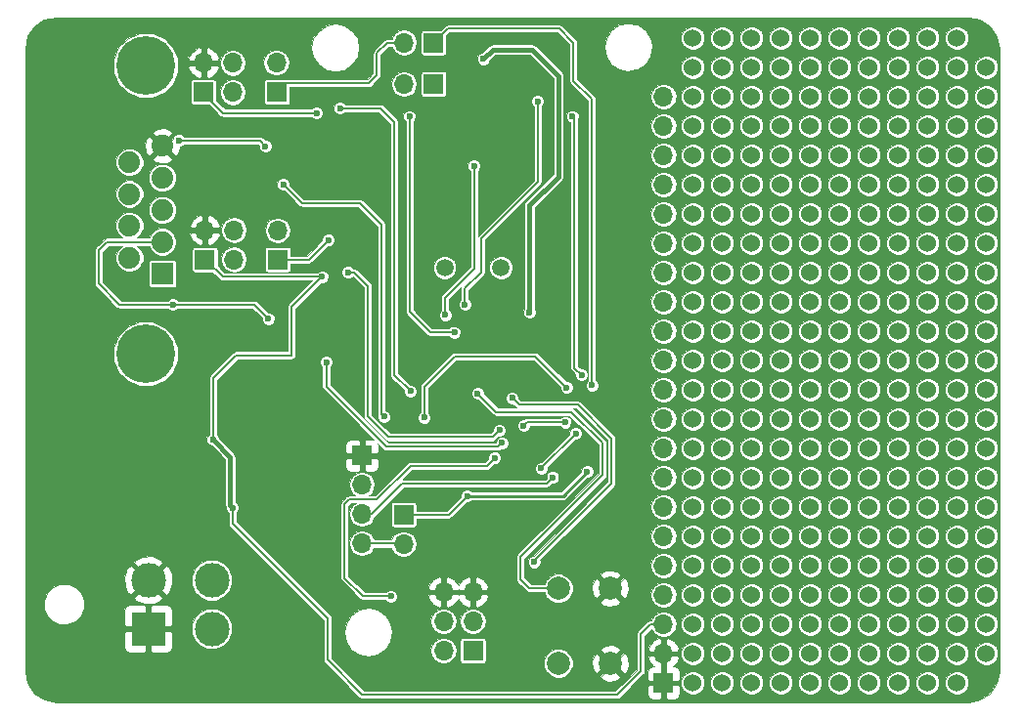
<source format=gbr>
G04 #@! TF.FileFunction,Copper,L2,Bot*
%FSLAX46Y46*%
G04 Gerber Fmt 4.6, Leading zero omitted, Abs format (unit mm)*
G04 Created by KiCad (PCBNEW 4.0.7) date 10/26/17 01:15:41*
%MOMM*%
%LPD*%
G01*
G04 APERTURE LIST*
%ADD10C,0.100000*%
%ADD11R,1.879600X1.879600*%
%ADD12C,1.879600*%
%ADD13C,5.080000*%
%ADD14C,1.500000*%
%ADD15R,1.700000X1.700000*%
%ADD16O,1.700000X1.700000*%
%ADD17C,2.000000*%
%ADD18C,1.524000*%
%ADD19R,3.000000X3.000000*%
%ADD20C,3.000000*%
%ADD21C,0.600000*%
%ADD22C,0.400000*%
%ADD23C,0.250000*%
%ADD24C,0.180000*%
%ADD25C,0.200000*%
G04 APERTURE END LIST*
D10*
D11*
X12219860Y-22539740D03*
D12*
X12219860Y-19768600D03*
X12219860Y-17000000D03*
X12219860Y-14231400D03*
X12219860Y-11460260D03*
X9380140Y-21147820D03*
X9380140Y-18379220D03*
X9380140Y-15620780D03*
X9380140Y-12852180D03*
D13*
X10800000Y-29499340D03*
X10800000Y-4500660D03*
D14*
X36650000Y-22000000D03*
X41530000Y-22000000D03*
D15*
X29500000Y-38300000D03*
D16*
X29500000Y-40840000D03*
X29500000Y-43380000D03*
X29500000Y-45920000D03*
D15*
X33100000Y-43400000D03*
D16*
X33100000Y-45940000D03*
D15*
X39100000Y-55200000D03*
D16*
X36560000Y-55200000D03*
X39100000Y-52660000D03*
X36560000Y-52660000D03*
X39100000Y-50120000D03*
X36560000Y-50120000D03*
D15*
X15800000Y-6800000D03*
D16*
X15800000Y-4260000D03*
X18340000Y-6800000D03*
X18340000Y-4260000D03*
D15*
X22100000Y-6800000D03*
D16*
X22100000Y-4260000D03*
D17*
X46500000Y-49800000D03*
X51000000Y-49800000D03*
X46500000Y-56300000D03*
X51000000Y-56300000D03*
D15*
X15900000Y-21300000D03*
D16*
X15900000Y-18760000D03*
X18440000Y-21300000D03*
X18440000Y-18760000D03*
D15*
X22200000Y-21300000D03*
D16*
X22200000Y-18760000D03*
D15*
X35700000Y-6100000D03*
D16*
X33160000Y-6100000D03*
D15*
X35700000Y-2500000D03*
D16*
X33160000Y-2500000D03*
D15*
X55600000Y-58000000D03*
D16*
X55600000Y-55460000D03*
X55600000Y-52920000D03*
X55600000Y-50380000D03*
X55600000Y-47840000D03*
X55600000Y-45300000D03*
X55600000Y-42760000D03*
X55600000Y-40220000D03*
X55600000Y-37680000D03*
X55600000Y-35140000D03*
X55600000Y-32600000D03*
X55600000Y-30060000D03*
X55600000Y-27520000D03*
X55600000Y-24980000D03*
X55600000Y-22440000D03*
X55600000Y-19900000D03*
X55600000Y-17360000D03*
X55600000Y-14820000D03*
X55600000Y-12280000D03*
X55600000Y-9740000D03*
X55600000Y-7200000D03*
D18*
X58140000Y-58000000D03*
X60680000Y-58000000D03*
X63220000Y-58000000D03*
X65760000Y-58000000D03*
X68300000Y-58000000D03*
X70840000Y-58000000D03*
X73380000Y-58000000D03*
X75920000Y-58000000D03*
X78460000Y-58000000D03*
X81000000Y-58000000D03*
X58140000Y-55460000D03*
X60680000Y-55460000D03*
X63220000Y-55460000D03*
X65760000Y-55460000D03*
X68300000Y-55460000D03*
X70840000Y-55460000D03*
X73380000Y-55460000D03*
X75920000Y-55460000D03*
X78460000Y-55460000D03*
X81000000Y-55460000D03*
X83540000Y-55460000D03*
X58140000Y-52920000D03*
X60680000Y-52920000D03*
X63220000Y-52920000D03*
X65760000Y-52920000D03*
X68300000Y-52920000D03*
X70840000Y-52920000D03*
X73380000Y-52920000D03*
X75920000Y-52920000D03*
X78460000Y-52920000D03*
X81000000Y-52920000D03*
X83540000Y-52920000D03*
X58140000Y-50380000D03*
X60680000Y-50380000D03*
X63220000Y-50380000D03*
X65760000Y-50380000D03*
X68300000Y-50380000D03*
X70840000Y-50380000D03*
X73380000Y-50380000D03*
X75920000Y-50380000D03*
X78460000Y-50380000D03*
X81000000Y-50380000D03*
X83540000Y-50380000D03*
X58140000Y-47840000D03*
X60680000Y-47840000D03*
X63220000Y-47840000D03*
X65760000Y-47840000D03*
X68300000Y-47840000D03*
X70840000Y-47840000D03*
X73380000Y-47840000D03*
X75920000Y-47840000D03*
X78460000Y-47840000D03*
X81000000Y-47840000D03*
X83540000Y-47840000D03*
X58140000Y-45300000D03*
X60680000Y-45300000D03*
X63220000Y-45300000D03*
X65760000Y-45300000D03*
X68300000Y-45300000D03*
X70840000Y-45300000D03*
X73380000Y-45300000D03*
X75920000Y-45300000D03*
X78460000Y-45300000D03*
X81000000Y-45300000D03*
X83540000Y-45300000D03*
X58140000Y-42760000D03*
X60680000Y-42760000D03*
X63220000Y-42760000D03*
X65760000Y-42760000D03*
X68300000Y-42760000D03*
X70840000Y-42760000D03*
X73380000Y-42760000D03*
X75920000Y-42760000D03*
X78460000Y-42760000D03*
X81000000Y-42760000D03*
X83540000Y-42760000D03*
X58140000Y-40220000D03*
X60680000Y-40220000D03*
X63220000Y-40220000D03*
X65760000Y-40220000D03*
X68300000Y-40220000D03*
X70840000Y-40220000D03*
X73380000Y-40220000D03*
X75920000Y-40220000D03*
X78460000Y-40220000D03*
X81000000Y-40220000D03*
X83540000Y-40220000D03*
X58140000Y-37680000D03*
X60680000Y-37680000D03*
X63220000Y-37680000D03*
X65760000Y-37680000D03*
X68300000Y-37680000D03*
X70840000Y-37680000D03*
X73380000Y-37680000D03*
X75920000Y-37680000D03*
X78460000Y-37680000D03*
X81000000Y-37680000D03*
X83540000Y-37680000D03*
X58140000Y-35140000D03*
X60680000Y-35140000D03*
X63220000Y-35140000D03*
X65760000Y-35140000D03*
X68300000Y-35140000D03*
X70840000Y-35140000D03*
X73380000Y-35140000D03*
X75920000Y-35140000D03*
X78460000Y-35140000D03*
X81000000Y-35140000D03*
X83540000Y-35140000D03*
X58140000Y-32600000D03*
X60680000Y-32600000D03*
X63220000Y-32600000D03*
X65760000Y-32600000D03*
X68300000Y-32600000D03*
X70840000Y-32600000D03*
X73380000Y-32600000D03*
X75920000Y-32600000D03*
X78460000Y-32600000D03*
X81000000Y-32600000D03*
X83540000Y-32600000D03*
X58140000Y-30060000D03*
X60680000Y-30060000D03*
X63220000Y-30060000D03*
X65760000Y-30060000D03*
X68300000Y-30060000D03*
X70840000Y-30060000D03*
X73380000Y-30060000D03*
X75920000Y-30060000D03*
X78460000Y-30060000D03*
X81000000Y-30060000D03*
X83540000Y-30060000D03*
X58140000Y-27520000D03*
X60680000Y-27520000D03*
X63220000Y-27520000D03*
X65760000Y-27520000D03*
X68300000Y-27520000D03*
X70840000Y-27520000D03*
X73380000Y-27520000D03*
X75920000Y-27520000D03*
X78460000Y-27520000D03*
X81000000Y-27520000D03*
X83540000Y-27520000D03*
X58140000Y-24980000D03*
X60680000Y-24980000D03*
X63220000Y-24980000D03*
X65760000Y-24980000D03*
X68300000Y-24980000D03*
X70840000Y-24980000D03*
X73380000Y-24980000D03*
X75920000Y-24980000D03*
X78460000Y-24980000D03*
X81000000Y-24980000D03*
X83540000Y-24980000D03*
X58140000Y-22440000D03*
X60680000Y-22440000D03*
X63220000Y-22440000D03*
X65760000Y-22440000D03*
X68300000Y-22440000D03*
X70840000Y-22440000D03*
X73380000Y-22440000D03*
X75920000Y-22440000D03*
X78460000Y-22440000D03*
X81000000Y-22440000D03*
X83540000Y-22440000D03*
X58140000Y-19900000D03*
X60680000Y-19900000D03*
X63220000Y-19900000D03*
X65760000Y-19900000D03*
X68300000Y-19900000D03*
X70840000Y-19900000D03*
X73380000Y-19900000D03*
X75920000Y-19900000D03*
X78460000Y-19900000D03*
X81000000Y-19900000D03*
X83540000Y-19900000D03*
X58140000Y-17360000D03*
X60680000Y-17360000D03*
X63220000Y-17360000D03*
X65760000Y-17360000D03*
X68300000Y-17360000D03*
X70840000Y-17360000D03*
X73380000Y-17360000D03*
X75920000Y-17360000D03*
X78460000Y-17360000D03*
X81000000Y-17360000D03*
X83540000Y-17360000D03*
X58140000Y-14820000D03*
X60680000Y-14820000D03*
X63220000Y-14820000D03*
X65760000Y-14820000D03*
X68300000Y-14820000D03*
X70840000Y-14820000D03*
X73380000Y-14820000D03*
X75920000Y-14820000D03*
X78460000Y-14820000D03*
X81000000Y-14820000D03*
X83540000Y-14820000D03*
X58140000Y-12280000D03*
X60680000Y-12280000D03*
X63220000Y-12280000D03*
X65760000Y-12280000D03*
X68300000Y-12280000D03*
X70840000Y-12280000D03*
X73380000Y-12280000D03*
X75920000Y-12280000D03*
X78460000Y-12280000D03*
X81000000Y-12280000D03*
X83540000Y-12280000D03*
X58140000Y-9740000D03*
X60680000Y-9740000D03*
X63220000Y-9740000D03*
X65760000Y-9740000D03*
X68300000Y-9740000D03*
X70840000Y-9740000D03*
X73380000Y-9740000D03*
X75920000Y-9740000D03*
X78460000Y-9740000D03*
X81000000Y-9740000D03*
X83540000Y-9740000D03*
X58140000Y-7200000D03*
X60680000Y-7200000D03*
X63220000Y-7200000D03*
X65760000Y-7200000D03*
X68300000Y-7200000D03*
X70840000Y-7200000D03*
X73380000Y-7200000D03*
X75920000Y-7200000D03*
X78460000Y-7200000D03*
X81000000Y-7200000D03*
X83540000Y-7200000D03*
X58140000Y-4660000D03*
X60680000Y-4660000D03*
X63220000Y-4660000D03*
X65760000Y-4660000D03*
X68300000Y-4660000D03*
X70840000Y-4660000D03*
X73380000Y-4660000D03*
X75920000Y-4660000D03*
X78460000Y-4660000D03*
X81000000Y-4660000D03*
X83540000Y-4660000D03*
X58140000Y-2120000D03*
X60680000Y-2120000D03*
X63220000Y-2120000D03*
X65760000Y-2120000D03*
X68300000Y-2120000D03*
X70840000Y-2120000D03*
X73380000Y-2120000D03*
X75920000Y-2120000D03*
X78460000Y-2120000D03*
X81000000Y-2120000D03*
D19*
X11000000Y-53300000D03*
D20*
X11000000Y-49100000D03*
X16500000Y-53300000D03*
X16500000Y-49100000D03*
D21*
X49000000Y-39700000D03*
X38600000Y-41800000D03*
X40000000Y-3900000D03*
X44000000Y-25900000D03*
X39500000Y-32900000D03*
X39200000Y-13200000D03*
X36700000Y-26100000D03*
X33600000Y-8900000D03*
X37500000Y-27600000D03*
X26050000Y-22775000D03*
X18300000Y-42800000D03*
X16600000Y-36900000D03*
X25575000Y-8600000D03*
X47200000Y-32400000D03*
X34900000Y-35000000D03*
X46000000Y-40200000D03*
X44700000Y-7600000D03*
X38400000Y-25200000D03*
X27600000Y-8200000D03*
X33700000Y-32700000D03*
X22700000Y-14800000D03*
X31400000Y-34900000D03*
X28300000Y-22400000D03*
X41400000Y-36100000D03*
X26400000Y-30200000D03*
X41600000Y-37200000D03*
X42500000Y-33300000D03*
X44400000Y-47500000D03*
X32000000Y-50500000D03*
X41000000Y-38500000D03*
X13125000Y-25200000D03*
X21400000Y-26425000D03*
X13650000Y-11000000D03*
X21150000Y-11500000D03*
X26600000Y-19600000D03*
X47700000Y-8900000D03*
X48500000Y-31300000D03*
X47100000Y-35400000D03*
X43500000Y-35700000D03*
X49400000Y-32200000D03*
X48000000Y-36400000D03*
X45000000Y-39400000D03*
D22*
X44200000Y-3100000D02*
X40800000Y-3100000D01*
X46500000Y-5400000D02*
X44200000Y-3100000D01*
D23*
X49000000Y-39700000D02*
X46900000Y-41800000D01*
X38600000Y-41800000D02*
X46900000Y-41800000D01*
D24*
X38600000Y-41800000D02*
X37000000Y-43400000D01*
X37000000Y-43400000D02*
X33100000Y-43400000D01*
D22*
X40800000Y-3100000D02*
X40000000Y-3900000D01*
X46500000Y-14100000D02*
X46500000Y-5400000D01*
X44000000Y-16600000D02*
X46500000Y-14100000D01*
X44000000Y-25900000D02*
X44000000Y-16600000D01*
D24*
X46500000Y-49800000D02*
X44000000Y-49800000D01*
X41100000Y-34500000D02*
X39500000Y-32900000D01*
X47600000Y-34500000D02*
X41100000Y-34500000D01*
X50300000Y-37200000D02*
X47600000Y-34500000D01*
X50300000Y-40000000D02*
X50300000Y-37200000D01*
X43200000Y-47100000D02*
X50300000Y-40000000D01*
X43200000Y-49000000D02*
X43200000Y-47100000D01*
X44000000Y-49800000D02*
X43200000Y-49000000D01*
X39200000Y-22100000D02*
X39200000Y-13200000D01*
X36700000Y-24600000D02*
X39200000Y-22100000D01*
X36700000Y-26100000D02*
X36700000Y-24600000D01*
X33600000Y-25800000D02*
X33600000Y-8900000D01*
X35400000Y-27600000D02*
X33600000Y-25800000D01*
X37500000Y-27600000D02*
X35400000Y-27600000D01*
X53600000Y-53800000D02*
X54480000Y-52920000D01*
D25*
X18300000Y-44200000D02*
X26500000Y-52400000D01*
X26500000Y-52400000D02*
X26500000Y-56000000D01*
X26500000Y-56000000D02*
X29500000Y-59000000D01*
X18300000Y-42800000D02*
X18300000Y-44200000D01*
X29500000Y-59000000D02*
X51600000Y-59000000D01*
X51600000Y-59000000D02*
X53600000Y-57000000D01*
X53600000Y-57000000D02*
X53600000Y-53800000D01*
D24*
X54480000Y-52920000D02*
X55600000Y-52920000D01*
D25*
X26050000Y-22775000D02*
X23400000Y-25425000D01*
X16600000Y-31600000D02*
X16600000Y-36900000D01*
X18600000Y-29600000D02*
X16600000Y-31600000D01*
X23400000Y-29600000D02*
X18600000Y-29600000D01*
X23400000Y-25425000D02*
X23400000Y-29600000D01*
D22*
X18300000Y-42800000D02*
X18100000Y-42600000D01*
X18100000Y-42600000D02*
X18100000Y-38400000D01*
X18100000Y-38400000D02*
X16600000Y-36900000D01*
D25*
X15900000Y-21250000D02*
X17425000Y-22775000D01*
X17425000Y-22775000D02*
X26050000Y-22775000D01*
X17500000Y-8600000D02*
X25575000Y-8600000D01*
X17500000Y-8600000D02*
X15900000Y-7000000D01*
X47200000Y-32400000D02*
X44500000Y-29700000D01*
X44500000Y-29700000D02*
X37500000Y-29700000D01*
X37500000Y-29700000D02*
X34900000Y-32300000D01*
X34900000Y-32300000D02*
X34900000Y-35000000D01*
D24*
X45500000Y-40700000D02*
X33000000Y-40700000D01*
X46000000Y-40200000D02*
X45500000Y-40700000D01*
X33000000Y-40700000D02*
X30320000Y-43380000D01*
D25*
X30320000Y-43380000D02*
X29500000Y-43380000D01*
X29500000Y-45920000D02*
X33080000Y-45920000D01*
X33080000Y-45920000D02*
X33100000Y-45940000D01*
D24*
X44700000Y-14600000D02*
X44700000Y-7600000D01*
X39800000Y-19500000D02*
X44700000Y-14600000D01*
X39800000Y-22400000D02*
X39800000Y-19500000D01*
X38400000Y-23800000D02*
X39800000Y-22400000D01*
X38400000Y-25200000D02*
X38400000Y-23800000D01*
X31100000Y-8200000D02*
X27600000Y-8200000D01*
X32300000Y-9400000D02*
X31100000Y-8200000D01*
X32300000Y-31300000D02*
X32300000Y-9400000D01*
X33700000Y-32700000D02*
X32300000Y-31300000D01*
X24300000Y-16400000D02*
X22700000Y-14800000D01*
X29300000Y-16400000D02*
X24300000Y-16400000D01*
X31200000Y-18300000D02*
X29300000Y-16400000D01*
X31200000Y-34700000D02*
X31200000Y-18300000D01*
X31400000Y-34900000D02*
X31200000Y-34700000D01*
X31800000Y-36700000D02*
X30000000Y-34900000D01*
X30000000Y-34900000D02*
X30000000Y-23600000D01*
X30000000Y-23600000D02*
X28800000Y-22400000D01*
X28800000Y-22400000D02*
X28300000Y-22400000D01*
X40800000Y-36700000D02*
X31800000Y-36700000D01*
X41400000Y-36100000D02*
X40800000Y-36700000D01*
X31600000Y-37500000D02*
X26400000Y-32300000D01*
X26400000Y-32300000D02*
X26400000Y-30200000D01*
X41300000Y-37500000D02*
X31600000Y-37500000D01*
X41600000Y-37200000D02*
X41300000Y-37500000D01*
X22100000Y-6800000D02*
X22900000Y-6000000D01*
X22900000Y-6000000D02*
X30100000Y-6000000D01*
X31700000Y-2500000D02*
X33160000Y-2500000D01*
X30800000Y-3400000D02*
X31700000Y-2500000D01*
X30800000Y-5300000D02*
X30800000Y-3400000D01*
X30100000Y-6000000D02*
X30800000Y-5300000D01*
X43100000Y-33900000D02*
X42500000Y-33300000D01*
X48200000Y-33900000D02*
X43100000Y-33900000D01*
X51100000Y-36800000D02*
X48200000Y-33900000D01*
X51100000Y-40700000D02*
X51100000Y-36800000D01*
X44400000Y-47400000D02*
X51100000Y-40700000D01*
X44400000Y-47500000D02*
X44400000Y-47400000D01*
X29600000Y-50500000D02*
X32000000Y-50500000D01*
X28000000Y-48900000D02*
X29600000Y-50500000D01*
X28000000Y-42500000D02*
X28000000Y-48900000D01*
X28400000Y-42100000D02*
X28000000Y-42500000D01*
X30800000Y-42100000D02*
X28400000Y-42100000D01*
X33700000Y-39200000D02*
X30800000Y-42100000D01*
X40300000Y-39200000D02*
X33700000Y-39200000D01*
X41000000Y-38500000D02*
X40300000Y-39200000D01*
D25*
X8500000Y-25200000D02*
X13125000Y-25200000D01*
X6700000Y-23400000D02*
X8500000Y-25200000D01*
X6700000Y-20500000D02*
X6700000Y-23400000D01*
X7431400Y-19768600D02*
X6700000Y-20500000D01*
X12219860Y-19768600D02*
X7431400Y-19768600D01*
D24*
X20175000Y-25200000D02*
X13125000Y-25200000D01*
X21400000Y-26425000D02*
X20175000Y-25200000D01*
D25*
X20650000Y-11000000D02*
X13650000Y-11000000D01*
X21150000Y-11500000D02*
X20650000Y-11000000D01*
D24*
X24900000Y-21300000D02*
X22200000Y-21300000D01*
X26600000Y-19600000D02*
X24900000Y-21300000D01*
X47900000Y-9100000D02*
X47700000Y-8900000D01*
X47900000Y-30700000D02*
X47900000Y-9100000D01*
X48500000Y-31300000D02*
X47900000Y-30700000D01*
X43800000Y-35400000D02*
X47100000Y-35400000D01*
X43500000Y-35700000D02*
X43800000Y-35400000D01*
X36900000Y-1300000D02*
X35700000Y-2500000D01*
X46600000Y-1300000D02*
X36900000Y-1300000D01*
X47800000Y-2500000D02*
X46600000Y-1300000D01*
X47800000Y-5800000D02*
X47800000Y-2500000D01*
X49400000Y-7400000D02*
X47800000Y-5800000D01*
X49400000Y-32200000D02*
X49400000Y-7400000D01*
X45000000Y-39400000D02*
X48000000Y-36400000D01*
D10*
G36*
X83021240Y-534504D02*
X83887008Y-1112991D01*
X84465496Y-1978760D01*
X84675000Y-3032009D01*
X84675000Y-56967991D01*
X84465496Y-58021240D01*
X83887008Y-58887009D01*
X83021240Y-59465496D01*
X81967992Y-59675000D01*
X3032009Y-59675000D01*
X1978760Y-59465496D01*
X1112991Y-58887008D01*
X534504Y-58021240D01*
X325000Y-56967992D01*
X325000Y-53643500D01*
X8942000Y-53643500D01*
X8942000Y-54910993D01*
X9026950Y-55116082D01*
X9183918Y-55273049D01*
X9389007Y-55358000D01*
X10656500Y-55358000D01*
X10796000Y-55218500D01*
X10796000Y-53504000D01*
X11204000Y-53504000D01*
X11204000Y-55218500D01*
X11343500Y-55358000D01*
X12610993Y-55358000D01*
X12816082Y-55273049D01*
X12973050Y-55116082D01*
X13058000Y-54910993D01*
X13058000Y-53646569D01*
X14749696Y-53646569D01*
X15015557Y-54290001D01*
X15507410Y-54782713D01*
X16150376Y-55049696D01*
X16846569Y-55050304D01*
X17490001Y-54784443D01*
X17982713Y-54292590D01*
X18249696Y-53649624D01*
X18250304Y-52953431D01*
X17984443Y-52309999D01*
X17492590Y-51817287D01*
X16849624Y-51550304D01*
X16153431Y-51549696D01*
X15509999Y-51815557D01*
X15017287Y-52307410D01*
X14750304Y-52950376D01*
X14749696Y-53646569D01*
X13058000Y-53646569D01*
X13058000Y-53643500D01*
X12918500Y-53504000D01*
X11204000Y-53504000D01*
X10796000Y-53504000D01*
X9081500Y-53504000D01*
X8942000Y-53643500D01*
X325000Y-53643500D01*
X325000Y-51546569D01*
X1949696Y-51546569D01*
X2215557Y-52190001D01*
X2707410Y-52682713D01*
X3350376Y-52949696D01*
X4046569Y-52950304D01*
X4690001Y-52684443D01*
X5182713Y-52192590D01*
X5391819Y-51689007D01*
X8942000Y-51689007D01*
X8942000Y-52956500D01*
X9081500Y-53096000D01*
X10796000Y-53096000D01*
X10796000Y-51381500D01*
X11204000Y-51381500D01*
X11204000Y-53096000D01*
X12918500Y-53096000D01*
X13058000Y-52956500D01*
X13058000Y-51689007D01*
X12973050Y-51483918D01*
X12816082Y-51326951D01*
X12610993Y-51242000D01*
X11343500Y-51242000D01*
X11204000Y-51381500D01*
X10796000Y-51381500D01*
X10656500Y-51242000D01*
X9389007Y-51242000D01*
X9183918Y-51326951D01*
X9026950Y-51483918D01*
X8942000Y-51689007D01*
X5391819Y-51689007D01*
X5449696Y-51549624D01*
X5450304Y-50853431D01*
X5354601Y-50621812D01*
X9766688Y-50621812D01*
X9937521Y-50909442D01*
X10710841Y-51178300D01*
X11528183Y-51130756D01*
X12062479Y-50909442D01*
X12233312Y-50621812D01*
X11000000Y-49388500D01*
X9766688Y-50621812D01*
X5354601Y-50621812D01*
X5184443Y-50209999D01*
X4692590Y-49717287D01*
X4049624Y-49450304D01*
X3353431Y-49449696D01*
X2709999Y-49715557D01*
X2217287Y-50207410D01*
X1950304Y-50850376D01*
X1949696Y-51546569D01*
X325000Y-51546569D01*
X325000Y-48810841D01*
X8921700Y-48810841D01*
X8969244Y-49628183D01*
X9190558Y-50162479D01*
X9478188Y-50333312D01*
X10711500Y-49100000D01*
X11288500Y-49100000D01*
X12521812Y-50333312D01*
X12809442Y-50162479D01*
X13058340Y-49446569D01*
X14749696Y-49446569D01*
X15015557Y-50090001D01*
X15507410Y-50582713D01*
X16150376Y-50849696D01*
X16846569Y-50850304D01*
X17490001Y-50584443D01*
X17982713Y-50092590D01*
X18249696Y-49449624D01*
X18250304Y-48753431D01*
X17984443Y-48109999D01*
X17492590Y-47617287D01*
X16849624Y-47350304D01*
X16153431Y-47349696D01*
X15509999Y-47615557D01*
X15017287Y-48107410D01*
X14750304Y-48750376D01*
X14749696Y-49446569D01*
X13058340Y-49446569D01*
X13078300Y-49389159D01*
X13030756Y-48571817D01*
X12809442Y-48037521D01*
X12521812Y-47866688D01*
X11288500Y-49100000D01*
X10711500Y-49100000D01*
X9478188Y-47866688D01*
X9190558Y-48037521D01*
X8921700Y-48810841D01*
X325000Y-48810841D01*
X325000Y-47578188D01*
X9766688Y-47578188D01*
X11000000Y-48811500D01*
X12233312Y-47578188D01*
X12062479Y-47290558D01*
X11289159Y-47021700D01*
X10471817Y-47069244D01*
X9937521Y-47290558D01*
X9766688Y-47578188D01*
X325000Y-47578188D01*
X325000Y-30051870D01*
X8009517Y-30051870D01*
X8433374Y-31077683D01*
X9217529Y-31863207D01*
X10242600Y-32288854D01*
X11352530Y-32289823D01*
X12378343Y-31865966D01*
X13163867Y-31081811D01*
X13589514Y-30056740D01*
X13590483Y-28946810D01*
X13166626Y-27920997D01*
X12382471Y-27135473D01*
X11357400Y-26709826D01*
X10247470Y-26708857D01*
X9221657Y-27132714D01*
X8436133Y-27916869D01*
X8010486Y-28941940D01*
X8009517Y-30051870D01*
X325000Y-30051870D01*
X325000Y-20500000D01*
X6350000Y-20500000D01*
X6350000Y-23400000D01*
X6367083Y-23485881D01*
X6376642Y-23533939D01*
X6452513Y-23647487D01*
X8252512Y-25447487D01*
X8366060Y-25523358D01*
X8388282Y-25527778D01*
X8500000Y-25550000D01*
X12697250Y-25550000D01*
X12813043Y-25665995D01*
X13015118Y-25749904D01*
X13233922Y-25750095D01*
X13436143Y-25666539D01*
X13562903Y-25540000D01*
X20034168Y-25540000D01*
X20850060Y-26355893D01*
X20849905Y-26533922D01*
X20933461Y-26736143D01*
X21088043Y-26890995D01*
X21290118Y-26974904D01*
X21508922Y-26975095D01*
X21711143Y-26891539D01*
X21865995Y-26736957D01*
X21949904Y-26534882D01*
X21950095Y-26316078D01*
X21866539Y-26113857D01*
X21711957Y-25959005D01*
X21509882Y-25875096D01*
X21330772Y-25874940D01*
X20415416Y-24959584D01*
X20305113Y-24885881D01*
X20175000Y-24860000D01*
X13562732Y-24860000D01*
X13436957Y-24734005D01*
X13234882Y-24650096D01*
X13016078Y-24649905D01*
X12813857Y-24733461D01*
X12697114Y-24850000D01*
X8644975Y-24850000D01*
X7050000Y-23255026D01*
X7050000Y-20644974D01*
X7576375Y-20118600D01*
X8755379Y-20118600D01*
X8707053Y-20138568D01*
X8372064Y-20472972D01*
X8190547Y-20910116D01*
X8190133Y-21383448D01*
X8370888Y-21820907D01*
X8705292Y-22155896D01*
X9142436Y-22337413D01*
X9615768Y-22337827D01*
X10053227Y-22157072D01*
X10388216Y-21822668D01*
X10480700Y-21599940D01*
X11025163Y-21599940D01*
X11025163Y-23479540D01*
X11042595Y-23572184D01*
X11097348Y-23657272D01*
X11180891Y-23714355D01*
X11280060Y-23734437D01*
X13159660Y-23734437D01*
X13252304Y-23717005D01*
X13337392Y-23662252D01*
X13394475Y-23578709D01*
X13414557Y-23479540D01*
X13414557Y-21599940D01*
X13397125Y-21507296D01*
X13342372Y-21422208D01*
X13258829Y-21365125D01*
X13159660Y-21345043D01*
X11280060Y-21345043D01*
X11187416Y-21362475D01*
X11102328Y-21417228D01*
X11045245Y-21500771D01*
X11025163Y-21599940D01*
X10480700Y-21599940D01*
X10569733Y-21385524D01*
X10570147Y-20912192D01*
X10389392Y-20474733D01*
X10054988Y-20139744D01*
X10004067Y-20118600D01*
X11077111Y-20118600D01*
X11210608Y-20441687D01*
X11545012Y-20776676D01*
X11982156Y-20958193D01*
X12455488Y-20958607D01*
X12892947Y-20777852D01*
X13221372Y-20450000D01*
X14795103Y-20450000D01*
X14795103Y-22150000D01*
X14812535Y-22242644D01*
X14867288Y-22327732D01*
X14950831Y-22384815D01*
X15050000Y-22404897D01*
X16559922Y-22404897D01*
X17177513Y-23022488D01*
X17258561Y-23076642D01*
X17291061Y-23098358D01*
X17425000Y-23125000D01*
X25205026Y-23125000D01*
X23152513Y-25177513D01*
X23076642Y-25291061D01*
X23050000Y-25425000D01*
X23050000Y-29250000D01*
X18600000Y-29250000D01*
X18488282Y-29272222D01*
X18466060Y-29276642D01*
X18352513Y-29352513D01*
X16352513Y-31352513D01*
X16276642Y-31466061D01*
X16250000Y-31600000D01*
X16250000Y-36472250D01*
X16134005Y-36588043D01*
X16050096Y-36790118D01*
X16049905Y-37008922D01*
X16133461Y-37211143D01*
X16288043Y-37365995D01*
X16490118Y-37449904D01*
X16513528Y-37449924D01*
X17650000Y-38586396D01*
X17650000Y-42600000D01*
X17684254Y-42772208D01*
X17749939Y-42870511D01*
X17749905Y-42908922D01*
X17833461Y-43111143D01*
X17950000Y-43227886D01*
X17950000Y-44200000D01*
X17976642Y-44333939D01*
X18052513Y-44447487D01*
X26150000Y-52544975D01*
X26150000Y-56000000D01*
X26172644Y-56113839D01*
X26176642Y-56133939D01*
X26252513Y-56247487D01*
X29252513Y-59247488D01*
X29366061Y-59323358D01*
X29500000Y-59350000D01*
X51600000Y-59350000D01*
X51733939Y-59323358D01*
X51847487Y-59247487D01*
X52751474Y-58343500D01*
X54192000Y-58343500D01*
X54192000Y-58960993D01*
X54276951Y-59166082D01*
X54433918Y-59323050D01*
X54639007Y-59408000D01*
X55256500Y-59408000D01*
X55396000Y-59268500D01*
X55396000Y-58204000D01*
X55804000Y-58204000D01*
X55804000Y-59268500D01*
X55943500Y-59408000D01*
X56560993Y-59408000D01*
X56766082Y-59323050D01*
X56923049Y-59166082D01*
X57008000Y-58960993D01*
X57008000Y-58343500D01*
X56868500Y-58204000D01*
X55804000Y-58204000D01*
X55396000Y-58204000D01*
X54331500Y-58204000D01*
X54192000Y-58343500D01*
X52751474Y-58343500D01*
X52894558Y-58200416D01*
X57127825Y-58200416D01*
X57281568Y-58572503D01*
X57566000Y-58857431D01*
X57937818Y-59011824D01*
X58340416Y-59012175D01*
X58712503Y-58858432D01*
X58997431Y-58574000D01*
X59151824Y-58202182D01*
X59151825Y-58200416D01*
X59667825Y-58200416D01*
X59821568Y-58572503D01*
X60106000Y-58857431D01*
X60477818Y-59011824D01*
X60880416Y-59012175D01*
X61252503Y-58858432D01*
X61537431Y-58574000D01*
X61691824Y-58202182D01*
X61691825Y-58200416D01*
X62207825Y-58200416D01*
X62361568Y-58572503D01*
X62646000Y-58857431D01*
X63017818Y-59011824D01*
X63420416Y-59012175D01*
X63792503Y-58858432D01*
X64077431Y-58574000D01*
X64231824Y-58202182D01*
X64231825Y-58200416D01*
X64747825Y-58200416D01*
X64901568Y-58572503D01*
X65186000Y-58857431D01*
X65557818Y-59011824D01*
X65960416Y-59012175D01*
X66332503Y-58858432D01*
X66617431Y-58574000D01*
X66771824Y-58202182D01*
X66771825Y-58200416D01*
X67287825Y-58200416D01*
X67441568Y-58572503D01*
X67726000Y-58857431D01*
X68097818Y-59011824D01*
X68500416Y-59012175D01*
X68872503Y-58858432D01*
X69157431Y-58574000D01*
X69311824Y-58202182D01*
X69311825Y-58200416D01*
X69827825Y-58200416D01*
X69981568Y-58572503D01*
X70266000Y-58857431D01*
X70637818Y-59011824D01*
X71040416Y-59012175D01*
X71412503Y-58858432D01*
X71697431Y-58574000D01*
X71851824Y-58202182D01*
X71851825Y-58200416D01*
X72367825Y-58200416D01*
X72521568Y-58572503D01*
X72806000Y-58857431D01*
X73177818Y-59011824D01*
X73580416Y-59012175D01*
X73952503Y-58858432D01*
X74237431Y-58574000D01*
X74391824Y-58202182D01*
X74391825Y-58200416D01*
X74907825Y-58200416D01*
X75061568Y-58572503D01*
X75346000Y-58857431D01*
X75717818Y-59011824D01*
X76120416Y-59012175D01*
X76492503Y-58858432D01*
X76777431Y-58574000D01*
X76931824Y-58202182D01*
X76931825Y-58200416D01*
X77447825Y-58200416D01*
X77601568Y-58572503D01*
X77886000Y-58857431D01*
X78257818Y-59011824D01*
X78660416Y-59012175D01*
X79032503Y-58858432D01*
X79317431Y-58574000D01*
X79471824Y-58202182D01*
X79471825Y-58200416D01*
X79987825Y-58200416D01*
X80141568Y-58572503D01*
X80426000Y-58857431D01*
X80797818Y-59011824D01*
X81200416Y-59012175D01*
X81572503Y-58858432D01*
X81857431Y-58574000D01*
X82011824Y-58202182D01*
X82012175Y-57799584D01*
X81858432Y-57427497D01*
X81574000Y-57142569D01*
X81202182Y-56988176D01*
X80799584Y-56987825D01*
X80427497Y-57141568D01*
X80142569Y-57426000D01*
X79988176Y-57797818D01*
X79987825Y-58200416D01*
X79471825Y-58200416D01*
X79472175Y-57799584D01*
X79318432Y-57427497D01*
X79034000Y-57142569D01*
X78662182Y-56988176D01*
X78259584Y-56987825D01*
X77887497Y-57141568D01*
X77602569Y-57426000D01*
X77448176Y-57797818D01*
X77447825Y-58200416D01*
X76931825Y-58200416D01*
X76932175Y-57799584D01*
X76778432Y-57427497D01*
X76494000Y-57142569D01*
X76122182Y-56988176D01*
X75719584Y-56987825D01*
X75347497Y-57141568D01*
X75062569Y-57426000D01*
X74908176Y-57797818D01*
X74907825Y-58200416D01*
X74391825Y-58200416D01*
X74392175Y-57799584D01*
X74238432Y-57427497D01*
X73954000Y-57142569D01*
X73582182Y-56988176D01*
X73179584Y-56987825D01*
X72807497Y-57141568D01*
X72522569Y-57426000D01*
X72368176Y-57797818D01*
X72367825Y-58200416D01*
X71851825Y-58200416D01*
X71852175Y-57799584D01*
X71698432Y-57427497D01*
X71414000Y-57142569D01*
X71042182Y-56988176D01*
X70639584Y-56987825D01*
X70267497Y-57141568D01*
X69982569Y-57426000D01*
X69828176Y-57797818D01*
X69827825Y-58200416D01*
X69311825Y-58200416D01*
X69312175Y-57799584D01*
X69158432Y-57427497D01*
X68874000Y-57142569D01*
X68502182Y-56988176D01*
X68099584Y-56987825D01*
X67727497Y-57141568D01*
X67442569Y-57426000D01*
X67288176Y-57797818D01*
X67287825Y-58200416D01*
X66771825Y-58200416D01*
X66772175Y-57799584D01*
X66618432Y-57427497D01*
X66334000Y-57142569D01*
X65962182Y-56988176D01*
X65559584Y-56987825D01*
X65187497Y-57141568D01*
X64902569Y-57426000D01*
X64748176Y-57797818D01*
X64747825Y-58200416D01*
X64231825Y-58200416D01*
X64232175Y-57799584D01*
X64078432Y-57427497D01*
X63794000Y-57142569D01*
X63422182Y-56988176D01*
X63019584Y-56987825D01*
X62647497Y-57141568D01*
X62362569Y-57426000D01*
X62208176Y-57797818D01*
X62207825Y-58200416D01*
X61691825Y-58200416D01*
X61692175Y-57799584D01*
X61538432Y-57427497D01*
X61254000Y-57142569D01*
X60882182Y-56988176D01*
X60479584Y-56987825D01*
X60107497Y-57141568D01*
X59822569Y-57426000D01*
X59668176Y-57797818D01*
X59667825Y-58200416D01*
X59151825Y-58200416D01*
X59152175Y-57799584D01*
X58998432Y-57427497D01*
X58714000Y-57142569D01*
X58342182Y-56988176D01*
X57939584Y-56987825D01*
X57567497Y-57141568D01*
X57282569Y-57426000D01*
X57128176Y-57797818D01*
X57127825Y-58200416D01*
X52894558Y-58200416D01*
X53847487Y-57247487D01*
X53923358Y-57133940D01*
X53937878Y-57060940D01*
X53942240Y-57039007D01*
X54192000Y-57039007D01*
X54192000Y-57656500D01*
X54331500Y-57796000D01*
X55396000Y-57796000D01*
X55396000Y-56731500D01*
X55383435Y-56718935D01*
X55396000Y-56713660D01*
X55396000Y-55664000D01*
X55804000Y-55664000D01*
X55804000Y-56713660D01*
X55816565Y-56718935D01*
X55804000Y-56731500D01*
X55804000Y-57796000D01*
X56868500Y-57796000D01*
X57008000Y-57656500D01*
X57008000Y-57039007D01*
X56923049Y-56833918D01*
X56766082Y-56676950D01*
X56560993Y-56592000D01*
X56408750Y-56592000D01*
X56501863Y-56541274D01*
X56846998Y-56113839D01*
X56944078Y-55879424D01*
X56851989Y-55664000D01*
X55804000Y-55664000D01*
X55396000Y-55664000D01*
X54348011Y-55664000D01*
X54255922Y-55879424D01*
X54353002Y-56113839D01*
X54698137Y-56541274D01*
X54791250Y-56592000D01*
X54639007Y-56592000D01*
X54433918Y-56676950D01*
X54276951Y-56833918D01*
X54192000Y-57039007D01*
X53942240Y-57039007D01*
X53950000Y-57000000D01*
X53950000Y-55660416D01*
X57127825Y-55660416D01*
X57281568Y-56032503D01*
X57566000Y-56317431D01*
X57937818Y-56471824D01*
X58340416Y-56472175D01*
X58712503Y-56318432D01*
X58997431Y-56034000D01*
X59151824Y-55662182D01*
X59151825Y-55660416D01*
X59667825Y-55660416D01*
X59821568Y-56032503D01*
X60106000Y-56317431D01*
X60477818Y-56471824D01*
X60880416Y-56472175D01*
X61252503Y-56318432D01*
X61537431Y-56034000D01*
X61691824Y-55662182D01*
X61691825Y-55660416D01*
X62207825Y-55660416D01*
X62361568Y-56032503D01*
X62646000Y-56317431D01*
X63017818Y-56471824D01*
X63420416Y-56472175D01*
X63792503Y-56318432D01*
X64077431Y-56034000D01*
X64231824Y-55662182D01*
X64231825Y-55660416D01*
X64747825Y-55660416D01*
X64901568Y-56032503D01*
X65186000Y-56317431D01*
X65557818Y-56471824D01*
X65960416Y-56472175D01*
X66332503Y-56318432D01*
X66617431Y-56034000D01*
X66771824Y-55662182D01*
X66771825Y-55660416D01*
X67287825Y-55660416D01*
X67441568Y-56032503D01*
X67726000Y-56317431D01*
X68097818Y-56471824D01*
X68500416Y-56472175D01*
X68872503Y-56318432D01*
X69157431Y-56034000D01*
X69311824Y-55662182D01*
X69311825Y-55660416D01*
X69827825Y-55660416D01*
X69981568Y-56032503D01*
X70266000Y-56317431D01*
X70637818Y-56471824D01*
X71040416Y-56472175D01*
X71412503Y-56318432D01*
X71697431Y-56034000D01*
X71851824Y-55662182D01*
X71851825Y-55660416D01*
X72367825Y-55660416D01*
X72521568Y-56032503D01*
X72806000Y-56317431D01*
X73177818Y-56471824D01*
X73580416Y-56472175D01*
X73952503Y-56318432D01*
X74237431Y-56034000D01*
X74391824Y-55662182D01*
X74391825Y-55660416D01*
X74907825Y-55660416D01*
X75061568Y-56032503D01*
X75346000Y-56317431D01*
X75717818Y-56471824D01*
X76120416Y-56472175D01*
X76492503Y-56318432D01*
X76777431Y-56034000D01*
X76931824Y-55662182D01*
X76931825Y-55660416D01*
X77447825Y-55660416D01*
X77601568Y-56032503D01*
X77886000Y-56317431D01*
X78257818Y-56471824D01*
X78660416Y-56472175D01*
X79032503Y-56318432D01*
X79317431Y-56034000D01*
X79471824Y-55662182D01*
X79471825Y-55660416D01*
X79987825Y-55660416D01*
X80141568Y-56032503D01*
X80426000Y-56317431D01*
X80797818Y-56471824D01*
X81200416Y-56472175D01*
X81572503Y-56318432D01*
X81857431Y-56034000D01*
X82011824Y-55662182D01*
X82011825Y-55660416D01*
X82527825Y-55660416D01*
X82681568Y-56032503D01*
X82966000Y-56317431D01*
X83337818Y-56471824D01*
X83740416Y-56472175D01*
X84112503Y-56318432D01*
X84397431Y-56034000D01*
X84551824Y-55662182D01*
X84552175Y-55259584D01*
X84398432Y-54887497D01*
X84114000Y-54602569D01*
X83742182Y-54448176D01*
X83339584Y-54447825D01*
X82967497Y-54601568D01*
X82682569Y-54886000D01*
X82528176Y-55257818D01*
X82527825Y-55660416D01*
X82011825Y-55660416D01*
X82012175Y-55259584D01*
X81858432Y-54887497D01*
X81574000Y-54602569D01*
X81202182Y-54448176D01*
X80799584Y-54447825D01*
X80427497Y-54601568D01*
X80142569Y-54886000D01*
X79988176Y-55257818D01*
X79987825Y-55660416D01*
X79471825Y-55660416D01*
X79472175Y-55259584D01*
X79318432Y-54887497D01*
X79034000Y-54602569D01*
X78662182Y-54448176D01*
X78259584Y-54447825D01*
X77887497Y-54601568D01*
X77602569Y-54886000D01*
X77448176Y-55257818D01*
X77447825Y-55660416D01*
X76931825Y-55660416D01*
X76932175Y-55259584D01*
X76778432Y-54887497D01*
X76494000Y-54602569D01*
X76122182Y-54448176D01*
X75719584Y-54447825D01*
X75347497Y-54601568D01*
X75062569Y-54886000D01*
X74908176Y-55257818D01*
X74907825Y-55660416D01*
X74391825Y-55660416D01*
X74392175Y-55259584D01*
X74238432Y-54887497D01*
X73954000Y-54602569D01*
X73582182Y-54448176D01*
X73179584Y-54447825D01*
X72807497Y-54601568D01*
X72522569Y-54886000D01*
X72368176Y-55257818D01*
X72367825Y-55660416D01*
X71851825Y-55660416D01*
X71852175Y-55259584D01*
X71698432Y-54887497D01*
X71414000Y-54602569D01*
X71042182Y-54448176D01*
X70639584Y-54447825D01*
X70267497Y-54601568D01*
X69982569Y-54886000D01*
X69828176Y-55257818D01*
X69827825Y-55660416D01*
X69311825Y-55660416D01*
X69312175Y-55259584D01*
X69158432Y-54887497D01*
X68874000Y-54602569D01*
X68502182Y-54448176D01*
X68099584Y-54447825D01*
X67727497Y-54601568D01*
X67442569Y-54886000D01*
X67288176Y-55257818D01*
X67287825Y-55660416D01*
X66771825Y-55660416D01*
X66772175Y-55259584D01*
X66618432Y-54887497D01*
X66334000Y-54602569D01*
X65962182Y-54448176D01*
X65559584Y-54447825D01*
X65187497Y-54601568D01*
X64902569Y-54886000D01*
X64748176Y-55257818D01*
X64747825Y-55660416D01*
X64231825Y-55660416D01*
X64232175Y-55259584D01*
X64078432Y-54887497D01*
X63794000Y-54602569D01*
X63422182Y-54448176D01*
X63019584Y-54447825D01*
X62647497Y-54601568D01*
X62362569Y-54886000D01*
X62208176Y-55257818D01*
X62207825Y-55660416D01*
X61691825Y-55660416D01*
X61692175Y-55259584D01*
X61538432Y-54887497D01*
X61254000Y-54602569D01*
X60882182Y-54448176D01*
X60479584Y-54447825D01*
X60107497Y-54601568D01*
X59822569Y-54886000D01*
X59668176Y-55257818D01*
X59667825Y-55660416D01*
X59151825Y-55660416D01*
X59152175Y-55259584D01*
X58998432Y-54887497D01*
X58714000Y-54602569D01*
X58342182Y-54448176D01*
X57939584Y-54447825D01*
X57567497Y-54601568D01*
X57282569Y-54886000D01*
X57128176Y-55257818D01*
X57127825Y-55660416D01*
X53950000Y-55660416D01*
X53950000Y-55040576D01*
X54255922Y-55040576D01*
X54348011Y-55256000D01*
X55396000Y-55256000D01*
X55396000Y-54206340D01*
X55804000Y-54206340D01*
X55804000Y-55256000D01*
X56851989Y-55256000D01*
X56944078Y-55040576D01*
X56846998Y-54806161D01*
X56501863Y-54378726D01*
X56019427Y-54115905D01*
X55804000Y-54206340D01*
X55396000Y-54206340D01*
X55180573Y-54115905D01*
X54698137Y-54378726D01*
X54353002Y-54806161D01*
X54255922Y-55040576D01*
X53950000Y-55040576D01*
X53950000Y-53930832D01*
X54558483Y-53322349D01*
X54562183Y-53340952D01*
X54800633Y-53697817D01*
X55157498Y-53936267D01*
X55578450Y-54020000D01*
X55621550Y-54020000D01*
X56042502Y-53936267D01*
X56399367Y-53697817D01*
X56637817Y-53340952D01*
X56681684Y-53120416D01*
X57127825Y-53120416D01*
X57281568Y-53492503D01*
X57566000Y-53777431D01*
X57937818Y-53931824D01*
X58340416Y-53932175D01*
X58712503Y-53778432D01*
X58997431Y-53494000D01*
X59151824Y-53122182D01*
X59151825Y-53120416D01*
X59667825Y-53120416D01*
X59821568Y-53492503D01*
X60106000Y-53777431D01*
X60477818Y-53931824D01*
X60880416Y-53932175D01*
X61252503Y-53778432D01*
X61537431Y-53494000D01*
X61691824Y-53122182D01*
X61691825Y-53120416D01*
X62207825Y-53120416D01*
X62361568Y-53492503D01*
X62646000Y-53777431D01*
X63017818Y-53931824D01*
X63420416Y-53932175D01*
X63792503Y-53778432D01*
X64077431Y-53494000D01*
X64231824Y-53122182D01*
X64231825Y-53120416D01*
X64747825Y-53120416D01*
X64901568Y-53492503D01*
X65186000Y-53777431D01*
X65557818Y-53931824D01*
X65960416Y-53932175D01*
X66332503Y-53778432D01*
X66617431Y-53494000D01*
X66771824Y-53122182D01*
X66771825Y-53120416D01*
X67287825Y-53120416D01*
X67441568Y-53492503D01*
X67726000Y-53777431D01*
X68097818Y-53931824D01*
X68500416Y-53932175D01*
X68872503Y-53778432D01*
X69157431Y-53494000D01*
X69311824Y-53122182D01*
X69311825Y-53120416D01*
X69827825Y-53120416D01*
X69981568Y-53492503D01*
X70266000Y-53777431D01*
X70637818Y-53931824D01*
X71040416Y-53932175D01*
X71412503Y-53778432D01*
X71697431Y-53494000D01*
X71851824Y-53122182D01*
X71851825Y-53120416D01*
X72367825Y-53120416D01*
X72521568Y-53492503D01*
X72806000Y-53777431D01*
X73177818Y-53931824D01*
X73580416Y-53932175D01*
X73952503Y-53778432D01*
X74237431Y-53494000D01*
X74391824Y-53122182D01*
X74391825Y-53120416D01*
X74907825Y-53120416D01*
X75061568Y-53492503D01*
X75346000Y-53777431D01*
X75717818Y-53931824D01*
X76120416Y-53932175D01*
X76492503Y-53778432D01*
X76777431Y-53494000D01*
X76931824Y-53122182D01*
X76931825Y-53120416D01*
X77447825Y-53120416D01*
X77601568Y-53492503D01*
X77886000Y-53777431D01*
X78257818Y-53931824D01*
X78660416Y-53932175D01*
X79032503Y-53778432D01*
X79317431Y-53494000D01*
X79471824Y-53122182D01*
X79471825Y-53120416D01*
X79987825Y-53120416D01*
X80141568Y-53492503D01*
X80426000Y-53777431D01*
X80797818Y-53931824D01*
X81200416Y-53932175D01*
X81572503Y-53778432D01*
X81857431Y-53494000D01*
X82011824Y-53122182D01*
X82011825Y-53120416D01*
X82527825Y-53120416D01*
X82681568Y-53492503D01*
X82966000Y-53777431D01*
X83337818Y-53931824D01*
X83740416Y-53932175D01*
X84112503Y-53778432D01*
X84397431Y-53494000D01*
X84551824Y-53122182D01*
X84552175Y-52719584D01*
X84398432Y-52347497D01*
X84114000Y-52062569D01*
X83742182Y-51908176D01*
X83339584Y-51907825D01*
X82967497Y-52061568D01*
X82682569Y-52346000D01*
X82528176Y-52717818D01*
X82527825Y-53120416D01*
X82011825Y-53120416D01*
X82012175Y-52719584D01*
X81858432Y-52347497D01*
X81574000Y-52062569D01*
X81202182Y-51908176D01*
X80799584Y-51907825D01*
X80427497Y-52061568D01*
X80142569Y-52346000D01*
X79988176Y-52717818D01*
X79987825Y-53120416D01*
X79471825Y-53120416D01*
X79472175Y-52719584D01*
X79318432Y-52347497D01*
X79034000Y-52062569D01*
X78662182Y-51908176D01*
X78259584Y-51907825D01*
X77887497Y-52061568D01*
X77602569Y-52346000D01*
X77448176Y-52717818D01*
X77447825Y-53120416D01*
X76931825Y-53120416D01*
X76932175Y-52719584D01*
X76778432Y-52347497D01*
X76494000Y-52062569D01*
X76122182Y-51908176D01*
X75719584Y-51907825D01*
X75347497Y-52061568D01*
X75062569Y-52346000D01*
X74908176Y-52717818D01*
X74907825Y-53120416D01*
X74391825Y-53120416D01*
X74392175Y-52719584D01*
X74238432Y-52347497D01*
X73954000Y-52062569D01*
X73582182Y-51908176D01*
X73179584Y-51907825D01*
X72807497Y-52061568D01*
X72522569Y-52346000D01*
X72368176Y-52717818D01*
X72367825Y-53120416D01*
X71851825Y-53120416D01*
X71852175Y-52719584D01*
X71698432Y-52347497D01*
X71414000Y-52062569D01*
X71042182Y-51908176D01*
X70639584Y-51907825D01*
X70267497Y-52061568D01*
X69982569Y-52346000D01*
X69828176Y-52717818D01*
X69827825Y-53120416D01*
X69311825Y-53120416D01*
X69312175Y-52719584D01*
X69158432Y-52347497D01*
X68874000Y-52062569D01*
X68502182Y-51908176D01*
X68099584Y-51907825D01*
X67727497Y-52061568D01*
X67442569Y-52346000D01*
X67288176Y-52717818D01*
X67287825Y-53120416D01*
X66771825Y-53120416D01*
X66772175Y-52719584D01*
X66618432Y-52347497D01*
X66334000Y-52062569D01*
X65962182Y-51908176D01*
X65559584Y-51907825D01*
X65187497Y-52061568D01*
X64902569Y-52346000D01*
X64748176Y-52717818D01*
X64747825Y-53120416D01*
X64231825Y-53120416D01*
X64232175Y-52719584D01*
X64078432Y-52347497D01*
X63794000Y-52062569D01*
X63422182Y-51908176D01*
X63019584Y-51907825D01*
X62647497Y-52061568D01*
X62362569Y-52346000D01*
X62208176Y-52717818D01*
X62207825Y-53120416D01*
X61691825Y-53120416D01*
X61692175Y-52719584D01*
X61538432Y-52347497D01*
X61254000Y-52062569D01*
X60882182Y-51908176D01*
X60479584Y-51907825D01*
X60107497Y-52061568D01*
X59822569Y-52346000D01*
X59668176Y-52717818D01*
X59667825Y-53120416D01*
X59151825Y-53120416D01*
X59152175Y-52719584D01*
X58998432Y-52347497D01*
X58714000Y-52062569D01*
X58342182Y-51908176D01*
X57939584Y-51907825D01*
X57567497Y-52061568D01*
X57282569Y-52346000D01*
X57128176Y-52717818D01*
X57127825Y-53120416D01*
X56681684Y-53120416D01*
X56721550Y-52920000D01*
X56637817Y-52499048D01*
X56399367Y-52142183D01*
X56042502Y-51903733D01*
X55621550Y-51820000D01*
X55578450Y-51820000D01*
X55157498Y-51903733D01*
X54800633Y-52142183D01*
X54562183Y-52499048D01*
X54546081Y-52580000D01*
X54480000Y-52580000D01*
X54349887Y-52605881D01*
X54239584Y-52679584D01*
X53395133Y-53524035D01*
X53352513Y-53552513D01*
X53276642Y-53666061D01*
X53250000Y-53800000D01*
X53250000Y-56855026D01*
X51455026Y-58650000D01*
X29644975Y-58650000D01*
X27542525Y-56547550D01*
X45249783Y-56547550D01*
X45439684Y-57007143D01*
X45791007Y-57359081D01*
X46250269Y-57549783D01*
X46747550Y-57550217D01*
X46969136Y-57458659D01*
X50129841Y-57458659D01*
X50239060Y-57694410D01*
X50830601Y-57879466D01*
X51447932Y-57824062D01*
X51760940Y-57694410D01*
X51870159Y-57458659D01*
X51000000Y-56588500D01*
X50129841Y-57458659D01*
X46969136Y-57458659D01*
X47207143Y-57360316D01*
X47559081Y-57008993D01*
X47749783Y-56549731D01*
X47750148Y-56130601D01*
X49420534Y-56130601D01*
X49475938Y-56747932D01*
X49605590Y-57060940D01*
X49841341Y-57170159D01*
X50711500Y-56300000D01*
X51288500Y-56300000D01*
X52158659Y-57170159D01*
X52394410Y-57060940D01*
X52579466Y-56469399D01*
X52524062Y-55852068D01*
X52394410Y-55539060D01*
X52158659Y-55429841D01*
X51288500Y-56300000D01*
X50711500Y-56300000D01*
X49841341Y-55429841D01*
X49605590Y-55539060D01*
X49420534Y-56130601D01*
X47750148Y-56130601D01*
X47750217Y-56052450D01*
X47560316Y-55592857D01*
X47208993Y-55240919D01*
X46969183Y-55141341D01*
X50129841Y-55141341D01*
X51000000Y-56011500D01*
X51870159Y-55141341D01*
X51760940Y-54905590D01*
X51169399Y-54720534D01*
X50552068Y-54775938D01*
X50239060Y-54905590D01*
X50129841Y-55141341D01*
X46969183Y-55141341D01*
X46749731Y-55050217D01*
X46252450Y-55049783D01*
X45792857Y-55239684D01*
X45440919Y-55591007D01*
X45250217Y-56050269D01*
X45249783Y-56547550D01*
X27542525Y-56547550D01*
X26850000Y-55855026D01*
X26850000Y-53600000D01*
X27957233Y-53600000D01*
X28116535Y-54400867D01*
X28570190Y-55079810D01*
X29249133Y-55533465D01*
X30050000Y-55692767D01*
X30850867Y-55533465D01*
X31349932Y-55200000D01*
X35438450Y-55200000D01*
X35522183Y-55620952D01*
X35760633Y-55977817D01*
X36117498Y-56216267D01*
X36538450Y-56300000D01*
X36581550Y-56300000D01*
X37002502Y-56216267D01*
X37359367Y-55977817D01*
X37597817Y-55620952D01*
X37681550Y-55200000D01*
X37597817Y-54779048D01*
X37359367Y-54422183D01*
X37251338Y-54350000D01*
X37995103Y-54350000D01*
X37995103Y-56050000D01*
X38012535Y-56142644D01*
X38067288Y-56227732D01*
X38150831Y-56284815D01*
X38250000Y-56304897D01*
X39950000Y-56304897D01*
X40042644Y-56287465D01*
X40127732Y-56232712D01*
X40184815Y-56149169D01*
X40204897Y-56050000D01*
X40204897Y-54350000D01*
X40187465Y-54257356D01*
X40132712Y-54172268D01*
X40049169Y-54115185D01*
X39950000Y-54095103D01*
X38250000Y-54095103D01*
X38157356Y-54112535D01*
X38072268Y-54167288D01*
X38015185Y-54250831D01*
X37995103Y-54350000D01*
X37251338Y-54350000D01*
X37002502Y-54183733D01*
X36581550Y-54100000D01*
X36538450Y-54100000D01*
X36117498Y-54183733D01*
X35760633Y-54422183D01*
X35522183Y-54779048D01*
X35438450Y-55200000D01*
X31349932Y-55200000D01*
X31529810Y-55079810D01*
X31983465Y-54400867D01*
X32142767Y-53600000D01*
X31983465Y-52799133D01*
X31890500Y-52660000D01*
X35438450Y-52660000D01*
X35522183Y-53080952D01*
X35760633Y-53437817D01*
X36117498Y-53676267D01*
X36538450Y-53760000D01*
X36581550Y-53760000D01*
X37002502Y-53676267D01*
X37359367Y-53437817D01*
X37597817Y-53080952D01*
X37681550Y-52660000D01*
X37978450Y-52660000D01*
X38062183Y-53080952D01*
X38300633Y-53437817D01*
X38657498Y-53676267D01*
X39078450Y-53760000D01*
X39121550Y-53760000D01*
X39542502Y-53676267D01*
X39899367Y-53437817D01*
X40137817Y-53080952D01*
X40221550Y-52660000D01*
X40137817Y-52239048D01*
X39899367Y-51882183D01*
X39542502Y-51643733D01*
X39121550Y-51560000D01*
X39078450Y-51560000D01*
X38657498Y-51643733D01*
X38300633Y-51882183D01*
X38062183Y-52239048D01*
X37978450Y-52660000D01*
X37681550Y-52660000D01*
X37597817Y-52239048D01*
X37359367Y-51882183D01*
X37002502Y-51643733D01*
X36581550Y-51560000D01*
X36538450Y-51560000D01*
X36117498Y-51643733D01*
X35760633Y-51882183D01*
X35522183Y-52239048D01*
X35438450Y-52660000D01*
X31890500Y-52660000D01*
X31529810Y-52120190D01*
X30850867Y-51666535D01*
X30050000Y-51507233D01*
X29249133Y-51666535D01*
X28570190Y-52120190D01*
X28116535Y-52799133D01*
X27957233Y-53600000D01*
X26850000Y-53600000D01*
X26850000Y-52400000D01*
X26823358Y-52266061D01*
X26823358Y-52266060D01*
X26747487Y-52152512D01*
X18650000Y-44055026D01*
X18650000Y-43227750D01*
X18765995Y-43111957D01*
X18849904Y-42909882D01*
X18850095Y-42691078D01*
X18771144Y-42500000D01*
X27660000Y-42500000D01*
X27660000Y-48900000D01*
X27685881Y-49030113D01*
X27759584Y-49140416D01*
X29359584Y-50740417D01*
X29450182Y-50800952D01*
X29469888Y-50814119D01*
X29600000Y-50840000D01*
X31562268Y-50840000D01*
X31688043Y-50965995D01*
X31890118Y-51049904D01*
X32108922Y-51050095D01*
X32311143Y-50966539D01*
X32465995Y-50811957D01*
X32549904Y-50609882D01*
X32549965Y-50539424D01*
X35215922Y-50539424D01*
X35313002Y-50773839D01*
X35658137Y-51201274D01*
X36140573Y-51464095D01*
X36356000Y-51373660D01*
X36356000Y-50324000D01*
X36764000Y-50324000D01*
X36764000Y-51373660D01*
X36979427Y-51464095D01*
X37461863Y-51201274D01*
X37806998Y-50773839D01*
X37830000Y-50718297D01*
X37853002Y-50773839D01*
X38198137Y-51201274D01*
X38680573Y-51464095D01*
X38896000Y-51373660D01*
X38896000Y-50324000D01*
X39304000Y-50324000D01*
X39304000Y-51373660D01*
X39519427Y-51464095D01*
X40001863Y-51201274D01*
X40346998Y-50773839D01*
X40444078Y-50539424D01*
X40351989Y-50324000D01*
X39304000Y-50324000D01*
X38896000Y-50324000D01*
X37848011Y-50324000D01*
X37830000Y-50366133D01*
X37811989Y-50324000D01*
X36764000Y-50324000D01*
X36356000Y-50324000D01*
X35308011Y-50324000D01*
X35215922Y-50539424D01*
X32549965Y-50539424D01*
X32550095Y-50391078D01*
X32466539Y-50188857D01*
X32311957Y-50034005D01*
X32109882Y-49950096D01*
X31891078Y-49949905D01*
X31688857Y-50033461D01*
X31562097Y-50160000D01*
X29740833Y-50160000D01*
X29281409Y-49700576D01*
X35215922Y-49700576D01*
X35308011Y-49916000D01*
X36356000Y-49916000D01*
X36356000Y-48866340D01*
X36764000Y-48866340D01*
X36764000Y-49916000D01*
X37811989Y-49916000D01*
X37830000Y-49873867D01*
X37848011Y-49916000D01*
X38896000Y-49916000D01*
X38896000Y-48866340D01*
X39304000Y-48866340D01*
X39304000Y-49916000D01*
X40351989Y-49916000D01*
X40444078Y-49700576D01*
X40346998Y-49466161D01*
X40001863Y-49038726D01*
X39519427Y-48775905D01*
X39304000Y-48866340D01*
X38896000Y-48866340D01*
X38680573Y-48775905D01*
X38198137Y-49038726D01*
X37853002Y-49466161D01*
X37830000Y-49521703D01*
X37806998Y-49466161D01*
X37461863Y-49038726D01*
X36979427Y-48775905D01*
X36764000Y-48866340D01*
X36356000Y-48866340D01*
X36140573Y-48775905D01*
X35658137Y-49038726D01*
X35313002Y-49466161D01*
X35215922Y-49700576D01*
X29281409Y-49700576D01*
X28340000Y-48759168D01*
X28340000Y-45920000D01*
X28378450Y-45920000D01*
X28462183Y-46340952D01*
X28700633Y-46697817D01*
X29057498Y-46936267D01*
X29478450Y-47020000D01*
X29521550Y-47020000D01*
X29942502Y-46936267D01*
X30299367Y-46697817D01*
X30537817Y-46340952D01*
X30551930Y-46270000D01*
X32044091Y-46270000D01*
X32062183Y-46360952D01*
X32300633Y-46717817D01*
X32657498Y-46956267D01*
X33078450Y-47040000D01*
X33121550Y-47040000D01*
X33542502Y-46956267D01*
X33899367Y-46717817D01*
X34137817Y-46360952D01*
X34221550Y-45940000D01*
X34137817Y-45519048D01*
X33899367Y-45162183D01*
X33542502Y-44923733D01*
X33121550Y-44840000D01*
X33078450Y-44840000D01*
X32657498Y-44923733D01*
X32300633Y-45162183D01*
X32062183Y-45519048D01*
X32052048Y-45570000D01*
X30551930Y-45570000D01*
X30537817Y-45499048D01*
X30299367Y-45142183D01*
X29942502Y-44903733D01*
X29521550Y-44820000D01*
X29478450Y-44820000D01*
X29057498Y-44903733D01*
X28700633Y-45142183D01*
X28462183Y-45499048D01*
X28378450Y-45920000D01*
X28340000Y-45920000D01*
X28340000Y-42640832D01*
X28540833Y-42440000D01*
X28943357Y-42440000D01*
X28700633Y-42602183D01*
X28462183Y-42959048D01*
X28378450Y-43380000D01*
X28462183Y-43800952D01*
X28700633Y-44157817D01*
X29057498Y-44396267D01*
X29478450Y-44480000D01*
X29521550Y-44480000D01*
X29942502Y-44396267D01*
X30299367Y-44157817D01*
X30537817Y-43800952D01*
X30574371Y-43617185D01*
X30595965Y-43584867D01*
X31630832Y-42550000D01*
X31995103Y-42550000D01*
X31995103Y-44250000D01*
X32012535Y-44342644D01*
X32067288Y-44427732D01*
X32150831Y-44484815D01*
X32250000Y-44504897D01*
X33950000Y-44504897D01*
X34042644Y-44487465D01*
X34127732Y-44432712D01*
X34184815Y-44349169D01*
X34204897Y-44250000D01*
X34204897Y-43740000D01*
X37000000Y-43740000D01*
X37130113Y-43714119D01*
X37240416Y-43640416D01*
X38530893Y-42349940D01*
X38708922Y-42350095D01*
X38911143Y-42266539D01*
X39002842Y-42175000D01*
X46900000Y-42175000D01*
X47043507Y-42146455D01*
X47165165Y-42065165D01*
X48980347Y-40249983D01*
X49108922Y-40250095D01*
X49311143Y-40166539D01*
X49465995Y-40011957D01*
X49549904Y-39809882D01*
X49550095Y-39591078D01*
X49466539Y-39388857D01*
X49311957Y-39234005D01*
X49109882Y-39150096D01*
X48891078Y-39149905D01*
X48688857Y-39233461D01*
X48534005Y-39388043D01*
X48450096Y-39590118D01*
X48449983Y-39719687D01*
X46744670Y-41425000D01*
X39002793Y-41425000D01*
X38911957Y-41334005D01*
X38709882Y-41250096D01*
X38491078Y-41249905D01*
X38288857Y-41333461D01*
X38134005Y-41488043D01*
X38050096Y-41690118D01*
X38049940Y-41869228D01*
X36859168Y-43060000D01*
X34204897Y-43060000D01*
X34204897Y-42550000D01*
X34187465Y-42457356D01*
X34132712Y-42372268D01*
X34049169Y-42315185D01*
X33950000Y-42295103D01*
X32250000Y-42295103D01*
X32157356Y-42312535D01*
X32072268Y-42367288D01*
X32015185Y-42450831D01*
X31995103Y-42550000D01*
X31630832Y-42550000D01*
X33140833Y-41040000D01*
X45500000Y-41040000D01*
X45630113Y-41014119D01*
X45740416Y-40940416D01*
X45930892Y-40749940D01*
X46108922Y-40750095D01*
X46311143Y-40666539D01*
X46465995Y-40511957D01*
X46549904Y-40309882D01*
X46550095Y-40091078D01*
X46466539Y-39888857D01*
X46311957Y-39734005D01*
X46109882Y-39650096D01*
X45891078Y-39649905D01*
X45688857Y-39733461D01*
X45534005Y-39888043D01*
X45450096Y-40090118D01*
X45449940Y-40269228D01*
X45359168Y-40360000D01*
X33020833Y-40360000D01*
X33840833Y-39540000D01*
X40300000Y-39540000D01*
X40430113Y-39514119D01*
X40437890Y-39508922D01*
X44449905Y-39508922D01*
X44533461Y-39711143D01*
X44688043Y-39865995D01*
X44890118Y-39949904D01*
X45108922Y-39950095D01*
X45311143Y-39866539D01*
X45465995Y-39711957D01*
X45549904Y-39509882D01*
X45550060Y-39330772D01*
X47930893Y-36949940D01*
X48108922Y-36950095D01*
X48311143Y-36866539D01*
X48465995Y-36711957D01*
X48549904Y-36509882D01*
X48550095Y-36291078D01*
X48466539Y-36088857D01*
X48311957Y-35934005D01*
X48109882Y-35850096D01*
X47891078Y-35849905D01*
X47688857Y-35933461D01*
X47534005Y-36088043D01*
X47450096Y-36290118D01*
X47449940Y-36469227D01*
X45069107Y-38850060D01*
X44891078Y-38849905D01*
X44688857Y-38933461D01*
X44534005Y-39088043D01*
X44450096Y-39290118D01*
X44449905Y-39508922D01*
X40437890Y-39508922D01*
X40540416Y-39440416D01*
X40930893Y-39049940D01*
X41108922Y-39050095D01*
X41311143Y-38966539D01*
X41465995Y-38811957D01*
X41549904Y-38609882D01*
X41550095Y-38391078D01*
X41466539Y-38188857D01*
X41311957Y-38034005D01*
X41109882Y-37950096D01*
X40891078Y-37949905D01*
X40688857Y-38033461D01*
X40534005Y-38188043D01*
X40450096Y-38390118D01*
X40449940Y-38569228D01*
X40159168Y-38860000D01*
X33700000Y-38860000D01*
X33591474Y-38881587D01*
X33569887Y-38885881D01*
X33459583Y-38959584D01*
X30659168Y-41760000D01*
X30086575Y-41760000D01*
X30299367Y-41617817D01*
X30537817Y-41260952D01*
X30621550Y-40840000D01*
X30537817Y-40419048D01*
X30299367Y-40062183D01*
X29942502Y-39823733D01*
X29521550Y-39740000D01*
X29478450Y-39740000D01*
X29057498Y-39823733D01*
X28700633Y-40062183D01*
X28462183Y-40419048D01*
X28378450Y-40840000D01*
X28462183Y-41260952D01*
X28700633Y-41617817D01*
X28913425Y-41760000D01*
X28400000Y-41760000D01*
X28269888Y-41785881D01*
X28233286Y-41810338D01*
X28159583Y-41859584D01*
X27759584Y-42259584D01*
X27685881Y-42369887D01*
X27677083Y-42414119D01*
X27660000Y-42500000D01*
X18771144Y-42500000D01*
X18766539Y-42488857D01*
X18611957Y-42334005D01*
X18550000Y-42308278D01*
X18550000Y-38643500D01*
X28092000Y-38643500D01*
X28092000Y-39260993D01*
X28176951Y-39466082D01*
X28333918Y-39623050D01*
X28539007Y-39708000D01*
X29156500Y-39708000D01*
X29296000Y-39568500D01*
X29296000Y-38504000D01*
X29704000Y-38504000D01*
X29704000Y-39568500D01*
X29843500Y-39708000D01*
X30460993Y-39708000D01*
X30666082Y-39623050D01*
X30823049Y-39466082D01*
X30908000Y-39260993D01*
X30908000Y-38643500D01*
X30768500Y-38504000D01*
X29704000Y-38504000D01*
X29296000Y-38504000D01*
X28231500Y-38504000D01*
X28092000Y-38643500D01*
X18550000Y-38643500D01*
X18550000Y-38400000D01*
X18515746Y-38227792D01*
X18418198Y-38081802D01*
X17675403Y-37339007D01*
X28092000Y-37339007D01*
X28092000Y-37956500D01*
X28231500Y-38096000D01*
X29296000Y-38096000D01*
X29296000Y-37031500D01*
X29156500Y-36892000D01*
X28539007Y-36892000D01*
X28333918Y-36976950D01*
X28176951Y-37133918D01*
X28092000Y-37339007D01*
X17675403Y-37339007D01*
X17150075Y-36813679D01*
X17150095Y-36791078D01*
X17066539Y-36588857D01*
X16950000Y-36472114D01*
X16950000Y-31744974D01*
X18386052Y-30308922D01*
X25849905Y-30308922D01*
X25933461Y-30511143D01*
X26060000Y-30637903D01*
X26060000Y-32300000D01*
X26085881Y-32430113D01*
X26159584Y-32540416D01*
X30546645Y-36927478D01*
X30460993Y-36892000D01*
X29843500Y-36892000D01*
X29704000Y-37031500D01*
X29704000Y-38096000D01*
X30768500Y-38096000D01*
X30908000Y-37956500D01*
X30908000Y-37339007D01*
X30872521Y-37253354D01*
X31359584Y-37740417D01*
X31469888Y-37814119D01*
X31600000Y-37840000D01*
X41300000Y-37840000D01*
X41430113Y-37814119D01*
X41526169Y-37749935D01*
X41708922Y-37750095D01*
X41911143Y-37666539D01*
X42065995Y-37511957D01*
X42149904Y-37309882D01*
X42150095Y-37091078D01*
X42066539Y-36888857D01*
X41911957Y-36734005D01*
X41709882Y-36650096D01*
X41509343Y-36649921D01*
X41711143Y-36566539D01*
X41865995Y-36411957D01*
X41949904Y-36209882D01*
X41950095Y-35991078D01*
X41874830Y-35808922D01*
X42949905Y-35808922D01*
X43033461Y-36011143D01*
X43188043Y-36165995D01*
X43390118Y-36249904D01*
X43608922Y-36250095D01*
X43811143Y-36166539D01*
X43965995Y-36011957D01*
X44049904Y-35809882D01*
X44049965Y-35740000D01*
X46662268Y-35740000D01*
X46788043Y-35865995D01*
X46990118Y-35949904D01*
X47208922Y-35950095D01*
X47411143Y-35866539D01*
X47565995Y-35711957D01*
X47649904Y-35509882D01*
X47650095Y-35291078D01*
X47566539Y-35088857D01*
X47411957Y-34934005D01*
X47209882Y-34850096D01*
X46991078Y-34849905D01*
X46788857Y-34933461D01*
X46662097Y-35060000D01*
X43800000Y-35060000D01*
X43669887Y-35085881D01*
X43573831Y-35150065D01*
X43391078Y-35149905D01*
X43188857Y-35233461D01*
X43034005Y-35388043D01*
X42950096Y-35590118D01*
X42949905Y-35808922D01*
X41874830Y-35808922D01*
X41866539Y-35788857D01*
X41711957Y-35634005D01*
X41509882Y-35550096D01*
X41291078Y-35549905D01*
X41088857Y-35633461D01*
X40934005Y-35788043D01*
X40850096Y-35990118D01*
X40849940Y-36169228D01*
X40659168Y-36360000D01*
X31940833Y-36360000D01*
X30340000Y-34759168D01*
X30340000Y-23600000D01*
X30314119Y-23469888D01*
X30314119Y-23469887D01*
X30240416Y-23359584D01*
X29040416Y-22159584D01*
X28930113Y-22085881D01*
X28800000Y-22060000D01*
X28737732Y-22060000D01*
X28611957Y-21934005D01*
X28409882Y-21850096D01*
X28191078Y-21849905D01*
X27988857Y-21933461D01*
X27834005Y-22088043D01*
X27750096Y-22290118D01*
X27749905Y-22508922D01*
X27833461Y-22711143D01*
X27988043Y-22865995D01*
X28190118Y-22949904D01*
X28408922Y-22950095D01*
X28611143Y-22866539D01*
X28698501Y-22779333D01*
X29660000Y-23740832D01*
X29660000Y-34900000D01*
X29685881Y-35030113D01*
X29759584Y-35140416D01*
X31559583Y-36940416D01*
X31614261Y-36976950D01*
X31669888Y-37014119D01*
X31800000Y-37040000D01*
X40800000Y-37040000D01*
X40930113Y-37014119D01*
X41040416Y-36940416D01*
X41330892Y-36649940D01*
X41490657Y-36650079D01*
X41288857Y-36733461D01*
X41134005Y-36888043D01*
X41050096Y-37090118D01*
X41050035Y-37160000D01*
X31740833Y-37160000D01*
X26740000Y-32159168D01*
X26740000Y-30637732D01*
X26865995Y-30511957D01*
X26949904Y-30309882D01*
X26950095Y-30091078D01*
X26866539Y-29888857D01*
X26711957Y-29734005D01*
X26509882Y-29650096D01*
X26291078Y-29649905D01*
X26088857Y-29733461D01*
X25934005Y-29888043D01*
X25850096Y-30090118D01*
X25849905Y-30308922D01*
X18386052Y-30308922D01*
X18744974Y-29950000D01*
X23400000Y-29950000D01*
X23533939Y-29923358D01*
X23647487Y-29847487D01*
X23723358Y-29733939D01*
X23750000Y-29600000D01*
X23750000Y-25569974D01*
X25995022Y-23324952D01*
X26158922Y-23325095D01*
X26361143Y-23241539D01*
X26515995Y-23086957D01*
X26599904Y-22884882D01*
X26600095Y-22666078D01*
X26516539Y-22463857D01*
X26361957Y-22309005D01*
X26159882Y-22225096D01*
X25941078Y-22224905D01*
X25738857Y-22308461D01*
X25622114Y-22425000D01*
X17569975Y-22425000D01*
X17004897Y-21859922D01*
X17004897Y-21278450D01*
X17340000Y-21278450D01*
X17340000Y-21321550D01*
X17423733Y-21742502D01*
X17662183Y-22099367D01*
X18019048Y-22337817D01*
X18440000Y-22421550D01*
X18860952Y-22337817D01*
X19217817Y-22099367D01*
X19456267Y-21742502D01*
X19540000Y-21321550D01*
X19540000Y-21278450D01*
X19456267Y-20857498D01*
X19217817Y-20500633D01*
X19142040Y-20450000D01*
X21095103Y-20450000D01*
X21095103Y-22150000D01*
X21112535Y-22242644D01*
X21167288Y-22327732D01*
X21250831Y-22384815D01*
X21350000Y-22404897D01*
X23050000Y-22404897D01*
X23142644Y-22387465D01*
X23227732Y-22332712D01*
X23284815Y-22249169D01*
X23304897Y-22150000D01*
X23304897Y-21640000D01*
X24900000Y-21640000D01*
X25030113Y-21614119D01*
X25140416Y-21540416D01*
X26530892Y-20149940D01*
X26708922Y-20150095D01*
X26911143Y-20066539D01*
X27065995Y-19911957D01*
X27149904Y-19709882D01*
X27150095Y-19491078D01*
X27066539Y-19288857D01*
X26911957Y-19134005D01*
X26709882Y-19050096D01*
X26491078Y-19049905D01*
X26288857Y-19133461D01*
X26134005Y-19288043D01*
X26050096Y-19490118D01*
X26049940Y-19669228D01*
X24759168Y-20960000D01*
X23304897Y-20960000D01*
X23304897Y-20450000D01*
X23287465Y-20357356D01*
X23232712Y-20272268D01*
X23149169Y-20215185D01*
X23050000Y-20195103D01*
X21350000Y-20195103D01*
X21257356Y-20212535D01*
X21172268Y-20267288D01*
X21115185Y-20350831D01*
X21095103Y-20450000D01*
X19142040Y-20450000D01*
X18860952Y-20262183D01*
X18440000Y-20178450D01*
X18019048Y-20262183D01*
X17662183Y-20500633D01*
X17423733Y-20857498D01*
X17340000Y-21278450D01*
X17004897Y-21278450D01*
X17004897Y-20450000D01*
X16987465Y-20357356D01*
X16932712Y-20272268D01*
X16849169Y-20215185D01*
X16750000Y-20195103D01*
X15050000Y-20195103D01*
X14957356Y-20212535D01*
X14872268Y-20267288D01*
X14815185Y-20350831D01*
X14795103Y-20450000D01*
X13221372Y-20450000D01*
X13227936Y-20443448D01*
X13409453Y-20006304D01*
X13409867Y-19532972D01*
X13263785Y-19179427D01*
X14555905Y-19179427D01*
X14818726Y-19661863D01*
X15246161Y-20006998D01*
X15480576Y-20104078D01*
X15696000Y-20011989D01*
X15696000Y-18964000D01*
X16104000Y-18964000D01*
X16104000Y-20011989D01*
X16319424Y-20104078D01*
X16553839Y-20006998D01*
X16981274Y-19661863D01*
X17244095Y-19179427D01*
X17153660Y-18964000D01*
X16104000Y-18964000D01*
X15696000Y-18964000D01*
X14646340Y-18964000D01*
X14555905Y-19179427D01*
X13263785Y-19179427D01*
X13229112Y-19095513D01*
X12894708Y-18760524D01*
X12841548Y-18738450D01*
X17340000Y-18738450D01*
X17340000Y-18781550D01*
X17423733Y-19202502D01*
X17662183Y-19559367D01*
X18019048Y-19797817D01*
X18440000Y-19881550D01*
X18860952Y-19797817D01*
X19217817Y-19559367D01*
X19456267Y-19202502D01*
X19540000Y-18781550D01*
X19540000Y-18760000D01*
X21078450Y-18760000D01*
X21162183Y-19180952D01*
X21400633Y-19537817D01*
X21757498Y-19776267D01*
X22178450Y-19860000D01*
X22221550Y-19860000D01*
X22642502Y-19776267D01*
X22999367Y-19537817D01*
X23237817Y-19180952D01*
X23321550Y-18760000D01*
X23237817Y-18339048D01*
X22999367Y-17982183D01*
X22642502Y-17743733D01*
X22221550Y-17660000D01*
X22178450Y-17660000D01*
X21757498Y-17743733D01*
X21400633Y-17982183D01*
X21162183Y-18339048D01*
X21078450Y-18760000D01*
X19540000Y-18760000D01*
X19540000Y-18738450D01*
X19456267Y-18317498D01*
X19217817Y-17960633D01*
X18860952Y-17722183D01*
X18440000Y-17638450D01*
X18019048Y-17722183D01*
X17662183Y-17960633D01*
X17423733Y-18317498D01*
X17340000Y-18738450D01*
X12841548Y-18738450D01*
X12457564Y-18579007D01*
X11984232Y-18578593D01*
X11546773Y-18759348D01*
X11211784Y-19093752D01*
X11076896Y-19418600D01*
X9980312Y-19418600D01*
X10053227Y-19388472D01*
X10388216Y-19054068D01*
X10569733Y-18616924D01*
X10569974Y-18340573D01*
X14555905Y-18340573D01*
X14646340Y-18556000D01*
X15696000Y-18556000D01*
X15696000Y-17508011D01*
X16104000Y-17508011D01*
X16104000Y-18556000D01*
X17153660Y-18556000D01*
X17244095Y-18340573D01*
X16981274Y-17858137D01*
X16553839Y-17513002D01*
X16319424Y-17415922D01*
X16104000Y-17508011D01*
X15696000Y-17508011D01*
X15480576Y-17415922D01*
X15246161Y-17513002D01*
X14818726Y-17858137D01*
X14555905Y-18340573D01*
X10569974Y-18340573D01*
X10570147Y-18143592D01*
X10389392Y-17706133D01*
X10054988Y-17371144D01*
X9728628Y-17235628D01*
X11029853Y-17235628D01*
X11210608Y-17673087D01*
X11545012Y-18008076D01*
X11982156Y-18189593D01*
X12455488Y-18190007D01*
X12892947Y-18009252D01*
X13227936Y-17674848D01*
X13409453Y-17237704D01*
X13409867Y-16764372D01*
X13229112Y-16326913D01*
X12894708Y-15991924D01*
X12457564Y-15810407D01*
X11984232Y-15809993D01*
X11546773Y-15990748D01*
X11211784Y-16325152D01*
X11030267Y-16762296D01*
X11029853Y-17235628D01*
X9728628Y-17235628D01*
X9617844Y-17189627D01*
X9144512Y-17189213D01*
X8707053Y-17369968D01*
X8372064Y-17704372D01*
X8190547Y-18141516D01*
X8190133Y-18614848D01*
X8370888Y-19052307D01*
X8705292Y-19387296D01*
X8780681Y-19418600D01*
X7431400Y-19418600D01*
X7297461Y-19445242D01*
X7183913Y-19521112D01*
X6452513Y-20252513D01*
X6376642Y-20366061D01*
X6350000Y-20500000D01*
X325000Y-20500000D01*
X325000Y-15856408D01*
X8190133Y-15856408D01*
X8370888Y-16293867D01*
X8705292Y-16628856D01*
X9142436Y-16810373D01*
X9615768Y-16810787D01*
X10053227Y-16630032D01*
X10388216Y-16295628D01*
X10569733Y-15858484D01*
X10570147Y-15385152D01*
X10389392Y-14947693D01*
X10054988Y-14612704D01*
X9704160Y-14467028D01*
X11029853Y-14467028D01*
X11210608Y-14904487D01*
X11545012Y-15239476D01*
X11982156Y-15420993D01*
X12455488Y-15421407D01*
X12892947Y-15240652D01*
X13225257Y-14908922D01*
X22149905Y-14908922D01*
X22233461Y-15111143D01*
X22388043Y-15265995D01*
X22590118Y-15349904D01*
X22769228Y-15350060D01*
X24059584Y-16640417D01*
X24169888Y-16714119D01*
X24300000Y-16740000D01*
X29159168Y-16740000D01*
X30860000Y-18440832D01*
X30860000Y-34700000D01*
X30868912Y-34744804D01*
X30850096Y-34790118D01*
X30849905Y-35008922D01*
X30933461Y-35211143D01*
X31088043Y-35365995D01*
X31290118Y-35449904D01*
X31508922Y-35450095D01*
X31711143Y-35366539D01*
X31865995Y-35211957D01*
X31908778Y-35108922D01*
X34349905Y-35108922D01*
X34433461Y-35311143D01*
X34588043Y-35465995D01*
X34790118Y-35549904D01*
X35008922Y-35550095D01*
X35211143Y-35466539D01*
X35365995Y-35311957D01*
X35449904Y-35109882D01*
X35450095Y-34891078D01*
X35366539Y-34688857D01*
X35250000Y-34572114D01*
X35250000Y-33008922D01*
X38949905Y-33008922D01*
X39033461Y-33211143D01*
X39188043Y-33365995D01*
X39390118Y-33449904D01*
X39569228Y-33450060D01*
X40859584Y-34740417D01*
X40969888Y-34814119D01*
X41100000Y-34840000D01*
X47459168Y-34840000D01*
X49960000Y-37340833D01*
X49960000Y-39859167D01*
X42959584Y-46859584D01*
X42885881Y-46969887D01*
X42867522Y-47062183D01*
X42860000Y-47100000D01*
X42860000Y-49000000D01*
X42885881Y-49130113D01*
X42959584Y-49240416D01*
X43759584Y-50040416D01*
X43869888Y-50114119D01*
X44000000Y-50140000D01*
X45287983Y-50140000D01*
X45439684Y-50507143D01*
X45791007Y-50859081D01*
X46250269Y-51049783D01*
X46747550Y-51050217D01*
X46969136Y-50958659D01*
X50129841Y-50958659D01*
X50239060Y-51194410D01*
X50830601Y-51379466D01*
X51447932Y-51324062D01*
X51760940Y-51194410D01*
X51870159Y-50958659D01*
X51000000Y-50088500D01*
X50129841Y-50958659D01*
X46969136Y-50958659D01*
X47207143Y-50860316D01*
X47559081Y-50508993D01*
X47749783Y-50049731D01*
X47750148Y-49630601D01*
X49420534Y-49630601D01*
X49475938Y-50247932D01*
X49605590Y-50560940D01*
X49841341Y-50670159D01*
X50711500Y-49800000D01*
X51288500Y-49800000D01*
X52158659Y-50670159D01*
X52394410Y-50560940D01*
X52451014Y-50380000D01*
X54478450Y-50380000D01*
X54562183Y-50800952D01*
X54800633Y-51157817D01*
X55157498Y-51396267D01*
X55578450Y-51480000D01*
X55621550Y-51480000D01*
X56042502Y-51396267D01*
X56399367Y-51157817D01*
X56637817Y-50800952D01*
X56681684Y-50580416D01*
X57127825Y-50580416D01*
X57281568Y-50952503D01*
X57566000Y-51237431D01*
X57937818Y-51391824D01*
X58340416Y-51392175D01*
X58712503Y-51238432D01*
X58997431Y-50954000D01*
X59151824Y-50582182D01*
X59151825Y-50580416D01*
X59667825Y-50580416D01*
X59821568Y-50952503D01*
X60106000Y-51237431D01*
X60477818Y-51391824D01*
X60880416Y-51392175D01*
X61252503Y-51238432D01*
X61537431Y-50954000D01*
X61691824Y-50582182D01*
X61691825Y-50580416D01*
X62207825Y-50580416D01*
X62361568Y-50952503D01*
X62646000Y-51237431D01*
X63017818Y-51391824D01*
X63420416Y-51392175D01*
X63792503Y-51238432D01*
X64077431Y-50954000D01*
X64231824Y-50582182D01*
X64231825Y-50580416D01*
X64747825Y-50580416D01*
X64901568Y-50952503D01*
X65186000Y-51237431D01*
X65557818Y-51391824D01*
X65960416Y-51392175D01*
X66332503Y-51238432D01*
X66617431Y-50954000D01*
X66771824Y-50582182D01*
X66771825Y-50580416D01*
X67287825Y-50580416D01*
X67441568Y-50952503D01*
X67726000Y-51237431D01*
X68097818Y-51391824D01*
X68500416Y-51392175D01*
X68872503Y-51238432D01*
X69157431Y-50954000D01*
X69311824Y-50582182D01*
X69311825Y-50580416D01*
X69827825Y-50580416D01*
X69981568Y-50952503D01*
X70266000Y-51237431D01*
X70637818Y-51391824D01*
X71040416Y-51392175D01*
X71412503Y-51238432D01*
X71697431Y-50954000D01*
X71851824Y-50582182D01*
X71851825Y-50580416D01*
X72367825Y-50580416D01*
X72521568Y-50952503D01*
X72806000Y-51237431D01*
X73177818Y-51391824D01*
X73580416Y-51392175D01*
X73952503Y-51238432D01*
X74237431Y-50954000D01*
X74391824Y-50582182D01*
X74391825Y-50580416D01*
X74907825Y-50580416D01*
X75061568Y-50952503D01*
X75346000Y-51237431D01*
X75717818Y-51391824D01*
X76120416Y-51392175D01*
X76492503Y-51238432D01*
X76777431Y-50954000D01*
X76931824Y-50582182D01*
X76931825Y-50580416D01*
X77447825Y-50580416D01*
X77601568Y-50952503D01*
X77886000Y-51237431D01*
X78257818Y-51391824D01*
X78660416Y-51392175D01*
X79032503Y-51238432D01*
X79317431Y-50954000D01*
X79471824Y-50582182D01*
X79471825Y-50580416D01*
X79987825Y-50580416D01*
X80141568Y-50952503D01*
X80426000Y-51237431D01*
X80797818Y-51391824D01*
X81200416Y-51392175D01*
X81572503Y-51238432D01*
X81857431Y-50954000D01*
X82011824Y-50582182D01*
X82011825Y-50580416D01*
X82527825Y-50580416D01*
X82681568Y-50952503D01*
X82966000Y-51237431D01*
X83337818Y-51391824D01*
X83740416Y-51392175D01*
X84112503Y-51238432D01*
X84397431Y-50954000D01*
X84551824Y-50582182D01*
X84552175Y-50179584D01*
X84398432Y-49807497D01*
X84114000Y-49522569D01*
X83742182Y-49368176D01*
X83339584Y-49367825D01*
X82967497Y-49521568D01*
X82682569Y-49806000D01*
X82528176Y-50177818D01*
X82527825Y-50580416D01*
X82011825Y-50580416D01*
X82012175Y-50179584D01*
X81858432Y-49807497D01*
X81574000Y-49522569D01*
X81202182Y-49368176D01*
X80799584Y-49367825D01*
X80427497Y-49521568D01*
X80142569Y-49806000D01*
X79988176Y-50177818D01*
X79987825Y-50580416D01*
X79471825Y-50580416D01*
X79472175Y-50179584D01*
X79318432Y-49807497D01*
X79034000Y-49522569D01*
X78662182Y-49368176D01*
X78259584Y-49367825D01*
X77887497Y-49521568D01*
X77602569Y-49806000D01*
X77448176Y-50177818D01*
X77447825Y-50580416D01*
X76931825Y-50580416D01*
X76932175Y-50179584D01*
X76778432Y-49807497D01*
X76494000Y-49522569D01*
X76122182Y-49368176D01*
X75719584Y-49367825D01*
X75347497Y-49521568D01*
X75062569Y-49806000D01*
X74908176Y-50177818D01*
X74907825Y-50580416D01*
X74391825Y-50580416D01*
X74392175Y-50179584D01*
X74238432Y-49807497D01*
X73954000Y-49522569D01*
X73582182Y-49368176D01*
X73179584Y-49367825D01*
X72807497Y-49521568D01*
X72522569Y-49806000D01*
X72368176Y-50177818D01*
X72367825Y-50580416D01*
X71851825Y-50580416D01*
X71852175Y-50179584D01*
X71698432Y-49807497D01*
X71414000Y-49522569D01*
X71042182Y-49368176D01*
X70639584Y-49367825D01*
X70267497Y-49521568D01*
X69982569Y-49806000D01*
X69828176Y-50177818D01*
X69827825Y-50580416D01*
X69311825Y-50580416D01*
X69312175Y-50179584D01*
X69158432Y-49807497D01*
X68874000Y-49522569D01*
X68502182Y-49368176D01*
X68099584Y-49367825D01*
X67727497Y-49521568D01*
X67442569Y-49806000D01*
X67288176Y-50177818D01*
X67287825Y-50580416D01*
X66771825Y-50580416D01*
X66772175Y-50179584D01*
X66618432Y-49807497D01*
X66334000Y-49522569D01*
X65962182Y-49368176D01*
X65559584Y-49367825D01*
X65187497Y-49521568D01*
X64902569Y-49806000D01*
X64748176Y-50177818D01*
X64747825Y-50580416D01*
X64231825Y-50580416D01*
X64232175Y-50179584D01*
X64078432Y-49807497D01*
X63794000Y-49522569D01*
X63422182Y-49368176D01*
X63019584Y-49367825D01*
X62647497Y-49521568D01*
X62362569Y-49806000D01*
X62208176Y-50177818D01*
X62207825Y-50580416D01*
X61691825Y-50580416D01*
X61692175Y-50179584D01*
X61538432Y-49807497D01*
X61254000Y-49522569D01*
X60882182Y-49368176D01*
X60479584Y-49367825D01*
X60107497Y-49521568D01*
X59822569Y-49806000D01*
X59668176Y-50177818D01*
X59667825Y-50580416D01*
X59151825Y-50580416D01*
X59152175Y-50179584D01*
X58998432Y-49807497D01*
X58714000Y-49522569D01*
X58342182Y-49368176D01*
X57939584Y-49367825D01*
X57567497Y-49521568D01*
X57282569Y-49806000D01*
X57128176Y-50177818D01*
X57127825Y-50580416D01*
X56681684Y-50580416D01*
X56721550Y-50380000D01*
X56637817Y-49959048D01*
X56399367Y-49602183D01*
X56042502Y-49363733D01*
X55621550Y-49280000D01*
X55578450Y-49280000D01*
X55157498Y-49363733D01*
X54800633Y-49602183D01*
X54562183Y-49959048D01*
X54478450Y-50380000D01*
X52451014Y-50380000D01*
X52579466Y-49969399D01*
X52524062Y-49352068D01*
X52394410Y-49039060D01*
X52158659Y-48929841D01*
X51288500Y-49800000D01*
X50711500Y-49800000D01*
X49841341Y-48929841D01*
X49605590Y-49039060D01*
X49420534Y-49630601D01*
X47750148Y-49630601D01*
X47750217Y-49552450D01*
X47560316Y-49092857D01*
X47208993Y-48740919D01*
X46969183Y-48641341D01*
X50129841Y-48641341D01*
X51000000Y-49511500D01*
X51870159Y-48641341D01*
X51760940Y-48405590D01*
X51169399Y-48220534D01*
X50552068Y-48275938D01*
X50239060Y-48405590D01*
X50129841Y-48641341D01*
X46969183Y-48641341D01*
X46749731Y-48550217D01*
X46252450Y-48549783D01*
X45792857Y-48739684D01*
X45440919Y-49091007D01*
X45287700Y-49460000D01*
X44140832Y-49460000D01*
X43540000Y-48859168D01*
X43540000Y-47240832D01*
X50540416Y-40240417D01*
X50614119Y-40130113D01*
X50622074Y-40090118D01*
X50640000Y-40000000D01*
X50640000Y-37200000D01*
X50614119Y-37069888D01*
X50614118Y-37069887D01*
X50540417Y-36959584D01*
X47840416Y-34259584D01*
X47811107Y-34240000D01*
X48059168Y-34240000D01*
X50760000Y-36940833D01*
X50760000Y-40559168D01*
X44369195Y-46949973D01*
X44291078Y-46949905D01*
X44088857Y-47033461D01*
X43934005Y-47188043D01*
X43850096Y-47390118D01*
X43849905Y-47608922D01*
X43933461Y-47811143D01*
X44088043Y-47965995D01*
X44290118Y-48049904D01*
X44508922Y-48050095D01*
X44711143Y-47966539D01*
X44837903Y-47840000D01*
X54478450Y-47840000D01*
X54562183Y-48260952D01*
X54800633Y-48617817D01*
X55157498Y-48856267D01*
X55578450Y-48940000D01*
X55621550Y-48940000D01*
X56042502Y-48856267D01*
X56399367Y-48617817D01*
X56637817Y-48260952D01*
X56681684Y-48040416D01*
X57127825Y-48040416D01*
X57281568Y-48412503D01*
X57566000Y-48697431D01*
X57937818Y-48851824D01*
X58340416Y-48852175D01*
X58712503Y-48698432D01*
X58997431Y-48414000D01*
X59151824Y-48042182D01*
X59151825Y-48040416D01*
X59667825Y-48040416D01*
X59821568Y-48412503D01*
X60106000Y-48697431D01*
X60477818Y-48851824D01*
X60880416Y-48852175D01*
X61252503Y-48698432D01*
X61537431Y-48414000D01*
X61691824Y-48042182D01*
X61691825Y-48040416D01*
X62207825Y-48040416D01*
X62361568Y-48412503D01*
X62646000Y-48697431D01*
X63017818Y-48851824D01*
X63420416Y-48852175D01*
X63792503Y-48698432D01*
X64077431Y-48414000D01*
X64231824Y-48042182D01*
X64231825Y-48040416D01*
X64747825Y-48040416D01*
X64901568Y-48412503D01*
X65186000Y-48697431D01*
X65557818Y-48851824D01*
X65960416Y-48852175D01*
X66332503Y-48698432D01*
X66617431Y-48414000D01*
X66771824Y-48042182D01*
X66771825Y-48040416D01*
X67287825Y-48040416D01*
X67441568Y-48412503D01*
X67726000Y-48697431D01*
X68097818Y-48851824D01*
X68500416Y-48852175D01*
X68872503Y-48698432D01*
X69157431Y-48414000D01*
X69311824Y-48042182D01*
X69311825Y-48040416D01*
X69827825Y-48040416D01*
X69981568Y-48412503D01*
X70266000Y-48697431D01*
X70637818Y-48851824D01*
X71040416Y-48852175D01*
X71412503Y-48698432D01*
X71697431Y-48414000D01*
X71851824Y-48042182D01*
X71851825Y-48040416D01*
X72367825Y-48040416D01*
X72521568Y-48412503D01*
X72806000Y-48697431D01*
X73177818Y-48851824D01*
X73580416Y-48852175D01*
X73952503Y-48698432D01*
X74237431Y-48414000D01*
X74391824Y-48042182D01*
X74391825Y-48040416D01*
X74907825Y-48040416D01*
X75061568Y-48412503D01*
X75346000Y-48697431D01*
X75717818Y-48851824D01*
X76120416Y-48852175D01*
X76492503Y-48698432D01*
X76777431Y-48414000D01*
X76931824Y-48042182D01*
X76931825Y-48040416D01*
X77447825Y-48040416D01*
X77601568Y-48412503D01*
X77886000Y-48697431D01*
X78257818Y-48851824D01*
X78660416Y-48852175D01*
X79032503Y-48698432D01*
X79317431Y-48414000D01*
X79471824Y-48042182D01*
X79471825Y-48040416D01*
X79987825Y-48040416D01*
X80141568Y-48412503D01*
X80426000Y-48697431D01*
X80797818Y-48851824D01*
X81200416Y-48852175D01*
X81572503Y-48698432D01*
X81857431Y-48414000D01*
X82011824Y-48042182D01*
X82011825Y-48040416D01*
X82527825Y-48040416D01*
X82681568Y-48412503D01*
X82966000Y-48697431D01*
X83337818Y-48851824D01*
X83740416Y-48852175D01*
X84112503Y-48698432D01*
X84397431Y-48414000D01*
X84551824Y-48042182D01*
X84552175Y-47639584D01*
X84398432Y-47267497D01*
X84114000Y-46982569D01*
X83742182Y-46828176D01*
X83339584Y-46827825D01*
X82967497Y-46981568D01*
X82682569Y-47266000D01*
X82528176Y-47637818D01*
X82527825Y-48040416D01*
X82011825Y-48040416D01*
X82012175Y-47639584D01*
X81858432Y-47267497D01*
X81574000Y-46982569D01*
X81202182Y-46828176D01*
X80799584Y-46827825D01*
X80427497Y-46981568D01*
X80142569Y-47266000D01*
X79988176Y-47637818D01*
X79987825Y-48040416D01*
X79471825Y-48040416D01*
X79472175Y-47639584D01*
X79318432Y-47267497D01*
X79034000Y-46982569D01*
X78662182Y-46828176D01*
X78259584Y-46827825D01*
X77887497Y-46981568D01*
X77602569Y-47266000D01*
X77448176Y-47637818D01*
X77447825Y-48040416D01*
X76931825Y-48040416D01*
X76932175Y-47639584D01*
X76778432Y-47267497D01*
X76494000Y-46982569D01*
X76122182Y-46828176D01*
X75719584Y-46827825D01*
X75347497Y-46981568D01*
X75062569Y-47266000D01*
X74908176Y-47637818D01*
X74907825Y-48040416D01*
X74391825Y-48040416D01*
X74392175Y-47639584D01*
X74238432Y-47267497D01*
X73954000Y-46982569D01*
X73582182Y-46828176D01*
X73179584Y-46827825D01*
X72807497Y-46981568D01*
X72522569Y-47266000D01*
X72368176Y-47637818D01*
X72367825Y-48040416D01*
X71851825Y-48040416D01*
X71852175Y-47639584D01*
X71698432Y-47267497D01*
X71414000Y-46982569D01*
X71042182Y-46828176D01*
X70639584Y-46827825D01*
X70267497Y-46981568D01*
X69982569Y-47266000D01*
X69828176Y-47637818D01*
X69827825Y-48040416D01*
X69311825Y-48040416D01*
X69312175Y-47639584D01*
X69158432Y-47267497D01*
X68874000Y-46982569D01*
X68502182Y-46828176D01*
X68099584Y-46827825D01*
X67727497Y-46981568D01*
X67442569Y-47266000D01*
X67288176Y-47637818D01*
X67287825Y-48040416D01*
X66771825Y-48040416D01*
X66772175Y-47639584D01*
X66618432Y-47267497D01*
X66334000Y-46982569D01*
X65962182Y-46828176D01*
X65559584Y-46827825D01*
X65187497Y-46981568D01*
X64902569Y-47266000D01*
X64748176Y-47637818D01*
X64747825Y-48040416D01*
X64231825Y-48040416D01*
X64232175Y-47639584D01*
X64078432Y-47267497D01*
X63794000Y-46982569D01*
X63422182Y-46828176D01*
X63019584Y-46827825D01*
X62647497Y-46981568D01*
X62362569Y-47266000D01*
X62208176Y-47637818D01*
X62207825Y-48040416D01*
X61691825Y-48040416D01*
X61692175Y-47639584D01*
X61538432Y-47267497D01*
X61254000Y-46982569D01*
X60882182Y-46828176D01*
X60479584Y-46827825D01*
X60107497Y-46981568D01*
X59822569Y-47266000D01*
X59668176Y-47637818D01*
X59667825Y-48040416D01*
X59151825Y-48040416D01*
X59152175Y-47639584D01*
X58998432Y-47267497D01*
X58714000Y-46982569D01*
X58342182Y-46828176D01*
X57939584Y-46827825D01*
X57567497Y-46981568D01*
X57282569Y-47266000D01*
X57128176Y-47637818D01*
X57127825Y-48040416D01*
X56681684Y-48040416D01*
X56721550Y-47840000D01*
X56637817Y-47419048D01*
X56399367Y-47062183D01*
X56042502Y-46823733D01*
X55621550Y-46740000D01*
X55578450Y-46740000D01*
X55157498Y-46823733D01*
X54800633Y-47062183D01*
X54562183Y-47419048D01*
X54478450Y-47840000D01*
X44837903Y-47840000D01*
X44865995Y-47811957D01*
X44949904Y-47609882D01*
X44950095Y-47391078D01*
X44932452Y-47348380D01*
X46980832Y-45300000D01*
X54478450Y-45300000D01*
X54562183Y-45720952D01*
X54800633Y-46077817D01*
X55157498Y-46316267D01*
X55578450Y-46400000D01*
X55621550Y-46400000D01*
X56042502Y-46316267D01*
X56399367Y-46077817D01*
X56637817Y-45720952D01*
X56681684Y-45500416D01*
X57127825Y-45500416D01*
X57281568Y-45872503D01*
X57566000Y-46157431D01*
X57937818Y-46311824D01*
X58340416Y-46312175D01*
X58712503Y-46158432D01*
X58997431Y-45874000D01*
X59151824Y-45502182D01*
X59151825Y-45500416D01*
X59667825Y-45500416D01*
X59821568Y-45872503D01*
X60106000Y-46157431D01*
X60477818Y-46311824D01*
X60880416Y-46312175D01*
X61252503Y-46158432D01*
X61537431Y-45874000D01*
X61691824Y-45502182D01*
X61691825Y-45500416D01*
X62207825Y-45500416D01*
X62361568Y-45872503D01*
X62646000Y-46157431D01*
X63017818Y-46311824D01*
X63420416Y-46312175D01*
X63792503Y-46158432D01*
X64077431Y-45874000D01*
X64231824Y-45502182D01*
X64231825Y-45500416D01*
X64747825Y-45500416D01*
X64901568Y-45872503D01*
X65186000Y-46157431D01*
X65557818Y-46311824D01*
X65960416Y-46312175D01*
X66332503Y-46158432D01*
X66617431Y-45874000D01*
X66771824Y-45502182D01*
X66771825Y-45500416D01*
X67287825Y-45500416D01*
X67441568Y-45872503D01*
X67726000Y-46157431D01*
X68097818Y-46311824D01*
X68500416Y-46312175D01*
X68872503Y-46158432D01*
X69157431Y-45874000D01*
X69311824Y-45502182D01*
X69311825Y-45500416D01*
X69827825Y-45500416D01*
X69981568Y-45872503D01*
X70266000Y-46157431D01*
X70637818Y-46311824D01*
X71040416Y-46312175D01*
X71412503Y-46158432D01*
X71697431Y-45874000D01*
X71851824Y-45502182D01*
X71851825Y-45500416D01*
X72367825Y-45500416D01*
X72521568Y-45872503D01*
X72806000Y-46157431D01*
X73177818Y-46311824D01*
X73580416Y-46312175D01*
X73952503Y-46158432D01*
X74237431Y-45874000D01*
X74391824Y-45502182D01*
X74391825Y-45500416D01*
X74907825Y-45500416D01*
X75061568Y-45872503D01*
X75346000Y-46157431D01*
X75717818Y-46311824D01*
X76120416Y-46312175D01*
X76492503Y-46158432D01*
X76777431Y-45874000D01*
X76931824Y-45502182D01*
X76931825Y-45500416D01*
X77447825Y-45500416D01*
X77601568Y-45872503D01*
X77886000Y-46157431D01*
X78257818Y-46311824D01*
X78660416Y-46312175D01*
X79032503Y-46158432D01*
X79317431Y-45874000D01*
X79471824Y-45502182D01*
X79471825Y-45500416D01*
X79987825Y-45500416D01*
X80141568Y-45872503D01*
X80426000Y-46157431D01*
X80797818Y-46311824D01*
X81200416Y-46312175D01*
X81572503Y-46158432D01*
X81857431Y-45874000D01*
X82011824Y-45502182D01*
X82011825Y-45500416D01*
X82527825Y-45500416D01*
X82681568Y-45872503D01*
X82966000Y-46157431D01*
X83337818Y-46311824D01*
X83740416Y-46312175D01*
X84112503Y-46158432D01*
X84397431Y-45874000D01*
X84551824Y-45502182D01*
X84552175Y-45099584D01*
X84398432Y-44727497D01*
X84114000Y-44442569D01*
X83742182Y-44288176D01*
X83339584Y-44287825D01*
X82967497Y-44441568D01*
X82682569Y-44726000D01*
X82528176Y-45097818D01*
X82527825Y-45500416D01*
X82011825Y-45500416D01*
X82012175Y-45099584D01*
X81858432Y-44727497D01*
X81574000Y-44442569D01*
X81202182Y-44288176D01*
X80799584Y-44287825D01*
X80427497Y-44441568D01*
X80142569Y-44726000D01*
X79988176Y-45097818D01*
X79987825Y-45500416D01*
X79471825Y-45500416D01*
X79472175Y-45099584D01*
X79318432Y-44727497D01*
X79034000Y-44442569D01*
X78662182Y-44288176D01*
X78259584Y-44287825D01*
X77887497Y-44441568D01*
X77602569Y-44726000D01*
X77448176Y-45097818D01*
X77447825Y-45500416D01*
X76931825Y-45500416D01*
X76932175Y-45099584D01*
X76778432Y-44727497D01*
X76494000Y-44442569D01*
X76122182Y-44288176D01*
X75719584Y-44287825D01*
X75347497Y-44441568D01*
X75062569Y-44726000D01*
X74908176Y-45097818D01*
X74907825Y-45500416D01*
X74391825Y-45500416D01*
X74392175Y-45099584D01*
X74238432Y-44727497D01*
X73954000Y-44442569D01*
X73582182Y-44288176D01*
X73179584Y-44287825D01*
X72807497Y-44441568D01*
X72522569Y-44726000D01*
X72368176Y-45097818D01*
X72367825Y-45500416D01*
X71851825Y-45500416D01*
X71852175Y-45099584D01*
X71698432Y-44727497D01*
X71414000Y-44442569D01*
X71042182Y-44288176D01*
X70639584Y-44287825D01*
X70267497Y-44441568D01*
X69982569Y-44726000D01*
X69828176Y-45097818D01*
X69827825Y-45500416D01*
X69311825Y-45500416D01*
X69312175Y-45099584D01*
X69158432Y-44727497D01*
X68874000Y-44442569D01*
X68502182Y-44288176D01*
X68099584Y-44287825D01*
X67727497Y-44441568D01*
X67442569Y-44726000D01*
X67288176Y-45097818D01*
X67287825Y-45500416D01*
X66771825Y-45500416D01*
X66772175Y-45099584D01*
X66618432Y-44727497D01*
X66334000Y-44442569D01*
X65962182Y-44288176D01*
X65559584Y-44287825D01*
X65187497Y-44441568D01*
X64902569Y-44726000D01*
X64748176Y-45097818D01*
X64747825Y-45500416D01*
X64231825Y-45500416D01*
X64232175Y-45099584D01*
X64078432Y-44727497D01*
X63794000Y-44442569D01*
X63422182Y-44288176D01*
X63019584Y-44287825D01*
X62647497Y-44441568D01*
X62362569Y-44726000D01*
X62208176Y-45097818D01*
X62207825Y-45500416D01*
X61691825Y-45500416D01*
X61692175Y-45099584D01*
X61538432Y-44727497D01*
X61254000Y-44442569D01*
X60882182Y-44288176D01*
X60479584Y-44287825D01*
X60107497Y-44441568D01*
X59822569Y-44726000D01*
X59668176Y-45097818D01*
X59667825Y-45500416D01*
X59151825Y-45500416D01*
X59152175Y-45099584D01*
X58998432Y-44727497D01*
X58714000Y-44442569D01*
X58342182Y-44288176D01*
X57939584Y-44287825D01*
X57567497Y-44441568D01*
X57282569Y-44726000D01*
X57128176Y-45097818D01*
X57127825Y-45500416D01*
X56681684Y-45500416D01*
X56721550Y-45300000D01*
X56637817Y-44879048D01*
X56399367Y-44522183D01*
X56042502Y-44283733D01*
X55621550Y-44200000D01*
X55578450Y-44200000D01*
X55157498Y-44283733D01*
X54800633Y-44522183D01*
X54562183Y-44879048D01*
X54478450Y-45300000D01*
X46980832Y-45300000D01*
X49520832Y-42760000D01*
X54478450Y-42760000D01*
X54562183Y-43180952D01*
X54800633Y-43537817D01*
X55157498Y-43776267D01*
X55578450Y-43860000D01*
X55621550Y-43860000D01*
X56042502Y-43776267D01*
X56399367Y-43537817D01*
X56637817Y-43180952D01*
X56681684Y-42960416D01*
X57127825Y-42960416D01*
X57281568Y-43332503D01*
X57566000Y-43617431D01*
X57937818Y-43771824D01*
X58340416Y-43772175D01*
X58712503Y-43618432D01*
X58997431Y-43334000D01*
X59151824Y-42962182D01*
X59151825Y-42960416D01*
X59667825Y-42960416D01*
X59821568Y-43332503D01*
X60106000Y-43617431D01*
X60477818Y-43771824D01*
X60880416Y-43772175D01*
X61252503Y-43618432D01*
X61537431Y-43334000D01*
X61691824Y-42962182D01*
X61691825Y-42960416D01*
X62207825Y-42960416D01*
X62361568Y-43332503D01*
X62646000Y-43617431D01*
X63017818Y-43771824D01*
X63420416Y-43772175D01*
X63792503Y-43618432D01*
X64077431Y-43334000D01*
X64231824Y-42962182D01*
X64231825Y-42960416D01*
X64747825Y-42960416D01*
X64901568Y-43332503D01*
X65186000Y-43617431D01*
X65557818Y-43771824D01*
X65960416Y-43772175D01*
X66332503Y-43618432D01*
X66617431Y-43334000D01*
X66771824Y-42962182D01*
X66771825Y-42960416D01*
X67287825Y-42960416D01*
X67441568Y-43332503D01*
X67726000Y-43617431D01*
X68097818Y-43771824D01*
X68500416Y-43772175D01*
X68872503Y-43618432D01*
X69157431Y-43334000D01*
X69311824Y-42962182D01*
X69311825Y-42960416D01*
X69827825Y-42960416D01*
X69981568Y-43332503D01*
X70266000Y-43617431D01*
X70637818Y-43771824D01*
X71040416Y-43772175D01*
X71412503Y-43618432D01*
X71697431Y-43334000D01*
X71851824Y-42962182D01*
X71851825Y-42960416D01*
X72367825Y-42960416D01*
X72521568Y-43332503D01*
X72806000Y-43617431D01*
X73177818Y-43771824D01*
X73580416Y-43772175D01*
X73952503Y-43618432D01*
X74237431Y-43334000D01*
X74391824Y-42962182D01*
X74391825Y-42960416D01*
X74907825Y-42960416D01*
X75061568Y-43332503D01*
X75346000Y-43617431D01*
X75717818Y-43771824D01*
X76120416Y-43772175D01*
X76492503Y-43618432D01*
X76777431Y-43334000D01*
X76931824Y-42962182D01*
X76931825Y-42960416D01*
X77447825Y-42960416D01*
X77601568Y-43332503D01*
X77886000Y-43617431D01*
X78257818Y-43771824D01*
X78660416Y-43772175D01*
X79032503Y-43618432D01*
X79317431Y-43334000D01*
X79471824Y-42962182D01*
X79471825Y-42960416D01*
X79987825Y-42960416D01*
X80141568Y-43332503D01*
X80426000Y-43617431D01*
X80797818Y-43771824D01*
X81200416Y-43772175D01*
X81572503Y-43618432D01*
X81857431Y-43334000D01*
X82011824Y-42962182D01*
X82011825Y-42960416D01*
X82527825Y-42960416D01*
X82681568Y-43332503D01*
X82966000Y-43617431D01*
X83337818Y-43771824D01*
X83740416Y-43772175D01*
X84112503Y-43618432D01*
X84397431Y-43334000D01*
X84551824Y-42962182D01*
X84552175Y-42559584D01*
X84398432Y-42187497D01*
X84114000Y-41902569D01*
X83742182Y-41748176D01*
X83339584Y-41747825D01*
X82967497Y-41901568D01*
X82682569Y-42186000D01*
X82528176Y-42557818D01*
X82527825Y-42960416D01*
X82011825Y-42960416D01*
X82012175Y-42559584D01*
X81858432Y-42187497D01*
X81574000Y-41902569D01*
X81202182Y-41748176D01*
X80799584Y-41747825D01*
X80427497Y-41901568D01*
X80142569Y-42186000D01*
X79988176Y-42557818D01*
X79987825Y-42960416D01*
X79471825Y-42960416D01*
X79472175Y-42559584D01*
X79318432Y-42187497D01*
X79034000Y-41902569D01*
X78662182Y-41748176D01*
X78259584Y-41747825D01*
X77887497Y-41901568D01*
X77602569Y-42186000D01*
X77448176Y-42557818D01*
X77447825Y-42960416D01*
X76931825Y-42960416D01*
X76932175Y-42559584D01*
X76778432Y-42187497D01*
X76494000Y-41902569D01*
X76122182Y-41748176D01*
X75719584Y-41747825D01*
X75347497Y-41901568D01*
X75062569Y-42186000D01*
X74908176Y-42557818D01*
X74907825Y-42960416D01*
X74391825Y-42960416D01*
X74392175Y-42559584D01*
X74238432Y-42187497D01*
X73954000Y-41902569D01*
X73582182Y-41748176D01*
X73179584Y-41747825D01*
X72807497Y-41901568D01*
X72522569Y-42186000D01*
X72368176Y-42557818D01*
X72367825Y-42960416D01*
X71851825Y-42960416D01*
X71852175Y-42559584D01*
X71698432Y-42187497D01*
X71414000Y-41902569D01*
X71042182Y-41748176D01*
X70639584Y-41747825D01*
X70267497Y-41901568D01*
X69982569Y-42186000D01*
X69828176Y-42557818D01*
X69827825Y-42960416D01*
X69311825Y-42960416D01*
X69312175Y-42559584D01*
X69158432Y-42187497D01*
X68874000Y-41902569D01*
X68502182Y-41748176D01*
X68099584Y-41747825D01*
X67727497Y-41901568D01*
X67442569Y-42186000D01*
X67288176Y-42557818D01*
X67287825Y-42960416D01*
X66771825Y-42960416D01*
X66772175Y-42559584D01*
X66618432Y-42187497D01*
X66334000Y-41902569D01*
X65962182Y-41748176D01*
X65559584Y-41747825D01*
X65187497Y-41901568D01*
X64902569Y-42186000D01*
X64748176Y-42557818D01*
X64747825Y-42960416D01*
X64231825Y-42960416D01*
X64232175Y-42559584D01*
X64078432Y-42187497D01*
X63794000Y-41902569D01*
X63422182Y-41748176D01*
X63019584Y-41747825D01*
X62647497Y-41901568D01*
X62362569Y-42186000D01*
X62208176Y-42557818D01*
X62207825Y-42960416D01*
X61691825Y-42960416D01*
X61692175Y-42559584D01*
X61538432Y-42187497D01*
X61254000Y-41902569D01*
X60882182Y-41748176D01*
X60479584Y-41747825D01*
X60107497Y-41901568D01*
X59822569Y-42186000D01*
X59668176Y-42557818D01*
X59667825Y-42960416D01*
X59151825Y-42960416D01*
X59152175Y-42559584D01*
X58998432Y-42187497D01*
X58714000Y-41902569D01*
X58342182Y-41748176D01*
X57939584Y-41747825D01*
X57567497Y-41901568D01*
X57282569Y-42186000D01*
X57128176Y-42557818D01*
X57127825Y-42960416D01*
X56681684Y-42960416D01*
X56721550Y-42760000D01*
X56637817Y-42339048D01*
X56399367Y-41982183D01*
X56042502Y-41743733D01*
X55621550Y-41660000D01*
X55578450Y-41660000D01*
X55157498Y-41743733D01*
X54800633Y-41982183D01*
X54562183Y-42339048D01*
X54478450Y-42760000D01*
X49520832Y-42760000D01*
X51340416Y-40940416D01*
X51414119Y-40830113D01*
X51440000Y-40700000D01*
X51440000Y-40220000D01*
X54478450Y-40220000D01*
X54562183Y-40640952D01*
X54800633Y-40997817D01*
X55157498Y-41236267D01*
X55578450Y-41320000D01*
X55621550Y-41320000D01*
X56042502Y-41236267D01*
X56399367Y-40997817D01*
X56637817Y-40640952D01*
X56681684Y-40420416D01*
X57127825Y-40420416D01*
X57281568Y-40792503D01*
X57566000Y-41077431D01*
X57937818Y-41231824D01*
X58340416Y-41232175D01*
X58712503Y-41078432D01*
X58997431Y-40794000D01*
X59151824Y-40422182D01*
X59151825Y-40420416D01*
X59667825Y-40420416D01*
X59821568Y-40792503D01*
X60106000Y-41077431D01*
X60477818Y-41231824D01*
X60880416Y-41232175D01*
X61252503Y-41078432D01*
X61537431Y-40794000D01*
X61691824Y-40422182D01*
X61691825Y-40420416D01*
X62207825Y-40420416D01*
X62361568Y-40792503D01*
X62646000Y-41077431D01*
X63017818Y-41231824D01*
X63420416Y-41232175D01*
X63792503Y-41078432D01*
X64077431Y-40794000D01*
X64231824Y-40422182D01*
X64231825Y-40420416D01*
X64747825Y-40420416D01*
X64901568Y-40792503D01*
X65186000Y-41077431D01*
X65557818Y-41231824D01*
X65960416Y-41232175D01*
X66332503Y-41078432D01*
X66617431Y-40794000D01*
X66771824Y-40422182D01*
X66771825Y-40420416D01*
X67287825Y-40420416D01*
X67441568Y-40792503D01*
X67726000Y-41077431D01*
X68097818Y-41231824D01*
X68500416Y-41232175D01*
X68872503Y-41078432D01*
X69157431Y-40794000D01*
X69311824Y-40422182D01*
X69311825Y-40420416D01*
X69827825Y-40420416D01*
X69981568Y-40792503D01*
X70266000Y-41077431D01*
X70637818Y-41231824D01*
X71040416Y-41232175D01*
X71412503Y-41078432D01*
X71697431Y-40794000D01*
X71851824Y-40422182D01*
X71851825Y-40420416D01*
X72367825Y-40420416D01*
X72521568Y-40792503D01*
X72806000Y-41077431D01*
X73177818Y-41231824D01*
X73580416Y-41232175D01*
X73952503Y-41078432D01*
X74237431Y-40794000D01*
X74391824Y-40422182D01*
X74391825Y-40420416D01*
X74907825Y-40420416D01*
X75061568Y-40792503D01*
X75346000Y-41077431D01*
X75717818Y-41231824D01*
X76120416Y-41232175D01*
X76492503Y-41078432D01*
X76777431Y-40794000D01*
X76931824Y-40422182D01*
X76931825Y-40420416D01*
X77447825Y-40420416D01*
X77601568Y-40792503D01*
X77886000Y-41077431D01*
X78257818Y-41231824D01*
X78660416Y-41232175D01*
X79032503Y-41078432D01*
X79317431Y-40794000D01*
X79471824Y-40422182D01*
X79471825Y-40420416D01*
X79987825Y-40420416D01*
X80141568Y-40792503D01*
X80426000Y-41077431D01*
X80797818Y-41231824D01*
X81200416Y-41232175D01*
X81572503Y-41078432D01*
X81857431Y-40794000D01*
X82011824Y-40422182D01*
X82011825Y-40420416D01*
X82527825Y-40420416D01*
X82681568Y-40792503D01*
X82966000Y-41077431D01*
X83337818Y-41231824D01*
X83740416Y-41232175D01*
X84112503Y-41078432D01*
X84397431Y-40794000D01*
X84551824Y-40422182D01*
X84552175Y-40019584D01*
X84398432Y-39647497D01*
X84114000Y-39362569D01*
X83742182Y-39208176D01*
X83339584Y-39207825D01*
X82967497Y-39361568D01*
X82682569Y-39646000D01*
X82528176Y-40017818D01*
X82527825Y-40420416D01*
X82011825Y-40420416D01*
X82012175Y-40019584D01*
X81858432Y-39647497D01*
X81574000Y-39362569D01*
X81202182Y-39208176D01*
X80799584Y-39207825D01*
X80427497Y-39361568D01*
X80142569Y-39646000D01*
X79988176Y-40017818D01*
X79987825Y-40420416D01*
X79471825Y-40420416D01*
X79472175Y-40019584D01*
X79318432Y-39647497D01*
X79034000Y-39362569D01*
X78662182Y-39208176D01*
X78259584Y-39207825D01*
X77887497Y-39361568D01*
X77602569Y-39646000D01*
X77448176Y-40017818D01*
X77447825Y-40420416D01*
X76931825Y-40420416D01*
X76932175Y-40019584D01*
X76778432Y-39647497D01*
X76494000Y-39362569D01*
X76122182Y-39208176D01*
X75719584Y-39207825D01*
X75347497Y-39361568D01*
X75062569Y-39646000D01*
X74908176Y-40017818D01*
X74907825Y-40420416D01*
X74391825Y-40420416D01*
X74392175Y-40019584D01*
X74238432Y-39647497D01*
X73954000Y-39362569D01*
X73582182Y-39208176D01*
X73179584Y-39207825D01*
X72807497Y-39361568D01*
X72522569Y-39646000D01*
X72368176Y-40017818D01*
X72367825Y-40420416D01*
X71851825Y-40420416D01*
X71852175Y-40019584D01*
X71698432Y-39647497D01*
X71414000Y-39362569D01*
X71042182Y-39208176D01*
X70639584Y-39207825D01*
X70267497Y-39361568D01*
X69982569Y-39646000D01*
X69828176Y-40017818D01*
X69827825Y-40420416D01*
X69311825Y-40420416D01*
X69312175Y-40019584D01*
X69158432Y-39647497D01*
X68874000Y-39362569D01*
X68502182Y-39208176D01*
X68099584Y-39207825D01*
X67727497Y-39361568D01*
X67442569Y-39646000D01*
X67288176Y-40017818D01*
X67287825Y-40420416D01*
X66771825Y-40420416D01*
X66772175Y-40019584D01*
X66618432Y-39647497D01*
X66334000Y-39362569D01*
X65962182Y-39208176D01*
X65559584Y-39207825D01*
X65187497Y-39361568D01*
X64902569Y-39646000D01*
X64748176Y-40017818D01*
X64747825Y-40420416D01*
X64231825Y-40420416D01*
X64232175Y-40019584D01*
X64078432Y-39647497D01*
X63794000Y-39362569D01*
X63422182Y-39208176D01*
X63019584Y-39207825D01*
X62647497Y-39361568D01*
X62362569Y-39646000D01*
X62208176Y-40017818D01*
X62207825Y-40420416D01*
X61691825Y-40420416D01*
X61692175Y-40019584D01*
X61538432Y-39647497D01*
X61254000Y-39362569D01*
X60882182Y-39208176D01*
X60479584Y-39207825D01*
X60107497Y-39361568D01*
X59822569Y-39646000D01*
X59668176Y-40017818D01*
X59667825Y-40420416D01*
X59151825Y-40420416D01*
X59152175Y-40019584D01*
X58998432Y-39647497D01*
X58714000Y-39362569D01*
X58342182Y-39208176D01*
X57939584Y-39207825D01*
X57567497Y-39361568D01*
X57282569Y-39646000D01*
X57128176Y-40017818D01*
X57127825Y-40420416D01*
X56681684Y-40420416D01*
X56721550Y-40220000D01*
X56637817Y-39799048D01*
X56399367Y-39442183D01*
X56042502Y-39203733D01*
X55621550Y-39120000D01*
X55578450Y-39120000D01*
X55157498Y-39203733D01*
X54800633Y-39442183D01*
X54562183Y-39799048D01*
X54478450Y-40220000D01*
X51440000Y-40220000D01*
X51440000Y-37680000D01*
X54478450Y-37680000D01*
X54562183Y-38100952D01*
X54800633Y-38457817D01*
X55157498Y-38696267D01*
X55578450Y-38780000D01*
X55621550Y-38780000D01*
X56042502Y-38696267D01*
X56399367Y-38457817D01*
X56637817Y-38100952D01*
X56681684Y-37880416D01*
X57127825Y-37880416D01*
X57281568Y-38252503D01*
X57566000Y-38537431D01*
X57937818Y-38691824D01*
X58340416Y-38692175D01*
X58712503Y-38538432D01*
X58997431Y-38254000D01*
X59151824Y-37882182D01*
X59151825Y-37880416D01*
X59667825Y-37880416D01*
X59821568Y-38252503D01*
X60106000Y-38537431D01*
X60477818Y-38691824D01*
X60880416Y-38692175D01*
X61252503Y-38538432D01*
X61537431Y-38254000D01*
X61691824Y-37882182D01*
X61691825Y-37880416D01*
X62207825Y-37880416D01*
X62361568Y-38252503D01*
X62646000Y-38537431D01*
X63017818Y-38691824D01*
X63420416Y-38692175D01*
X63792503Y-38538432D01*
X64077431Y-38254000D01*
X64231824Y-37882182D01*
X64231825Y-37880416D01*
X64747825Y-37880416D01*
X64901568Y-38252503D01*
X65186000Y-38537431D01*
X65557818Y-38691824D01*
X65960416Y-38692175D01*
X66332503Y-38538432D01*
X66617431Y-38254000D01*
X66771824Y-37882182D01*
X66771825Y-37880416D01*
X67287825Y-37880416D01*
X67441568Y-38252503D01*
X67726000Y-38537431D01*
X68097818Y-38691824D01*
X68500416Y-38692175D01*
X68872503Y-38538432D01*
X69157431Y-38254000D01*
X69311824Y-37882182D01*
X69311825Y-37880416D01*
X69827825Y-37880416D01*
X69981568Y-38252503D01*
X70266000Y-38537431D01*
X70637818Y-38691824D01*
X71040416Y-38692175D01*
X71412503Y-38538432D01*
X71697431Y-38254000D01*
X71851824Y-37882182D01*
X71851825Y-37880416D01*
X72367825Y-37880416D01*
X72521568Y-38252503D01*
X72806000Y-38537431D01*
X73177818Y-38691824D01*
X73580416Y-38692175D01*
X73952503Y-38538432D01*
X74237431Y-38254000D01*
X74391824Y-37882182D01*
X74391825Y-37880416D01*
X74907825Y-37880416D01*
X75061568Y-38252503D01*
X75346000Y-38537431D01*
X75717818Y-38691824D01*
X76120416Y-38692175D01*
X76492503Y-38538432D01*
X76777431Y-38254000D01*
X76931824Y-37882182D01*
X76931825Y-37880416D01*
X77447825Y-37880416D01*
X77601568Y-38252503D01*
X77886000Y-38537431D01*
X78257818Y-38691824D01*
X78660416Y-38692175D01*
X79032503Y-38538432D01*
X79317431Y-38254000D01*
X79471824Y-37882182D01*
X79471825Y-37880416D01*
X79987825Y-37880416D01*
X80141568Y-38252503D01*
X80426000Y-38537431D01*
X80797818Y-38691824D01*
X81200416Y-38692175D01*
X81572503Y-38538432D01*
X81857431Y-38254000D01*
X82011824Y-37882182D01*
X82011825Y-37880416D01*
X82527825Y-37880416D01*
X82681568Y-38252503D01*
X82966000Y-38537431D01*
X83337818Y-38691824D01*
X83740416Y-38692175D01*
X84112503Y-38538432D01*
X84397431Y-38254000D01*
X84551824Y-37882182D01*
X84552175Y-37479584D01*
X84398432Y-37107497D01*
X84114000Y-36822569D01*
X83742182Y-36668176D01*
X83339584Y-36667825D01*
X82967497Y-36821568D01*
X82682569Y-37106000D01*
X82528176Y-37477818D01*
X82527825Y-37880416D01*
X82011825Y-37880416D01*
X82012175Y-37479584D01*
X81858432Y-37107497D01*
X81574000Y-36822569D01*
X81202182Y-36668176D01*
X80799584Y-36667825D01*
X80427497Y-36821568D01*
X80142569Y-37106000D01*
X79988176Y-37477818D01*
X79987825Y-37880416D01*
X79471825Y-37880416D01*
X79472175Y-37479584D01*
X79318432Y-37107497D01*
X79034000Y-36822569D01*
X78662182Y-36668176D01*
X78259584Y-36667825D01*
X77887497Y-36821568D01*
X77602569Y-37106000D01*
X77448176Y-37477818D01*
X77447825Y-37880416D01*
X76931825Y-37880416D01*
X76932175Y-37479584D01*
X76778432Y-37107497D01*
X76494000Y-36822569D01*
X76122182Y-36668176D01*
X75719584Y-36667825D01*
X75347497Y-36821568D01*
X75062569Y-37106000D01*
X74908176Y-37477818D01*
X74907825Y-37880416D01*
X74391825Y-37880416D01*
X74392175Y-37479584D01*
X74238432Y-37107497D01*
X73954000Y-36822569D01*
X73582182Y-36668176D01*
X73179584Y-36667825D01*
X72807497Y-36821568D01*
X72522569Y-37106000D01*
X72368176Y-37477818D01*
X72367825Y-37880416D01*
X71851825Y-37880416D01*
X71852175Y-37479584D01*
X71698432Y-37107497D01*
X71414000Y-36822569D01*
X71042182Y-36668176D01*
X70639584Y-36667825D01*
X70267497Y-36821568D01*
X69982569Y-37106000D01*
X69828176Y-37477818D01*
X69827825Y-37880416D01*
X69311825Y-37880416D01*
X69312175Y-37479584D01*
X69158432Y-37107497D01*
X68874000Y-36822569D01*
X68502182Y-36668176D01*
X68099584Y-36667825D01*
X67727497Y-36821568D01*
X67442569Y-37106000D01*
X67288176Y-37477818D01*
X67287825Y-37880416D01*
X66771825Y-37880416D01*
X66772175Y-37479584D01*
X66618432Y-37107497D01*
X66334000Y-36822569D01*
X65962182Y-36668176D01*
X65559584Y-36667825D01*
X65187497Y-36821568D01*
X64902569Y-37106000D01*
X64748176Y-37477818D01*
X64747825Y-37880416D01*
X64231825Y-37880416D01*
X64232175Y-37479584D01*
X64078432Y-37107497D01*
X63794000Y-36822569D01*
X63422182Y-36668176D01*
X63019584Y-36667825D01*
X62647497Y-36821568D01*
X62362569Y-37106000D01*
X62208176Y-37477818D01*
X62207825Y-37880416D01*
X61691825Y-37880416D01*
X61692175Y-37479584D01*
X61538432Y-37107497D01*
X61254000Y-36822569D01*
X60882182Y-36668176D01*
X60479584Y-36667825D01*
X60107497Y-36821568D01*
X59822569Y-37106000D01*
X59668176Y-37477818D01*
X59667825Y-37880416D01*
X59151825Y-37880416D01*
X59152175Y-37479584D01*
X58998432Y-37107497D01*
X58714000Y-36822569D01*
X58342182Y-36668176D01*
X57939584Y-36667825D01*
X57567497Y-36821568D01*
X57282569Y-37106000D01*
X57128176Y-37477818D01*
X57127825Y-37880416D01*
X56681684Y-37880416D01*
X56721550Y-37680000D01*
X56637817Y-37259048D01*
X56399367Y-36902183D01*
X56042502Y-36663733D01*
X55621550Y-36580000D01*
X55578450Y-36580000D01*
X55157498Y-36663733D01*
X54800633Y-36902183D01*
X54562183Y-37259048D01*
X54478450Y-37680000D01*
X51440000Y-37680000D01*
X51440000Y-36800000D01*
X51414119Y-36669888D01*
X51414119Y-36669887D01*
X51340416Y-36559583D01*
X49920833Y-35140000D01*
X54478450Y-35140000D01*
X54562183Y-35560952D01*
X54800633Y-35917817D01*
X55157498Y-36156267D01*
X55578450Y-36240000D01*
X55621550Y-36240000D01*
X56042502Y-36156267D01*
X56399367Y-35917817D01*
X56637817Y-35560952D01*
X56681684Y-35340416D01*
X57127825Y-35340416D01*
X57281568Y-35712503D01*
X57566000Y-35997431D01*
X57937818Y-36151824D01*
X58340416Y-36152175D01*
X58712503Y-35998432D01*
X58997431Y-35714000D01*
X59151824Y-35342182D01*
X59151825Y-35340416D01*
X59667825Y-35340416D01*
X59821568Y-35712503D01*
X60106000Y-35997431D01*
X60477818Y-36151824D01*
X60880416Y-36152175D01*
X61252503Y-35998432D01*
X61537431Y-35714000D01*
X61691824Y-35342182D01*
X61691825Y-35340416D01*
X62207825Y-35340416D01*
X62361568Y-35712503D01*
X62646000Y-35997431D01*
X63017818Y-36151824D01*
X63420416Y-36152175D01*
X63792503Y-35998432D01*
X64077431Y-35714000D01*
X64231824Y-35342182D01*
X64231825Y-35340416D01*
X64747825Y-35340416D01*
X64901568Y-35712503D01*
X65186000Y-35997431D01*
X65557818Y-36151824D01*
X65960416Y-36152175D01*
X66332503Y-35998432D01*
X66617431Y-35714000D01*
X66771824Y-35342182D01*
X66771825Y-35340416D01*
X67287825Y-35340416D01*
X67441568Y-35712503D01*
X67726000Y-35997431D01*
X68097818Y-36151824D01*
X68500416Y-36152175D01*
X68872503Y-35998432D01*
X69157431Y-35714000D01*
X69311824Y-35342182D01*
X69311825Y-35340416D01*
X69827825Y-35340416D01*
X69981568Y-35712503D01*
X70266000Y-35997431D01*
X70637818Y-36151824D01*
X71040416Y-36152175D01*
X71412503Y-35998432D01*
X71697431Y-35714000D01*
X71851824Y-35342182D01*
X71851825Y-35340416D01*
X72367825Y-35340416D01*
X72521568Y-35712503D01*
X72806000Y-35997431D01*
X73177818Y-36151824D01*
X73580416Y-36152175D01*
X73952503Y-35998432D01*
X74237431Y-35714000D01*
X74391824Y-35342182D01*
X74391825Y-35340416D01*
X74907825Y-35340416D01*
X75061568Y-35712503D01*
X75346000Y-35997431D01*
X75717818Y-36151824D01*
X76120416Y-36152175D01*
X76492503Y-35998432D01*
X76777431Y-35714000D01*
X76931824Y-35342182D01*
X76931825Y-35340416D01*
X77447825Y-35340416D01*
X77601568Y-35712503D01*
X77886000Y-35997431D01*
X78257818Y-36151824D01*
X78660416Y-36152175D01*
X79032503Y-35998432D01*
X79317431Y-35714000D01*
X79471824Y-35342182D01*
X79471825Y-35340416D01*
X79987825Y-35340416D01*
X80141568Y-35712503D01*
X80426000Y-35997431D01*
X80797818Y-36151824D01*
X81200416Y-36152175D01*
X81572503Y-35998432D01*
X81857431Y-35714000D01*
X82011824Y-35342182D01*
X82011825Y-35340416D01*
X82527825Y-35340416D01*
X82681568Y-35712503D01*
X82966000Y-35997431D01*
X83337818Y-36151824D01*
X83740416Y-36152175D01*
X84112503Y-35998432D01*
X84397431Y-35714000D01*
X84551824Y-35342182D01*
X84552175Y-34939584D01*
X84398432Y-34567497D01*
X84114000Y-34282569D01*
X83742182Y-34128176D01*
X83339584Y-34127825D01*
X82967497Y-34281568D01*
X82682569Y-34566000D01*
X82528176Y-34937818D01*
X82527825Y-35340416D01*
X82011825Y-35340416D01*
X82012175Y-34939584D01*
X81858432Y-34567497D01*
X81574000Y-34282569D01*
X81202182Y-34128176D01*
X80799584Y-34127825D01*
X80427497Y-34281568D01*
X80142569Y-34566000D01*
X79988176Y-34937818D01*
X79987825Y-35340416D01*
X79471825Y-35340416D01*
X79472175Y-34939584D01*
X79318432Y-34567497D01*
X79034000Y-34282569D01*
X78662182Y-34128176D01*
X78259584Y-34127825D01*
X77887497Y-34281568D01*
X77602569Y-34566000D01*
X77448176Y-34937818D01*
X77447825Y-35340416D01*
X76931825Y-35340416D01*
X76932175Y-34939584D01*
X76778432Y-34567497D01*
X76494000Y-34282569D01*
X76122182Y-34128176D01*
X75719584Y-34127825D01*
X75347497Y-34281568D01*
X75062569Y-34566000D01*
X74908176Y-34937818D01*
X74907825Y-35340416D01*
X74391825Y-35340416D01*
X74392175Y-34939584D01*
X74238432Y-34567497D01*
X73954000Y-34282569D01*
X73582182Y-34128176D01*
X73179584Y-34127825D01*
X72807497Y-34281568D01*
X72522569Y-34566000D01*
X72368176Y-34937818D01*
X72367825Y-35340416D01*
X71851825Y-35340416D01*
X71852175Y-34939584D01*
X71698432Y-34567497D01*
X71414000Y-34282569D01*
X71042182Y-34128176D01*
X70639584Y-34127825D01*
X70267497Y-34281568D01*
X69982569Y-34566000D01*
X69828176Y-34937818D01*
X69827825Y-35340416D01*
X69311825Y-35340416D01*
X69312175Y-34939584D01*
X69158432Y-34567497D01*
X68874000Y-34282569D01*
X68502182Y-34128176D01*
X68099584Y-34127825D01*
X67727497Y-34281568D01*
X67442569Y-34566000D01*
X67288176Y-34937818D01*
X67287825Y-35340416D01*
X66771825Y-35340416D01*
X66772175Y-34939584D01*
X66618432Y-34567497D01*
X66334000Y-34282569D01*
X65962182Y-34128176D01*
X65559584Y-34127825D01*
X65187497Y-34281568D01*
X64902569Y-34566000D01*
X64748176Y-34937818D01*
X64747825Y-35340416D01*
X64231825Y-35340416D01*
X64232175Y-34939584D01*
X64078432Y-34567497D01*
X63794000Y-34282569D01*
X63422182Y-34128176D01*
X63019584Y-34127825D01*
X62647497Y-34281568D01*
X62362569Y-34566000D01*
X62208176Y-34937818D01*
X62207825Y-35340416D01*
X61691825Y-35340416D01*
X61692175Y-34939584D01*
X61538432Y-34567497D01*
X61254000Y-34282569D01*
X60882182Y-34128176D01*
X60479584Y-34127825D01*
X60107497Y-34281568D01*
X59822569Y-34566000D01*
X59668176Y-34937818D01*
X59667825Y-35340416D01*
X59151825Y-35340416D01*
X59152175Y-34939584D01*
X58998432Y-34567497D01*
X58714000Y-34282569D01*
X58342182Y-34128176D01*
X57939584Y-34127825D01*
X57567497Y-34281568D01*
X57282569Y-34566000D01*
X57128176Y-34937818D01*
X57127825Y-35340416D01*
X56681684Y-35340416D01*
X56721550Y-35140000D01*
X56637817Y-34719048D01*
X56399367Y-34362183D01*
X56042502Y-34123733D01*
X55621550Y-34040000D01*
X55578450Y-34040000D01*
X55157498Y-34123733D01*
X54800633Y-34362183D01*
X54562183Y-34719048D01*
X54478450Y-35140000D01*
X49920833Y-35140000D01*
X48440416Y-33659584D01*
X48330113Y-33585881D01*
X48200000Y-33560000D01*
X43240832Y-33560000D01*
X43049940Y-33369108D01*
X43050095Y-33191078D01*
X42966539Y-32988857D01*
X42811957Y-32834005D01*
X42609882Y-32750096D01*
X42391078Y-32749905D01*
X42188857Y-32833461D01*
X42034005Y-32988043D01*
X41950096Y-33190118D01*
X41949905Y-33408922D01*
X42033461Y-33611143D01*
X42188043Y-33765995D01*
X42390118Y-33849904D01*
X42569228Y-33850060D01*
X42859584Y-34140416D01*
X42888893Y-34160000D01*
X41240833Y-34160000D01*
X40049940Y-32969107D01*
X40050095Y-32791078D01*
X39966539Y-32588857D01*
X39811957Y-32434005D01*
X39609882Y-32350096D01*
X39391078Y-32349905D01*
X39188857Y-32433461D01*
X39034005Y-32588043D01*
X38950096Y-32790118D01*
X38949905Y-33008922D01*
X35250000Y-33008922D01*
X35250000Y-32444974D01*
X37644975Y-30050000D01*
X44355026Y-30050000D01*
X46650048Y-32345023D01*
X46649905Y-32508922D01*
X46733461Y-32711143D01*
X46888043Y-32865995D01*
X47090118Y-32949904D01*
X47308922Y-32950095D01*
X47511143Y-32866539D01*
X47665995Y-32711957D01*
X47749904Y-32509882D01*
X47750095Y-32291078D01*
X47666539Y-32088857D01*
X47511957Y-31934005D01*
X47309882Y-31850096D01*
X47144927Y-31849952D01*
X44747487Y-29452513D01*
X44633939Y-29376642D01*
X44500000Y-29350000D01*
X37500000Y-29350000D01*
X37388282Y-29372222D01*
X37366060Y-29376642D01*
X37252512Y-29452513D01*
X34652513Y-32052513D01*
X34576642Y-32166061D01*
X34550000Y-32300000D01*
X34550000Y-34572250D01*
X34434005Y-34688043D01*
X34350096Y-34890118D01*
X34349905Y-35108922D01*
X31908778Y-35108922D01*
X31949904Y-35009882D01*
X31950095Y-34791078D01*
X31866539Y-34588857D01*
X31711957Y-34434005D01*
X31540000Y-34362602D01*
X31540000Y-18300000D01*
X31514119Y-18169888D01*
X31440416Y-18059584D01*
X29540416Y-16159584D01*
X29430113Y-16085881D01*
X29300000Y-16060000D01*
X24440833Y-16060000D01*
X23249940Y-14869107D01*
X23250095Y-14691078D01*
X23166539Y-14488857D01*
X23011957Y-14334005D01*
X22809882Y-14250096D01*
X22591078Y-14249905D01*
X22388857Y-14333461D01*
X22234005Y-14488043D01*
X22150096Y-14690118D01*
X22149905Y-14908922D01*
X13225257Y-14908922D01*
X13227936Y-14906248D01*
X13409453Y-14469104D01*
X13409867Y-13995772D01*
X13229112Y-13558313D01*
X12894708Y-13223324D01*
X12457564Y-13041807D01*
X11984232Y-13041393D01*
X11546773Y-13222148D01*
X11211784Y-13556552D01*
X11030267Y-13993696D01*
X11029853Y-14467028D01*
X9704160Y-14467028D01*
X9617844Y-14431187D01*
X9144512Y-14430773D01*
X8707053Y-14611528D01*
X8372064Y-14945932D01*
X8190547Y-15383076D01*
X8190133Y-15856408D01*
X325000Y-15856408D01*
X325000Y-13087808D01*
X8190133Y-13087808D01*
X8370888Y-13525267D01*
X8705292Y-13860256D01*
X9142436Y-14041773D01*
X9615768Y-14042187D01*
X10053227Y-13861432D01*
X10388216Y-13527028D01*
X10569733Y-13089884D01*
X10570147Y-12616552D01*
X10553004Y-12575061D01*
X11393558Y-12575061D01*
X11495312Y-12804580D01*
X12064914Y-12979522D01*
X12658105Y-12923171D01*
X12944408Y-12804580D01*
X13046162Y-12575061D01*
X12219860Y-11748760D01*
X11393558Y-12575061D01*
X10553004Y-12575061D01*
X10389392Y-12179093D01*
X10054988Y-11844104D01*
X9617844Y-11662587D01*
X9144512Y-11662173D01*
X8707053Y-11842928D01*
X8372064Y-12177332D01*
X8190547Y-12614476D01*
X8190133Y-13087808D01*
X325000Y-13087808D01*
X325000Y-11305314D01*
X10700598Y-11305314D01*
X10756949Y-11898505D01*
X10875540Y-12184808D01*
X11105059Y-12286562D01*
X11931360Y-11460260D01*
X12508360Y-11460260D01*
X13334661Y-12286562D01*
X13564180Y-12184808D01*
X13739122Y-11615206D01*
X13732935Y-11550072D01*
X13758922Y-11550095D01*
X13961143Y-11466539D01*
X14077886Y-11350000D01*
X20505026Y-11350000D01*
X20600048Y-11445022D01*
X20599905Y-11608922D01*
X20683461Y-11811143D01*
X20838043Y-11965995D01*
X21040118Y-12049904D01*
X21258922Y-12050095D01*
X21461143Y-11966539D01*
X21615995Y-11811957D01*
X21699904Y-11609882D01*
X21700095Y-11391078D01*
X21616539Y-11188857D01*
X21461957Y-11034005D01*
X21259882Y-10950096D01*
X21094926Y-10949952D01*
X20897487Y-10752513D01*
X20783939Y-10676642D01*
X20650000Y-10650000D01*
X14077750Y-10650000D01*
X13961957Y-10534005D01*
X13759882Y-10450096D01*
X13541078Y-10449905D01*
X13338857Y-10533461D01*
X13184005Y-10688043D01*
X13115430Y-10853189D01*
X12508360Y-11460260D01*
X11931360Y-11460260D01*
X11105059Y-10633958D01*
X10875540Y-10735712D01*
X10700598Y-11305314D01*
X325000Y-11305314D01*
X325000Y-10345459D01*
X11393558Y-10345459D01*
X12219860Y-11171760D01*
X13046162Y-10345459D01*
X12944408Y-10115940D01*
X12374806Y-9940998D01*
X11781615Y-9997349D01*
X11495312Y-10115940D01*
X11393558Y-10345459D01*
X325000Y-10345459D01*
X325000Y-5053190D01*
X8009517Y-5053190D01*
X8433374Y-6079003D01*
X9217529Y-6864527D01*
X10242600Y-7290174D01*
X11352530Y-7291143D01*
X12378343Y-6867286D01*
X13163867Y-6083131D01*
X13219147Y-5950000D01*
X14695103Y-5950000D01*
X14695103Y-7650000D01*
X14712535Y-7742644D01*
X14767288Y-7827732D01*
X14850831Y-7884815D01*
X14950000Y-7904897D01*
X16309923Y-7904897D01*
X17252513Y-8847488D01*
X17347780Y-8911143D01*
X17366061Y-8923358D01*
X17500000Y-8950000D01*
X25147250Y-8950000D01*
X25263043Y-9065995D01*
X25465118Y-9149904D01*
X25683922Y-9150095D01*
X25886143Y-9066539D01*
X26040995Y-8911957D01*
X26124904Y-8709882D01*
X26125095Y-8491078D01*
X26049830Y-8308922D01*
X27049905Y-8308922D01*
X27133461Y-8511143D01*
X27288043Y-8665995D01*
X27490118Y-8749904D01*
X27708922Y-8750095D01*
X27911143Y-8666539D01*
X28037903Y-8540000D01*
X30959168Y-8540000D01*
X31960000Y-9540832D01*
X31960000Y-31300000D01*
X31985881Y-31430113D01*
X32059584Y-31540416D01*
X33150060Y-32630892D01*
X33149905Y-32808922D01*
X33233461Y-33011143D01*
X33388043Y-33165995D01*
X33590118Y-33249904D01*
X33808922Y-33250095D01*
X34011143Y-33166539D01*
X34165995Y-33011957D01*
X34249904Y-32809882D01*
X34250095Y-32591078D01*
X34166539Y-32388857D01*
X34011957Y-32234005D01*
X33809882Y-32150096D01*
X33630772Y-32149940D01*
X32640000Y-31159168D01*
X32640000Y-9400000D01*
X32614119Y-9269888D01*
X32614119Y-9269887D01*
X32540416Y-9159584D01*
X32389754Y-9008922D01*
X33049905Y-9008922D01*
X33133461Y-9211143D01*
X33260000Y-9337903D01*
X33260000Y-25800000D01*
X33285881Y-25930113D01*
X33359584Y-26040416D01*
X35159583Y-27840416D01*
X35233286Y-27889662D01*
X35269888Y-27914119D01*
X35400000Y-27940000D01*
X37062268Y-27940000D01*
X37188043Y-28065995D01*
X37390118Y-28149904D01*
X37608922Y-28150095D01*
X37811143Y-28066539D01*
X37965995Y-27911957D01*
X38049904Y-27709882D01*
X38050095Y-27491078D01*
X37966539Y-27288857D01*
X37811957Y-27134005D01*
X37609882Y-27050096D01*
X37391078Y-27049905D01*
X37188857Y-27133461D01*
X37062097Y-27260000D01*
X35540833Y-27260000D01*
X34489755Y-26208922D01*
X36149905Y-26208922D01*
X36233461Y-26411143D01*
X36388043Y-26565995D01*
X36590118Y-26649904D01*
X36808922Y-26650095D01*
X37011143Y-26566539D01*
X37165995Y-26411957D01*
X37249904Y-26209882D01*
X37250095Y-25991078D01*
X37166539Y-25788857D01*
X37040000Y-25662097D01*
X37040000Y-24740832D01*
X38079658Y-23701174D01*
X38060000Y-23800000D01*
X38060000Y-24762268D01*
X37934005Y-24888043D01*
X37850096Y-25090118D01*
X37849905Y-25308922D01*
X37933461Y-25511143D01*
X38088043Y-25665995D01*
X38290118Y-25749904D01*
X38508922Y-25750095D01*
X38711143Y-25666539D01*
X38865995Y-25511957D01*
X38949904Y-25309882D01*
X38950095Y-25091078D01*
X38866539Y-24888857D01*
X38740000Y-24762097D01*
X38740000Y-23940832D01*
X40040416Y-22640416D01*
X40114119Y-22530113D01*
X40140000Y-22400000D01*
X40140000Y-22198040D01*
X40529827Y-22198040D01*
X40681747Y-22565714D01*
X40962806Y-22847264D01*
X41330215Y-22999826D01*
X41728040Y-23000173D01*
X42095714Y-22848253D01*
X42377264Y-22567194D01*
X42529826Y-22199785D01*
X42530173Y-21801960D01*
X42378253Y-21434286D01*
X42097194Y-21152736D01*
X41729785Y-21000174D01*
X41331960Y-20999827D01*
X40964286Y-21151747D01*
X40682736Y-21432806D01*
X40530174Y-21800215D01*
X40529827Y-22198040D01*
X40140000Y-22198040D01*
X40140000Y-19640832D01*
X44940416Y-14840417D01*
X45014118Y-14730113D01*
X45014119Y-14730112D01*
X45040000Y-14600000D01*
X45040000Y-8037732D01*
X45165995Y-7911957D01*
X45249904Y-7709882D01*
X45250095Y-7491078D01*
X45166539Y-7288857D01*
X45011957Y-7134005D01*
X44809882Y-7050096D01*
X44591078Y-7049905D01*
X44388857Y-7133461D01*
X44234005Y-7288043D01*
X44150096Y-7490118D01*
X44149905Y-7708922D01*
X44233461Y-7911143D01*
X44360000Y-8037903D01*
X44360000Y-14459167D01*
X39559584Y-19259584D01*
X39540000Y-19288893D01*
X39540000Y-13637732D01*
X39665995Y-13511957D01*
X39749904Y-13309882D01*
X39750095Y-13091078D01*
X39666539Y-12888857D01*
X39511957Y-12734005D01*
X39309882Y-12650096D01*
X39091078Y-12649905D01*
X38888857Y-12733461D01*
X38734005Y-12888043D01*
X38650096Y-13090118D01*
X38649905Y-13308922D01*
X38733461Y-13511143D01*
X38860000Y-13637903D01*
X38860000Y-21959168D01*
X36459584Y-24359584D01*
X36385881Y-24469887D01*
X36385881Y-24469888D01*
X36360000Y-24600000D01*
X36360000Y-25662268D01*
X36234005Y-25788043D01*
X36150096Y-25990118D01*
X36149905Y-26208922D01*
X34489755Y-26208922D01*
X33940000Y-25659168D01*
X33940000Y-22198040D01*
X35649827Y-22198040D01*
X35801747Y-22565714D01*
X36082806Y-22847264D01*
X36450215Y-22999826D01*
X36848040Y-23000173D01*
X37215714Y-22848253D01*
X37497264Y-22567194D01*
X37649826Y-22199785D01*
X37650173Y-21801960D01*
X37498253Y-21434286D01*
X37217194Y-21152736D01*
X36849785Y-21000174D01*
X36451960Y-20999827D01*
X36084286Y-21151747D01*
X35802736Y-21432806D01*
X35650174Y-21800215D01*
X35649827Y-22198040D01*
X33940000Y-22198040D01*
X33940000Y-9337732D01*
X34065995Y-9211957D01*
X34149904Y-9009882D01*
X34150095Y-8791078D01*
X34066539Y-8588857D01*
X33911957Y-8434005D01*
X33709882Y-8350096D01*
X33491078Y-8349905D01*
X33288857Y-8433461D01*
X33134005Y-8588043D01*
X33050096Y-8790118D01*
X33049905Y-9008922D01*
X32389754Y-9008922D01*
X31340416Y-7959584D01*
X31230113Y-7885881D01*
X31100000Y-7860000D01*
X28037732Y-7860000D01*
X27911957Y-7734005D01*
X27709882Y-7650096D01*
X27491078Y-7649905D01*
X27288857Y-7733461D01*
X27134005Y-7888043D01*
X27050096Y-8090118D01*
X27049905Y-8308922D01*
X26049830Y-8308922D01*
X26041539Y-8288857D01*
X25886957Y-8134005D01*
X25684882Y-8050096D01*
X25466078Y-8049905D01*
X25263857Y-8133461D01*
X25147114Y-8250000D01*
X17644975Y-8250000D01*
X16904897Y-7509923D01*
X16904897Y-6778450D01*
X17240000Y-6778450D01*
X17240000Y-6821550D01*
X17323733Y-7242502D01*
X17562183Y-7599367D01*
X17919048Y-7837817D01*
X18340000Y-7921550D01*
X18760952Y-7837817D01*
X19117817Y-7599367D01*
X19356267Y-7242502D01*
X19440000Y-6821550D01*
X19440000Y-6778450D01*
X19356267Y-6357498D01*
X19117817Y-6000633D01*
X19042040Y-5950000D01*
X20995103Y-5950000D01*
X20995103Y-7650000D01*
X21012535Y-7742644D01*
X21067288Y-7827732D01*
X21150831Y-7884815D01*
X21250000Y-7904897D01*
X22950000Y-7904897D01*
X23042644Y-7887465D01*
X23127732Y-7832712D01*
X23184815Y-7749169D01*
X23204897Y-7650000D01*
X23204897Y-6340000D01*
X30100000Y-6340000D01*
X30230113Y-6314119D01*
X30340416Y-6240416D01*
X30502382Y-6078450D01*
X32060000Y-6078450D01*
X32060000Y-6121550D01*
X32143733Y-6542502D01*
X32382183Y-6899367D01*
X32739048Y-7137817D01*
X33160000Y-7221550D01*
X33580952Y-7137817D01*
X33937817Y-6899367D01*
X34176267Y-6542502D01*
X34260000Y-6121550D01*
X34260000Y-6078450D01*
X34176267Y-5657498D01*
X33937817Y-5300633D01*
X33862040Y-5250000D01*
X34595103Y-5250000D01*
X34595103Y-6950000D01*
X34612535Y-7042644D01*
X34667288Y-7127732D01*
X34750831Y-7184815D01*
X34850000Y-7204897D01*
X36550000Y-7204897D01*
X36642644Y-7187465D01*
X36727732Y-7132712D01*
X36784815Y-7049169D01*
X36804897Y-6950000D01*
X36804897Y-5250000D01*
X36787465Y-5157356D01*
X36732712Y-5072268D01*
X36649169Y-5015185D01*
X36550000Y-4995103D01*
X34850000Y-4995103D01*
X34757356Y-5012535D01*
X34672268Y-5067288D01*
X34615185Y-5150831D01*
X34595103Y-5250000D01*
X33862040Y-5250000D01*
X33580952Y-5062183D01*
X33160000Y-4978450D01*
X32739048Y-5062183D01*
X32382183Y-5300633D01*
X32143733Y-5657498D01*
X32060000Y-6078450D01*
X30502382Y-6078450D01*
X31040416Y-5540417D01*
X31114118Y-5430113D01*
X31114119Y-5430112D01*
X31140000Y-5300000D01*
X31140000Y-4008922D01*
X39449905Y-4008922D01*
X39533461Y-4211143D01*
X39688043Y-4365995D01*
X39890118Y-4449904D01*
X40108922Y-4450095D01*
X40311143Y-4366539D01*
X40465995Y-4211957D01*
X40549904Y-4009882D01*
X40549924Y-3986472D01*
X40986396Y-3550000D01*
X44013604Y-3550000D01*
X46050000Y-5586396D01*
X46050000Y-13913604D01*
X43681802Y-16281802D01*
X43584254Y-16427792D01*
X43550000Y-16600000D01*
X43550000Y-25572076D01*
X43534005Y-25588043D01*
X43450096Y-25790118D01*
X43449905Y-26008922D01*
X43533461Y-26211143D01*
X43688043Y-26365995D01*
X43890118Y-26449904D01*
X44108922Y-26450095D01*
X44311143Y-26366539D01*
X44465995Y-26211957D01*
X44549904Y-26009882D01*
X44550095Y-25791078D01*
X44466539Y-25588857D01*
X44450000Y-25572289D01*
X44450000Y-16786396D01*
X46818198Y-14418198D01*
X46874454Y-14334005D01*
X46915746Y-14272208D01*
X46950000Y-14100000D01*
X46950000Y-9008922D01*
X47149905Y-9008922D01*
X47233461Y-9211143D01*
X47388043Y-9365995D01*
X47560000Y-9437398D01*
X47560000Y-30700000D01*
X47585881Y-30830113D01*
X47659584Y-30940416D01*
X47950060Y-31230892D01*
X47949905Y-31408922D01*
X48033461Y-31611143D01*
X48188043Y-31765995D01*
X48390118Y-31849904D01*
X48608922Y-31850095D01*
X48811143Y-31766539D01*
X48965995Y-31611957D01*
X49049904Y-31409882D01*
X49050095Y-31191078D01*
X48966539Y-30988857D01*
X48811957Y-30834005D01*
X48609882Y-30750096D01*
X48430772Y-30749940D01*
X48240000Y-30559168D01*
X48240000Y-9100000D01*
X48231088Y-9055196D01*
X48249904Y-9009882D01*
X48250095Y-8791078D01*
X48166539Y-8588857D01*
X48011957Y-8434005D01*
X47809882Y-8350096D01*
X47591078Y-8349905D01*
X47388857Y-8433461D01*
X47234005Y-8588043D01*
X47150096Y-8790118D01*
X47149905Y-9008922D01*
X46950000Y-9008922D01*
X46950000Y-5400000D01*
X46915746Y-5227792D01*
X46818198Y-5081802D01*
X44518198Y-2781802D01*
X44372208Y-2684254D01*
X44200000Y-2650000D01*
X40800000Y-2650000D01*
X40627792Y-2684254D01*
X40481802Y-2781802D01*
X39913679Y-3349925D01*
X39891078Y-3349905D01*
X39688857Y-3433461D01*
X39534005Y-3588043D01*
X39450096Y-3790118D01*
X39449905Y-4008922D01*
X31140000Y-4008922D01*
X31140000Y-3540832D01*
X31840832Y-2840000D01*
X32123344Y-2840000D01*
X32143733Y-2942502D01*
X32382183Y-3299367D01*
X32739048Y-3537817D01*
X33160000Y-3621550D01*
X33580952Y-3537817D01*
X33937817Y-3299367D01*
X34176267Y-2942502D01*
X34260000Y-2521550D01*
X34260000Y-2478450D01*
X34176267Y-2057498D01*
X33937817Y-1700633D01*
X33862040Y-1650000D01*
X34595103Y-1650000D01*
X34595103Y-3350000D01*
X34612535Y-3442644D01*
X34667288Y-3527732D01*
X34750831Y-3584815D01*
X34850000Y-3604897D01*
X36550000Y-3604897D01*
X36642644Y-3587465D01*
X36727732Y-3532712D01*
X36784815Y-3449169D01*
X36804897Y-3350000D01*
X36804897Y-1875935D01*
X37040832Y-1640000D01*
X46459168Y-1640000D01*
X47460000Y-2640832D01*
X47460000Y-5800000D01*
X47485881Y-5930113D01*
X47559584Y-6040416D01*
X49060000Y-7540833D01*
X49060000Y-31762268D01*
X48934005Y-31888043D01*
X48850096Y-32090118D01*
X48849905Y-32308922D01*
X48933461Y-32511143D01*
X49088043Y-32665995D01*
X49290118Y-32749904D01*
X49508922Y-32750095D01*
X49711143Y-32666539D01*
X49777798Y-32600000D01*
X54478450Y-32600000D01*
X54562183Y-33020952D01*
X54800633Y-33377817D01*
X55157498Y-33616267D01*
X55578450Y-33700000D01*
X55621550Y-33700000D01*
X56042502Y-33616267D01*
X56399367Y-33377817D01*
X56637817Y-33020952D01*
X56681684Y-32800416D01*
X57127825Y-32800416D01*
X57281568Y-33172503D01*
X57566000Y-33457431D01*
X57937818Y-33611824D01*
X58340416Y-33612175D01*
X58712503Y-33458432D01*
X58997431Y-33174000D01*
X59151824Y-32802182D01*
X59151825Y-32800416D01*
X59667825Y-32800416D01*
X59821568Y-33172503D01*
X60106000Y-33457431D01*
X60477818Y-33611824D01*
X60880416Y-33612175D01*
X61252503Y-33458432D01*
X61537431Y-33174000D01*
X61691824Y-32802182D01*
X61691825Y-32800416D01*
X62207825Y-32800416D01*
X62361568Y-33172503D01*
X62646000Y-33457431D01*
X63017818Y-33611824D01*
X63420416Y-33612175D01*
X63792503Y-33458432D01*
X64077431Y-33174000D01*
X64231824Y-32802182D01*
X64231825Y-32800416D01*
X64747825Y-32800416D01*
X64901568Y-33172503D01*
X65186000Y-33457431D01*
X65557818Y-33611824D01*
X65960416Y-33612175D01*
X66332503Y-33458432D01*
X66617431Y-33174000D01*
X66771824Y-32802182D01*
X66771825Y-32800416D01*
X67287825Y-32800416D01*
X67441568Y-33172503D01*
X67726000Y-33457431D01*
X68097818Y-33611824D01*
X68500416Y-33612175D01*
X68872503Y-33458432D01*
X69157431Y-33174000D01*
X69311824Y-32802182D01*
X69311825Y-32800416D01*
X69827825Y-32800416D01*
X69981568Y-33172503D01*
X70266000Y-33457431D01*
X70637818Y-33611824D01*
X71040416Y-33612175D01*
X71412503Y-33458432D01*
X71697431Y-33174000D01*
X71851824Y-32802182D01*
X71851825Y-32800416D01*
X72367825Y-32800416D01*
X72521568Y-33172503D01*
X72806000Y-33457431D01*
X73177818Y-33611824D01*
X73580416Y-33612175D01*
X73952503Y-33458432D01*
X74237431Y-33174000D01*
X74391824Y-32802182D01*
X74391825Y-32800416D01*
X74907825Y-32800416D01*
X75061568Y-33172503D01*
X75346000Y-33457431D01*
X75717818Y-33611824D01*
X76120416Y-33612175D01*
X76492503Y-33458432D01*
X76777431Y-33174000D01*
X76931824Y-32802182D01*
X76931825Y-32800416D01*
X77447825Y-32800416D01*
X77601568Y-33172503D01*
X77886000Y-33457431D01*
X78257818Y-33611824D01*
X78660416Y-33612175D01*
X79032503Y-33458432D01*
X79317431Y-33174000D01*
X79471824Y-32802182D01*
X79471825Y-32800416D01*
X79987825Y-32800416D01*
X80141568Y-33172503D01*
X80426000Y-33457431D01*
X80797818Y-33611824D01*
X81200416Y-33612175D01*
X81572503Y-33458432D01*
X81857431Y-33174000D01*
X82011824Y-32802182D01*
X82011825Y-32800416D01*
X82527825Y-32800416D01*
X82681568Y-33172503D01*
X82966000Y-33457431D01*
X83337818Y-33611824D01*
X83740416Y-33612175D01*
X84112503Y-33458432D01*
X84397431Y-33174000D01*
X84551824Y-32802182D01*
X84552175Y-32399584D01*
X84398432Y-32027497D01*
X84114000Y-31742569D01*
X83742182Y-31588176D01*
X83339584Y-31587825D01*
X82967497Y-31741568D01*
X82682569Y-32026000D01*
X82528176Y-32397818D01*
X82527825Y-32800416D01*
X82011825Y-32800416D01*
X82012175Y-32399584D01*
X81858432Y-32027497D01*
X81574000Y-31742569D01*
X81202182Y-31588176D01*
X80799584Y-31587825D01*
X80427497Y-31741568D01*
X80142569Y-32026000D01*
X79988176Y-32397818D01*
X79987825Y-32800416D01*
X79471825Y-32800416D01*
X79472175Y-32399584D01*
X79318432Y-32027497D01*
X79034000Y-31742569D01*
X78662182Y-31588176D01*
X78259584Y-31587825D01*
X77887497Y-31741568D01*
X77602569Y-32026000D01*
X77448176Y-32397818D01*
X77447825Y-32800416D01*
X76931825Y-32800416D01*
X76932175Y-32399584D01*
X76778432Y-32027497D01*
X76494000Y-31742569D01*
X76122182Y-31588176D01*
X75719584Y-31587825D01*
X75347497Y-31741568D01*
X75062569Y-32026000D01*
X74908176Y-32397818D01*
X74907825Y-32800416D01*
X74391825Y-32800416D01*
X74392175Y-32399584D01*
X74238432Y-32027497D01*
X73954000Y-31742569D01*
X73582182Y-31588176D01*
X73179584Y-31587825D01*
X72807497Y-31741568D01*
X72522569Y-32026000D01*
X72368176Y-32397818D01*
X72367825Y-32800416D01*
X71851825Y-32800416D01*
X71852175Y-32399584D01*
X71698432Y-32027497D01*
X71414000Y-31742569D01*
X71042182Y-31588176D01*
X70639584Y-31587825D01*
X70267497Y-31741568D01*
X69982569Y-32026000D01*
X69828176Y-32397818D01*
X69827825Y-32800416D01*
X69311825Y-32800416D01*
X69312175Y-32399584D01*
X69158432Y-32027497D01*
X68874000Y-31742569D01*
X68502182Y-31588176D01*
X68099584Y-31587825D01*
X67727497Y-31741568D01*
X67442569Y-32026000D01*
X67288176Y-32397818D01*
X67287825Y-32800416D01*
X66771825Y-32800416D01*
X66772175Y-32399584D01*
X66618432Y-32027497D01*
X66334000Y-31742569D01*
X65962182Y-31588176D01*
X65559584Y-31587825D01*
X65187497Y-31741568D01*
X64902569Y-32026000D01*
X64748176Y-32397818D01*
X64747825Y-32800416D01*
X64231825Y-32800416D01*
X64232175Y-32399584D01*
X64078432Y-32027497D01*
X63794000Y-31742569D01*
X63422182Y-31588176D01*
X63019584Y-31587825D01*
X62647497Y-31741568D01*
X62362569Y-32026000D01*
X62208176Y-32397818D01*
X62207825Y-32800416D01*
X61691825Y-32800416D01*
X61692175Y-32399584D01*
X61538432Y-32027497D01*
X61254000Y-31742569D01*
X60882182Y-31588176D01*
X60479584Y-31587825D01*
X60107497Y-31741568D01*
X59822569Y-32026000D01*
X59668176Y-32397818D01*
X59667825Y-32800416D01*
X59151825Y-32800416D01*
X59152175Y-32399584D01*
X58998432Y-32027497D01*
X58714000Y-31742569D01*
X58342182Y-31588176D01*
X57939584Y-31587825D01*
X57567497Y-31741568D01*
X57282569Y-32026000D01*
X57128176Y-32397818D01*
X57127825Y-32800416D01*
X56681684Y-32800416D01*
X56721550Y-32600000D01*
X56637817Y-32179048D01*
X56399367Y-31822183D01*
X56042502Y-31583733D01*
X55621550Y-31500000D01*
X55578450Y-31500000D01*
X55157498Y-31583733D01*
X54800633Y-31822183D01*
X54562183Y-32179048D01*
X54478450Y-32600000D01*
X49777798Y-32600000D01*
X49865995Y-32511957D01*
X49949904Y-32309882D01*
X49950095Y-32091078D01*
X49866539Y-31888857D01*
X49740000Y-31762097D01*
X49740000Y-30060000D01*
X54478450Y-30060000D01*
X54562183Y-30480952D01*
X54800633Y-30837817D01*
X55157498Y-31076267D01*
X55578450Y-31160000D01*
X55621550Y-31160000D01*
X56042502Y-31076267D01*
X56399367Y-30837817D01*
X56637817Y-30480952D01*
X56681684Y-30260416D01*
X57127825Y-30260416D01*
X57281568Y-30632503D01*
X57566000Y-30917431D01*
X57937818Y-31071824D01*
X58340416Y-31072175D01*
X58712503Y-30918432D01*
X58997431Y-30634000D01*
X59151824Y-30262182D01*
X59151825Y-30260416D01*
X59667825Y-30260416D01*
X59821568Y-30632503D01*
X60106000Y-30917431D01*
X60477818Y-31071824D01*
X60880416Y-31072175D01*
X61252503Y-30918432D01*
X61537431Y-30634000D01*
X61691824Y-30262182D01*
X61691825Y-30260416D01*
X62207825Y-30260416D01*
X62361568Y-30632503D01*
X62646000Y-30917431D01*
X63017818Y-31071824D01*
X63420416Y-31072175D01*
X63792503Y-30918432D01*
X64077431Y-30634000D01*
X64231824Y-30262182D01*
X64231825Y-30260416D01*
X64747825Y-30260416D01*
X64901568Y-30632503D01*
X65186000Y-30917431D01*
X65557818Y-31071824D01*
X65960416Y-31072175D01*
X66332503Y-30918432D01*
X66617431Y-30634000D01*
X66771824Y-30262182D01*
X66771825Y-30260416D01*
X67287825Y-30260416D01*
X67441568Y-30632503D01*
X67726000Y-30917431D01*
X68097818Y-31071824D01*
X68500416Y-31072175D01*
X68872503Y-30918432D01*
X69157431Y-30634000D01*
X69311824Y-30262182D01*
X69311825Y-30260416D01*
X69827825Y-30260416D01*
X69981568Y-30632503D01*
X70266000Y-30917431D01*
X70637818Y-31071824D01*
X71040416Y-31072175D01*
X71412503Y-30918432D01*
X71697431Y-30634000D01*
X71851824Y-30262182D01*
X71851825Y-30260416D01*
X72367825Y-30260416D01*
X72521568Y-30632503D01*
X72806000Y-30917431D01*
X73177818Y-31071824D01*
X73580416Y-31072175D01*
X73952503Y-30918432D01*
X74237431Y-30634000D01*
X74391824Y-30262182D01*
X74391825Y-30260416D01*
X74907825Y-30260416D01*
X75061568Y-30632503D01*
X75346000Y-30917431D01*
X75717818Y-31071824D01*
X76120416Y-31072175D01*
X76492503Y-30918432D01*
X76777431Y-30634000D01*
X76931824Y-30262182D01*
X76931825Y-30260416D01*
X77447825Y-30260416D01*
X77601568Y-30632503D01*
X77886000Y-30917431D01*
X78257818Y-31071824D01*
X78660416Y-31072175D01*
X79032503Y-30918432D01*
X79317431Y-30634000D01*
X79471824Y-30262182D01*
X79471825Y-30260416D01*
X79987825Y-30260416D01*
X80141568Y-30632503D01*
X80426000Y-30917431D01*
X80797818Y-31071824D01*
X81200416Y-31072175D01*
X81572503Y-30918432D01*
X81857431Y-30634000D01*
X82011824Y-30262182D01*
X82011825Y-30260416D01*
X82527825Y-30260416D01*
X82681568Y-30632503D01*
X82966000Y-30917431D01*
X83337818Y-31071824D01*
X83740416Y-31072175D01*
X84112503Y-30918432D01*
X84397431Y-30634000D01*
X84551824Y-30262182D01*
X84552175Y-29859584D01*
X84398432Y-29487497D01*
X84114000Y-29202569D01*
X83742182Y-29048176D01*
X83339584Y-29047825D01*
X82967497Y-29201568D01*
X82682569Y-29486000D01*
X82528176Y-29857818D01*
X82527825Y-30260416D01*
X82011825Y-30260416D01*
X82012175Y-29859584D01*
X81858432Y-29487497D01*
X81574000Y-29202569D01*
X81202182Y-29048176D01*
X80799584Y-29047825D01*
X80427497Y-29201568D01*
X80142569Y-29486000D01*
X79988176Y-29857818D01*
X79987825Y-30260416D01*
X79471825Y-30260416D01*
X79472175Y-29859584D01*
X79318432Y-29487497D01*
X79034000Y-29202569D01*
X78662182Y-29048176D01*
X78259584Y-29047825D01*
X77887497Y-29201568D01*
X77602569Y-29486000D01*
X77448176Y-29857818D01*
X77447825Y-30260416D01*
X76931825Y-30260416D01*
X76932175Y-29859584D01*
X76778432Y-29487497D01*
X76494000Y-29202569D01*
X76122182Y-29048176D01*
X75719584Y-29047825D01*
X75347497Y-29201568D01*
X75062569Y-29486000D01*
X74908176Y-29857818D01*
X74907825Y-30260416D01*
X74391825Y-30260416D01*
X74392175Y-29859584D01*
X74238432Y-29487497D01*
X73954000Y-29202569D01*
X73582182Y-29048176D01*
X73179584Y-29047825D01*
X72807497Y-29201568D01*
X72522569Y-29486000D01*
X72368176Y-29857818D01*
X72367825Y-30260416D01*
X71851825Y-30260416D01*
X71852175Y-29859584D01*
X71698432Y-29487497D01*
X71414000Y-29202569D01*
X71042182Y-29048176D01*
X70639584Y-29047825D01*
X70267497Y-29201568D01*
X69982569Y-29486000D01*
X69828176Y-29857818D01*
X69827825Y-30260416D01*
X69311825Y-30260416D01*
X69312175Y-29859584D01*
X69158432Y-29487497D01*
X68874000Y-29202569D01*
X68502182Y-29048176D01*
X68099584Y-29047825D01*
X67727497Y-29201568D01*
X67442569Y-29486000D01*
X67288176Y-29857818D01*
X67287825Y-30260416D01*
X66771825Y-30260416D01*
X66772175Y-29859584D01*
X66618432Y-29487497D01*
X66334000Y-29202569D01*
X65962182Y-29048176D01*
X65559584Y-29047825D01*
X65187497Y-29201568D01*
X64902569Y-29486000D01*
X64748176Y-29857818D01*
X64747825Y-30260416D01*
X64231825Y-30260416D01*
X64232175Y-29859584D01*
X64078432Y-29487497D01*
X63794000Y-29202569D01*
X63422182Y-29048176D01*
X63019584Y-29047825D01*
X62647497Y-29201568D01*
X62362569Y-29486000D01*
X62208176Y-29857818D01*
X62207825Y-30260416D01*
X61691825Y-30260416D01*
X61692175Y-29859584D01*
X61538432Y-29487497D01*
X61254000Y-29202569D01*
X60882182Y-29048176D01*
X60479584Y-29047825D01*
X60107497Y-29201568D01*
X59822569Y-29486000D01*
X59668176Y-29857818D01*
X59667825Y-30260416D01*
X59151825Y-30260416D01*
X59152175Y-29859584D01*
X58998432Y-29487497D01*
X58714000Y-29202569D01*
X58342182Y-29048176D01*
X57939584Y-29047825D01*
X57567497Y-29201568D01*
X57282569Y-29486000D01*
X57128176Y-29857818D01*
X57127825Y-30260416D01*
X56681684Y-30260416D01*
X56721550Y-30060000D01*
X56637817Y-29639048D01*
X56399367Y-29282183D01*
X56042502Y-29043733D01*
X55621550Y-28960000D01*
X55578450Y-28960000D01*
X55157498Y-29043733D01*
X54800633Y-29282183D01*
X54562183Y-29639048D01*
X54478450Y-30060000D01*
X49740000Y-30060000D01*
X49740000Y-27520000D01*
X54478450Y-27520000D01*
X54562183Y-27940952D01*
X54800633Y-28297817D01*
X55157498Y-28536267D01*
X55578450Y-28620000D01*
X55621550Y-28620000D01*
X56042502Y-28536267D01*
X56399367Y-28297817D01*
X56637817Y-27940952D01*
X56681684Y-27720416D01*
X57127825Y-27720416D01*
X57281568Y-28092503D01*
X57566000Y-28377431D01*
X57937818Y-28531824D01*
X58340416Y-28532175D01*
X58712503Y-28378432D01*
X58997431Y-28094000D01*
X59151824Y-27722182D01*
X59151825Y-27720416D01*
X59667825Y-27720416D01*
X59821568Y-28092503D01*
X60106000Y-28377431D01*
X60477818Y-28531824D01*
X60880416Y-28532175D01*
X61252503Y-28378432D01*
X61537431Y-28094000D01*
X61691824Y-27722182D01*
X61691825Y-27720416D01*
X62207825Y-27720416D01*
X62361568Y-28092503D01*
X62646000Y-28377431D01*
X63017818Y-28531824D01*
X63420416Y-28532175D01*
X63792503Y-28378432D01*
X64077431Y-28094000D01*
X64231824Y-27722182D01*
X64231825Y-27720416D01*
X64747825Y-27720416D01*
X64901568Y-28092503D01*
X65186000Y-28377431D01*
X65557818Y-28531824D01*
X65960416Y-28532175D01*
X66332503Y-28378432D01*
X66617431Y-28094000D01*
X66771824Y-27722182D01*
X66771825Y-27720416D01*
X67287825Y-27720416D01*
X67441568Y-28092503D01*
X67726000Y-28377431D01*
X68097818Y-28531824D01*
X68500416Y-28532175D01*
X68872503Y-28378432D01*
X69157431Y-28094000D01*
X69311824Y-27722182D01*
X69311825Y-27720416D01*
X69827825Y-27720416D01*
X69981568Y-28092503D01*
X70266000Y-28377431D01*
X70637818Y-28531824D01*
X71040416Y-28532175D01*
X71412503Y-28378432D01*
X71697431Y-28094000D01*
X71851824Y-27722182D01*
X71851825Y-27720416D01*
X72367825Y-27720416D01*
X72521568Y-28092503D01*
X72806000Y-28377431D01*
X73177818Y-28531824D01*
X73580416Y-28532175D01*
X73952503Y-28378432D01*
X74237431Y-28094000D01*
X74391824Y-27722182D01*
X74391825Y-27720416D01*
X74907825Y-27720416D01*
X75061568Y-28092503D01*
X75346000Y-28377431D01*
X75717818Y-28531824D01*
X76120416Y-28532175D01*
X76492503Y-28378432D01*
X76777431Y-28094000D01*
X76931824Y-27722182D01*
X76931825Y-27720416D01*
X77447825Y-27720416D01*
X77601568Y-28092503D01*
X77886000Y-28377431D01*
X78257818Y-28531824D01*
X78660416Y-28532175D01*
X79032503Y-28378432D01*
X79317431Y-28094000D01*
X79471824Y-27722182D01*
X79471825Y-27720416D01*
X79987825Y-27720416D01*
X80141568Y-28092503D01*
X80426000Y-28377431D01*
X80797818Y-28531824D01*
X81200416Y-28532175D01*
X81572503Y-28378432D01*
X81857431Y-28094000D01*
X82011824Y-27722182D01*
X82011825Y-27720416D01*
X82527825Y-27720416D01*
X82681568Y-28092503D01*
X82966000Y-28377431D01*
X83337818Y-28531824D01*
X83740416Y-28532175D01*
X84112503Y-28378432D01*
X84397431Y-28094000D01*
X84551824Y-27722182D01*
X84552175Y-27319584D01*
X84398432Y-26947497D01*
X84114000Y-26662569D01*
X83742182Y-26508176D01*
X83339584Y-26507825D01*
X82967497Y-26661568D01*
X82682569Y-26946000D01*
X82528176Y-27317818D01*
X82527825Y-27720416D01*
X82011825Y-27720416D01*
X82012175Y-27319584D01*
X81858432Y-26947497D01*
X81574000Y-26662569D01*
X81202182Y-26508176D01*
X80799584Y-26507825D01*
X80427497Y-26661568D01*
X80142569Y-26946000D01*
X79988176Y-27317818D01*
X79987825Y-27720416D01*
X79471825Y-27720416D01*
X79472175Y-27319584D01*
X79318432Y-26947497D01*
X79034000Y-26662569D01*
X78662182Y-26508176D01*
X78259584Y-26507825D01*
X77887497Y-26661568D01*
X77602569Y-26946000D01*
X77448176Y-27317818D01*
X77447825Y-27720416D01*
X76931825Y-27720416D01*
X76932175Y-27319584D01*
X76778432Y-26947497D01*
X76494000Y-26662569D01*
X76122182Y-26508176D01*
X75719584Y-26507825D01*
X75347497Y-26661568D01*
X75062569Y-26946000D01*
X74908176Y-27317818D01*
X74907825Y-27720416D01*
X74391825Y-27720416D01*
X74392175Y-27319584D01*
X74238432Y-26947497D01*
X73954000Y-26662569D01*
X73582182Y-26508176D01*
X73179584Y-26507825D01*
X72807497Y-26661568D01*
X72522569Y-26946000D01*
X72368176Y-27317818D01*
X72367825Y-27720416D01*
X71851825Y-27720416D01*
X71852175Y-27319584D01*
X71698432Y-26947497D01*
X71414000Y-26662569D01*
X71042182Y-26508176D01*
X70639584Y-26507825D01*
X70267497Y-26661568D01*
X69982569Y-26946000D01*
X69828176Y-27317818D01*
X69827825Y-27720416D01*
X69311825Y-27720416D01*
X69312175Y-27319584D01*
X69158432Y-26947497D01*
X68874000Y-26662569D01*
X68502182Y-26508176D01*
X68099584Y-26507825D01*
X67727497Y-26661568D01*
X67442569Y-26946000D01*
X67288176Y-27317818D01*
X67287825Y-27720416D01*
X66771825Y-27720416D01*
X66772175Y-27319584D01*
X66618432Y-26947497D01*
X66334000Y-26662569D01*
X65962182Y-26508176D01*
X65559584Y-26507825D01*
X65187497Y-26661568D01*
X64902569Y-26946000D01*
X64748176Y-27317818D01*
X64747825Y-27720416D01*
X64231825Y-27720416D01*
X64232175Y-27319584D01*
X64078432Y-26947497D01*
X63794000Y-26662569D01*
X63422182Y-26508176D01*
X63019584Y-26507825D01*
X62647497Y-26661568D01*
X62362569Y-26946000D01*
X62208176Y-27317818D01*
X62207825Y-27720416D01*
X61691825Y-27720416D01*
X61692175Y-27319584D01*
X61538432Y-26947497D01*
X61254000Y-26662569D01*
X60882182Y-26508176D01*
X60479584Y-26507825D01*
X60107497Y-26661568D01*
X59822569Y-26946000D01*
X59668176Y-27317818D01*
X59667825Y-27720416D01*
X59151825Y-27720416D01*
X59152175Y-27319584D01*
X58998432Y-26947497D01*
X58714000Y-26662569D01*
X58342182Y-26508176D01*
X57939584Y-26507825D01*
X57567497Y-26661568D01*
X57282569Y-26946000D01*
X57128176Y-27317818D01*
X57127825Y-27720416D01*
X56681684Y-27720416D01*
X56721550Y-27520000D01*
X56637817Y-27099048D01*
X56399367Y-26742183D01*
X56042502Y-26503733D01*
X55621550Y-26420000D01*
X55578450Y-26420000D01*
X55157498Y-26503733D01*
X54800633Y-26742183D01*
X54562183Y-27099048D01*
X54478450Y-27520000D01*
X49740000Y-27520000D01*
X49740000Y-24980000D01*
X54478450Y-24980000D01*
X54562183Y-25400952D01*
X54800633Y-25757817D01*
X55157498Y-25996267D01*
X55578450Y-26080000D01*
X55621550Y-26080000D01*
X56042502Y-25996267D01*
X56399367Y-25757817D01*
X56637817Y-25400952D01*
X56681684Y-25180416D01*
X57127825Y-25180416D01*
X57281568Y-25552503D01*
X57566000Y-25837431D01*
X57937818Y-25991824D01*
X58340416Y-25992175D01*
X58712503Y-25838432D01*
X58997431Y-25554000D01*
X59151824Y-25182182D01*
X59151825Y-25180416D01*
X59667825Y-25180416D01*
X59821568Y-25552503D01*
X60106000Y-25837431D01*
X60477818Y-25991824D01*
X60880416Y-25992175D01*
X61252503Y-25838432D01*
X61537431Y-25554000D01*
X61691824Y-25182182D01*
X61691825Y-25180416D01*
X62207825Y-25180416D01*
X62361568Y-25552503D01*
X62646000Y-25837431D01*
X63017818Y-25991824D01*
X63420416Y-25992175D01*
X63792503Y-25838432D01*
X64077431Y-25554000D01*
X64231824Y-25182182D01*
X64231825Y-25180416D01*
X64747825Y-25180416D01*
X64901568Y-25552503D01*
X65186000Y-25837431D01*
X65557818Y-25991824D01*
X65960416Y-25992175D01*
X66332503Y-25838432D01*
X66617431Y-25554000D01*
X66771824Y-25182182D01*
X66771825Y-25180416D01*
X67287825Y-25180416D01*
X67441568Y-25552503D01*
X67726000Y-25837431D01*
X68097818Y-25991824D01*
X68500416Y-25992175D01*
X68872503Y-25838432D01*
X69157431Y-25554000D01*
X69311824Y-25182182D01*
X69311825Y-25180416D01*
X69827825Y-25180416D01*
X69981568Y-25552503D01*
X70266000Y-25837431D01*
X70637818Y-25991824D01*
X71040416Y-25992175D01*
X71412503Y-25838432D01*
X71697431Y-25554000D01*
X71851824Y-25182182D01*
X71851825Y-25180416D01*
X72367825Y-25180416D01*
X72521568Y-25552503D01*
X72806000Y-25837431D01*
X73177818Y-25991824D01*
X73580416Y-25992175D01*
X73952503Y-25838432D01*
X74237431Y-25554000D01*
X74391824Y-25182182D01*
X74391825Y-25180416D01*
X74907825Y-25180416D01*
X75061568Y-25552503D01*
X75346000Y-25837431D01*
X75717818Y-25991824D01*
X76120416Y-25992175D01*
X76492503Y-25838432D01*
X76777431Y-25554000D01*
X76931824Y-25182182D01*
X76931825Y-25180416D01*
X77447825Y-25180416D01*
X77601568Y-25552503D01*
X77886000Y-25837431D01*
X78257818Y-25991824D01*
X78660416Y-25992175D01*
X79032503Y-25838432D01*
X79317431Y-25554000D01*
X79471824Y-25182182D01*
X79471825Y-25180416D01*
X79987825Y-25180416D01*
X80141568Y-25552503D01*
X80426000Y-25837431D01*
X80797818Y-25991824D01*
X81200416Y-25992175D01*
X81572503Y-25838432D01*
X81857431Y-25554000D01*
X82011824Y-25182182D01*
X82011825Y-25180416D01*
X82527825Y-25180416D01*
X82681568Y-25552503D01*
X82966000Y-25837431D01*
X83337818Y-25991824D01*
X83740416Y-25992175D01*
X84112503Y-25838432D01*
X84397431Y-25554000D01*
X84551824Y-25182182D01*
X84552175Y-24779584D01*
X84398432Y-24407497D01*
X84114000Y-24122569D01*
X83742182Y-23968176D01*
X83339584Y-23967825D01*
X82967497Y-24121568D01*
X82682569Y-24406000D01*
X82528176Y-24777818D01*
X82527825Y-25180416D01*
X82011825Y-25180416D01*
X82012175Y-24779584D01*
X81858432Y-24407497D01*
X81574000Y-24122569D01*
X81202182Y-23968176D01*
X80799584Y-23967825D01*
X80427497Y-24121568D01*
X80142569Y-24406000D01*
X79988176Y-24777818D01*
X79987825Y-25180416D01*
X79471825Y-25180416D01*
X79472175Y-24779584D01*
X79318432Y-24407497D01*
X79034000Y-24122569D01*
X78662182Y-23968176D01*
X78259584Y-23967825D01*
X77887497Y-24121568D01*
X77602569Y-24406000D01*
X77448176Y-24777818D01*
X77447825Y-25180416D01*
X76931825Y-25180416D01*
X76932175Y-24779584D01*
X76778432Y-24407497D01*
X76494000Y-24122569D01*
X76122182Y-23968176D01*
X75719584Y-23967825D01*
X75347497Y-24121568D01*
X75062569Y-24406000D01*
X74908176Y-24777818D01*
X74907825Y-25180416D01*
X74391825Y-25180416D01*
X74392175Y-24779584D01*
X74238432Y-24407497D01*
X73954000Y-24122569D01*
X73582182Y-23968176D01*
X73179584Y-23967825D01*
X72807497Y-24121568D01*
X72522569Y-24406000D01*
X72368176Y-24777818D01*
X72367825Y-25180416D01*
X71851825Y-25180416D01*
X71852175Y-24779584D01*
X71698432Y-24407497D01*
X71414000Y-24122569D01*
X71042182Y-23968176D01*
X70639584Y-23967825D01*
X70267497Y-24121568D01*
X69982569Y-24406000D01*
X69828176Y-24777818D01*
X69827825Y-25180416D01*
X69311825Y-25180416D01*
X69312175Y-24779584D01*
X69158432Y-24407497D01*
X68874000Y-24122569D01*
X68502182Y-23968176D01*
X68099584Y-23967825D01*
X67727497Y-24121568D01*
X67442569Y-24406000D01*
X67288176Y-24777818D01*
X67287825Y-25180416D01*
X66771825Y-25180416D01*
X66772175Y-24779584D01*
X66618432Y-24407497D01*
X66334000Y-24122569D01*
X65962182Y-23968176D01*
X65559584Y-23967825D01*
X65187497Y-24121568D01*
X64902569Y-24406000D01*
X64748176Y-24777818D01*
X64747825Y-25180416D01*
X64231825Y-25180416D01*
X64232175Y-24779584D01*
X64078432Y-24407497D01*
X63794000Y-24122569D01*
X63422182Y-23968176D01*
X63019584Y-23967825D01*
X62647497Y-24121568D01*
X62362569Y-24406000D01*
X62208176Y-24777818D01*
X62207825Y-25180416D01*
X61691825Y-25180416D01*
X61692175Y-24779584D01*
X61538432Y-24407497D01*
X61254000Y-24122569D01*
X60882182Y-23968176D01*
X60479584Y-23967825D01*
X60107497Y-24121568D01*
X59822569Y-24406000D01*
X59668176Y-24777818D01*
X59667825Y-25180416D01*
X59151825Y-25180416D01*
X59152175Y-24779584D01*
X58998432Y-24407497D01*
X58714000Y-24122569D01*
X58342182Y-23968176D01*
X57939584Y-23967825D01*
X57567497Y-24121568D01*
X57282569Y-24406000D01*
X57128176Y-24777818D01*
X57127825Y-25180416D01*
X56681684Y-25180416D01*
X56721550Y-24980000D01*
X56637817Y-24559048D01*
X56399367Y-24202183D01*
X56042502Y-23963733D01*
X55621550Y-23880000D01*
X55578450Y-23880000D01*
X55157498Y-23963733D01*
X54800633Y-24202183D01*
X54562183Y-24559048D01*
X54478450Y-24980000D01*
X49740000Y-24980000D01*
X49740000Y-22440000D01*
X54478450Y-22440000D01*
X54562183Y-22860952D01*
X54800633Y-23217817D01*
X55157498Y-23456267D01*
X55578450Y-23540000D01*
X55621550Y-23540000D01*
X56042502Y-23456267D01*
X56399367Y-23217817D01*
X56637817Y-22860952D01*
X56681684Y-22640416D01*
X57127825Y-22640416D01*
X57281568Y-23012503D01*
X57566000Y-23297431D01*
X57937818Y-23451824D01*
X58340416Y-23452175D01*
X58712503Y-23298432D01*
X58997431Y-23014000D01*
X59151824Y-22642182D01*
X59151825Y-22640416D01*
X59667825Y-22640416D01*
X59821568Y-23012503D01*
X60106000Y-23297431D01*
X60477818Y-23451824D01*
X60880416Y-23452175D01*
X61252503Y-23298432D01*
X61537431Y-23014000D01*
X61691824Y-22642182D01*
X61691825Y-22640416D01*
X62207825Y-22640416D01*
X62361568Y-23012503D01*
X62646000Y-23297431D01*
X63017818Y-23451824D01*
X63420416Y-23452175D01*
X63792503Y-23298432D01*
X64077431Y-23014000D01*
X64231824Y-22642182D01*
X64231825Y-22640416D01*
X64747825Y-22640416D01*
X64901568Y-23012503D01*
X65186000Y-23297431D01*
X65557818Y-23451824D01*
X65960416Y-23452175D01*
X66332503Y-23298432D01*
X66617431Y-23014000D01*
X66771824Y-22642182D01*
X66771825Y-22640416D01*
X67287825Y-22640416D01*
X67441568Y-23012503D01*
X67726000Y-23297431D01*
X68097818Y-23451824D01*
X68500416Y-23452175D01*
X68872503Y-23298432D01*
X69157431Y-23014000D01*
X69311824Y-22642182D01*
X69311825Y-22640416D01*
X69827825Y-22640416D01*
X69981568Y-23012503D01*
X70266000Y-23297431D01*
X70637818Y-23451824D01*
X71040416Y-23452175D01*
X71412503Y-23298432D01*
X71697431Y-23014000D01*
X71851824Y-22642182D01*
X71851825Y-22640416D01*
X72367825Y-22640416D01*
X72521568Y-23012503D01*
X72806000Y-23297431D01*
X73177818Y-23451824D01*
X73580416Y-23452175D01*
X73952503Y-23298432D01*
X74237431Y-23014000D01*
X74391824Y-22642182D01*
X74391825Y-22640416D01*
X74907825Y-22640416D01*
X75061568Y-23012503D01*
X75346000Y-23297431D01*
X75717818Y-23451824D01*
X76120416Y-23452175D01*
X76492503Y-23298432D01*
X76777431Y-23014000D01*
X76931824Y-22642182D01*
X76931825Y-22640416D01*
X77447825Y-22640416D01*
X77601568Y-23012503D01*
X77886000Y-23297431D01*
X78257818Y-23451824D01*
X78660416Y-23452175D01*
X79032503Y-23298432D01*
X79317431Y-23014000D01*
X79471824Y-22642182D01*
X79471825Y-22640416D01*
X79987825Y-22640416D01*
X80141568Y-23012503D01*
X80426000Y-23297431D01*
X80797818Y-23451824D01*
X81200416Y-23452175D01*
X81572503Y-23298432D01*
X81857431Y-23014000D01*
X82011824Y-22642182D01*
X82011825Y-22640416D01*
X82527825Y-22640416D01*
X82681568Y-23012503D01*
X82966000Y-23297431D01*
X83337818Y-23451824D01*
X83740416Y-23452175D01*
X84112503Y-23298432D01*
X84397431Y-23014000D01*
X84551824Y-22642182D01*
X84552175Y-22239584D01*
X84398432Y-21867497D01*
X84114000Y-21582569D01*
X83742182Y-21428176D01*
X83339584Y-21427825D01*
X82967497Y-21581568D01*
X82682569Y-21866000D01*
X82528176Y-22237818D01*
X82527825Y-22640416D01*
X82011825Y-22640416D01*
X82012175Y-22239584D01*
X81858432Y-21867497D01*
X81574000Y-21582569D01*
X81202182Y-21428176D01*
X80799584Y-21427825D01*
X80427497Y-21581568D01*
X80142569Y-21866000D01*
X79988176Y-22237818D01*
X79987825Y-22640416D01*
X79471825Y-22640416D01*
X79472175Y-22239584D01*
X79318432Y-21867497D01*
X79034000Y-21582569D01*
X78662182Y-21428176D01*
X78259584Y-21427825D01*
X77887497Y-21581568D01*
X77602569Y-21866000D01*
X77448176Y-22237818D01*
X77447825Y-22640416D01*
X76931825Y-22640416D01*
X76932175Y-22239584D01*
X76778432Y-21867497D01*
X76494000Y-21582569D01*
X76122182Y-21428176D01*
X75719584Y-21427825D01*
X75347497Y-21581568D01*
X75062569Y-21866000D01*
X74908176Y-22237818D01*
X74907825Y-22640416D01*
X74391825Y-22640416D01*
X74392175Y-22239584D01*
X74238432Y-21867497D01*
X73954000Y-21582569D01*
X73582182Y-21428176D01*
X73179584Y-21427825D01*
X72807497Y-21581568D01*
X72522569Y-21866000D01*
X72368176Y-22237818D01*
X72367825Y-22640416D01*
X71851825Y-22640416D01*
X71852175Y-22239584D01*
X71698432Y-21867497D01*
X71414000Y-21582569D01*
X71042182Y-21428176D01*
X70639584Y-21427825D01*
X70267497Y-21581568D01*
X69982569Y-21866000D01*
X69828176Y-22237818D01*
X69827825Y-22640416D01*
X69311825Y-22640416D01*
X69312175Y-22239584D01*
X69158432Y-21867497D01*
X68874000Y-21582569D01*
X68502182Y-21428176D01*
X68099584Y-21427825D01*
X67727497Y-21581568D01*
X67442569Y-21866000D01*
X67288176Y-22237818D01*
X67287825Y-22640416D01*
X66771825Y-22640416D01*
X66772175Y-22239584D01*
X66618432Y-21867497D01*
X66334000Y-21582569D01*
X65962182Y-21428176D01*
X65559584Y-21427825D01*
X65187497Y-21581568D01*
X64902569Y-21866000D01*
X64748176Y-22237818D01*
X64747825Y-22640416D01*
X64231825Y-22640416D01*
X64232175Y-22239584D01*
X64078432Y-21867497D01*
X63794000Y-21582569D01*
X63422182Y-21428176D01*
X63019584Y-21427825D01*
X62647497Y-21581568D01*
X62362569Y-21866000D01*
X62208176Y-22237818D01*
X62207825Y-22640416D01*
X61691825Y-22640416D01*
X61692175Y-22239584D01*
X61538432Y-21867497D01*
X61254000Y-21582569D01*
X60882182Y-21428176D01*
X60479584Y-21427825D01*
X60107497Y-21581568D01*
X59822569Y-21866000D01*
X59668176Y-22237818D01*
X59667825Y-22640416D01*
X59151825Y-22640416D01*
X59152175Y-22239584D01*
X58998432Y-21867497D01*
X58714000Y-21582569D01*
X58342182Y-21428176D01*
X57939584Y-21427825D01*
X57567497Y-21581568D01*
X57282569Y-21866000D01*
X57128176Y-22237818D01*
X57127825Y-22640416D01*
X56681684Y-22640416D01*
X56721550Y-22440000D01*
X56637817Y-22019048D01*
X56399367Y-21662183D01*
X56042502Y-21423733D01*
X55621550Y-21340000D01*
X55578450Y-21340000D01*
X55157498Y-21423733D01*
X54800633Y-21662183D01*
X54562183Y-22019048D01*
X54478450Y-22440000D01*
X49740000Y-22440000D01*
X49740000Y-19900000D01*
X54478450Y-19900000D01*
X54562183Y-20320952D01*
X54800633Y-20677817D01*
X55157498Y-20916267D01*
X55578450Y-21000000D01*
X55621550Y-21000000D01*
X56042502Y-20916267D01*
X56399367Y-20677817D01*
X56637817Y-20320952D01*
X56681684Y-20100416D01*
X57127825Y-20100416D01*
X57281568Y-20472503D01*
X57566000Y-20757431D01*
X57937818Y-20911824D01*
X58340416Y-20912175D01*
X58712503Y-20758432D01*
X58997431Y-20474000D01*
X59151824Y-20102182D01*
X59151825Y-20100416D01*
X59667825Y-20100416D01*
X59821568Y-20472503D01*
X60106000Y-20757431D01*
X60477818Y-20911824D01*
X60880416Y-20912175D01*
X61252503Y-20758432D01*
X61537431Y-20474000D01*
X61691824Y-20102182D01*
X61691825Y-20100416D01*
X62207825Y-20100416D01*
X62361568Y-20472503D01*
X62646000Y-20757431D01*
X63017818Y-20911824D01*
X63420416Y-20912175D01*
X63792503Y-20758432D01*
X64077431Y-20474000D01*
X64231824Y-20102182D01*
X64231825Y-20100416D01*
X64747825Y-20100416D01*
X64901568Y-20472503D01*
X65186000Y-20757431D01*
X65557818Y-20911824D01*
X65960416Y-20912175D01*
X66332503Y-20758432D01*
X66617431Y-20474000D01*
X66771824Y-20102182D01*
X66771825Y-20100416D01*
X67287825Y-20100416D01*
X67441568Y-20472503D01*
X67726000Y-20757431D01*
X68097818Y-20911824D01*
X68500416Y-20912175D01*
X68872503Y-20758432D01*
X69157431Y-20474000D01*
X69311824Y-20102182D01*
X69311825Y-20100416D01*
X69827825Y-20100416D01*
X69981568Y-20472503D01*
X70266000Y-20757431D01*
X70637818Y-20911824D01*
X71040416Y-20912175D01*
X71412503Y-20758432D01*
X71697431Y-20474000D01*
X71851824Y-20102182D01*
X71851825Y-20100416D01*
X72367825Y-20100416D01*
X72521568Y-20472503D01*
X72806000Y-20757431D01*
X73177818Y-20911824D01*
X73580416Y-20912175D01*
X73952503Y-20758432D01*
X74237431Y-20474000D01*
X74391824Y-20102182D01*
X74391825Y-20100416D01*
X74907825Y-20100416D01*
X75061568Y-20472503D01*
X75346000Y-20757431D01*
X75717818Y-20911824D01*
X76120416Y-20912175D01*
X76492503Y-20758432D01*
X76777431Y-20474000D01*
X76931824Y-20102182D01*
X76931825Y-20100416D01*
X77447825Y-20100416D01*
X77601568Y-20472503D01*
X77886000Y-20757431D01*
X78257818Y-20911824D01*
X78660416Y-20912175D01*
X79032503Y-20758432D01*
X79317431Y-20474000D01*
X79471824Y-20102182D01*
X79471825Y-20100416D01*
X79987825Y-20100416D01*
X80141568Y-20472503D01*
X80426000Y-20757431D01*
X80797818Y-20911824D01*
X81200416Y-20912175D01*
X81572503Y-20758432D01*
X81857431Y-20474000D01*
X82011824Y-20102182D01*
X82011825Y-20100416D01*
X82527825Y-20100416D01*
X82681568Y-20472503D01*
X82966000Y-20757431D01*
X83337818Y-20911824D01*
X83740416Y-20912175D01*
X84112503Y-20758432D01*
X84397431Y-20474000D01*
X84551824Y-20102182D01*
X84552175Y-19699584D01*
X84398432Y-19327497D01*
X84114000Y-19042569D01*
X83742182Y-18888176D01*
X83339584Y-18887825D01*
X82967497Y-19041568D01*
X82682569Y-19326000D01*
X82528176Y-19697818D01*
X82527825Y-20100416D01*
X82011825Y-20100416D01*
X82012175Y-19699584D01*
X81858432Y-19327497D01*
X81574000Y-19042569D01*
X81202182Y-18888176D01*
X80799584Y-18887825D01*
X80427497Y-19041568D01*
X80142569Y-19326000D01*
X79988176Y-19697818D01*
X79987825Y-20100416D01*
X79471825Y-20100416D01*
X79472175Y-19699584D01*
X79318432Y-19327497D01*
X79034000Y-19042569D01*
X78662182Y-18888176D01*
X78259584Y-18887825D01*
X77887497Y-19041568D01*
X77602569Y-19326000D01*
X77448176Y-19697818D01*
X77447825Y-20100416D01*
X76931825Y-20100416D01*
X76932175Y-19699584D01*
X76778432Y-19327497D01*
X76494000Y-19042569D01*
X76122182Y-18888176D01*
X75719584Y-18887825D01*
X75347497Y-19041568D01*
X75062569Y-19326000D01*
X74908176Y-19697818D01*
X74907825Y-20100416D01*
X74391825Y-20100416D01*
X74392175Y-19699584D01*
X74238432Y-19327497D01*
X73954000Y-19042569D01*
X73582182Y-18888176D01*
X73179584Y-18887825D01*
X72807497Y-19041568D01*
X72522569Y-19326000D01*
X72368176Y-19697818D01*
X72367825Y-20100416D01*
X71851825Y-20100416D01*
X71852175Y-19699584D01*
X71698432Y-19327497D01*
X71414000Y-19042569D01*
X71042182Y-18888176D01*
X70639584Y-18887825D01*
X70267497Y-19041568D01*
X69982569Y-19326000D01*
X69828176Y-19697818D01*
X69827825Y-20100416D01*
X69311825Y-20100416D01*
X69312175Y-19699584D01*
X69158432Y-19327497D01*
X68874000Y-19042569D01*
X68502182Y-18888176D01*
X68099584Y-18887825D01*
X67727497Y-19041568D01*
X67442569Y-19326000D01*
X67288176Y-19697818D01*
X67287825Y-20100416D01*
X66771825Y-20100416D01*
X66772175Y-19699584D01*
X66618432Y-19327497D01*
X66334000Y-19042569D01*
X65962182Y-18888176D01*
X65559584Y-18887825D01*
X65187497Y-19041568D01*
X64902569Y-19326000D01*
X64748176Y-19697818D01*
X64747825Y-20100416D01*
X64231825Y-20100416D01*
X64232175Y-19699584D01*
X64078432Y-19327497D01*
X63794000Y-19042569D01*
X63422182Y-18888176D01*
X63019584Y-18887825D01*
X62647497Y-19041568D01*
X62362569Y-19326000D01*
X62208176Y-19697818D01*
X62207825Y-20100416D01*
X61691825Y-20100416D01*
X61692175Y-19699584D01*
X61538432Y-19327497D01*
X61254000Y-19042569D01*
X60882182Y-18888176D01*
X60479584Y-18887825D01*
X60107497Y-19041568D01*
X59822569Y-19326000D01*
X59668176Y-19697818D01*
X59667825Y-20100416D01*
X59151825Y-20100416D01*
X59152175Y-19699584D01*
X58998432Y-19327497D01*
X58714000Y-19042569D01*
X58342182Y-18888176D01*
X57939584Y-18887825D01*
X57567497Y-19041568D01*
X57282569Y-19326000D01*
X57128176Y-19697818D01*
X57127825Y-20100416D01*
X56681684Y-20100416D01*
X56721550Y-19900000D01*
X56637817Y-19479048D01*
X56399367Y-19122183D01*
X56042502Y-18883733D01*
X55621550Y-18800000D01*
X55578450Y-18800000D01*
X55157498Y-18883733D01*
X54800633Y-19122183D01*
X54562183Y-19479048D01*
X54478450Y-19900000D01*
X49740000Y-19900000D01*
X49740000Y-17360000D01*
X54478450Y-17360000D01*
X54562183Y-17780952D01*
X54800633Y-18137817D01*
X55157498Y-18376267D01*
X55578450Y-18460000D01*
X55621550Y-18460000D01*
X56042502Y-18376267D01*
X56399367Y-18137817D01*
X56637817Y-17780952D01*
X56681684Y-17560416D01*
X57127825Y-17560416D01*
X57281568Y-17932503D01*
X57566000Y-18217431D01*
X57937818Y-18371824D01*
X58340416Y-18372175D01*
X58712503Y-18218432D01*
X58997431Y-17934000D01*
X59151824Y-17562182D01*
X59151825Y-17560416D01*
X59667825Y-17560416D01*
X59821568Y-17932503D01*
X60106000Y-18217431D01*
X60477818Y-18371824D01*
X60880416Y-18372175D01*
X61252503Y-18218432D01*
X61537431Y-17934000D01*
X61691824Y-17562182D01*
X61691825Y-17560416D01*
X62207825Y-17560416D01*
X62361568Y-17932503D01*
X62646000Y-18217431D01*
X63017818Y-18371824D01*
X63420416Y-18372175D01*
X63792503Y-18218432D01*
X64077431Y-17934000D01*
X64231824Y-17562182D01*
X64231825Y-17560416D01*
X64747825Y-17560416D01*
X64901568Y-17932503D01*
X65186000Y-18217431D01*
X65557818Y-18371824D01*
X65960416Y-18372175D01*
X66332503Y-18218432D01*
X66617431Y-17934000D01*
X66771824Y-17562182D01*
X66771825Y-17560416D01*
X67287825Y-17560416D01*
X67441568Y-17932503D01*
X67726000Y-18217431D01*
X68097818Y-18371824D01*
X68500416Y-18372175D01*
X68872503Y-18218432D01*
X69157431Y-17934000D01*
X69311824Y-17562182D01*
X69311825Y-17560416D01*
X69827825Y-17560416D01*
X69981568Y-17932503D01*
X70266000Y-18217431D01*
X70637818Y-18371824D01*
X71040416Y-18372175D01*
X71412503Y-18218432D01*
X71697431Y-17934000D01*
X71851824Y-17562182D01*
X71851825Y-17560416D01*
X72367825Y-17560416D01*
X72521568Y-17932503D01*
X72806000Y-18217431D01*
X73177818Y-18371824D01*
X73580416Y-18372175D01*
X73952503Y-18218432D01*
X74237431Y-17934000D01*
X74391824Y-17562182D01*
X74391825Y-17560416D01*
X74907825Y-17560416D01*
X75061568Y-17932503D01*
X75346000Y-18217431D01*
X75717818Y-18371824D01*
X76120416Y-18372175D01*
X76492503Y-18218432D01*
X76777431Y-17934000D01*
X76931824Y-17562182D01*
X76931825Y-17560416D01*
X77447825Y-17560416D01*
X77601568Y-17932503D01*
X77886000Y-18217431D01*
X78257818Y-18371824D01*
X78660416Y-18372175D01*
X79032503Y-18218432D01*
X79317431Y-17934000D01*
X79471824Y-17562182D01*
X79471825Y-17560416D01*
X79987825Y-17560416D01*
X80141568Y-17932503D01*
X80426000Y-18217431D01*
X80797818Y-18371824D01*
X81200416Y-18372175D01*
X81572503Y-18218432D01*
X81857431Y-17934000D01*
X82011824Y-17562182D01*
X82011825Y-17560416D01*
X82527825Y-17560416D01*
X82681568Y-17932503D01*
X82966000Y-18217431D01*
X83337818Y-18371824D01*
X83740416Y-18372175D01*
X84112503Y-18218432D01*
X84397431Y-17934000D01*
X84551824Y-17562182D01*
X84552175Y-17159584D01*
X84398432Y-16787497D01*
X84114000Y-16502569D01*
X83742182Y-16348176D01*
X83339584Y-16347825D01*
X82967497Y-16501568D01*
X82682569Y-16786000D01*
X82528176Y-17157818D01*
X82527825Y-17560416D01*
X82011825Y-17560416D01*
X82012175Y-17159584D01*
X81858432Y-16787497D01*
X81574000Y-16502569D01*
X81202182Y-16348176D01*
X80799584Y-16347825D01*
X80427497Y-16501568D01*
X80142569Y-16786000D01*
X79988176Y-17157818D01*
X79987825Y-17560416D01*
X79471825Y-17560416D01*
X79472175Y-17159584D01*
X79318432Y-16787497D01*
X79034000Y-16502569D01*
X78662182Y-16348176D01*
X78259584Y-16347825D01*
X77887497Y-16501568D01*
X77602569Y-16786000D01*
X77448176Y-17157818D01*
X77447825Y-17560416D01*
X76931825Y-17560416D01*
X76932175Y-17159584D01*
X76778432Y-16787497D01*
X76494000Y-16502569D01*
X76122182Y-16348176D01*
X75719584Y-16347825D01*
X75347497Y-16501568D01*
X75062569Y-16786000D01*
X74908176Y-17157818D01*
X74907825Y-17560416D01*
X74391825Y-17560416D01*
X74392175Y-17159584D01*
X74238432Y-16787497D01*
X73954000Y-16502569D01*
X73582182Y-16348176D01*
X73179584Y-16347825D01*
X72807497Y-16501568D01*
X72522569Y-16786000D01*
X72368176Y-17157818D01*
X72367825Y-17560416D01*
X71851825Y-17560416D01*
X71852175Y-17159584D01*
X71698432Y-16787497D01*
X71414000Y-16502569D01*
X71042182Y-16348176D01*
X70639584Y-16347825D01*
X70267497Y-16501568D01*
X69982569Y-16786000D01*
X69828176Y-17157818D01*
X69827825Y-17560416D01*
X69311825Y-17560416D01*
X69312175Y-17159584D01*
X69158432Y-16787497D01*
X68874000Y-16502569D01*
X68502182Y-16348176D01*
X68099584Y-16347825D01*
X67727497Y-16501568D01*
X67442569Y-16786000D01*
X67288176Y-17157818D01*
X67287825Y-17560416D01*
X66771825Y-17560416D01*
X66772175Y-17159584D01*
X66618432Y-16787497D01*
X66334000Y-16502569D01*
X65962182Y-16348176D01*
X65559584Y-16347825D01*
X65187497Y-16501568D01*
X64902569Y-16786000D01*
X64748176Y-17157818D01*
X64747825Y-17560416D01*
X64231825Y-17560416D01*
X64232175Y-17159584D01*
X64078432Y-16787497D01*
X63794000Y-16502569D01*
X63422182Y-16348176D01*
X63019584Y-16347825D01*
X62647497Y-16501568D01*
X62362569Y-16786000D01*
X62208176Y-17157818D01*
X62207825Y-17560416D01*
X61691825Y-17560416D01*
X61692175Y-17159584D01*
X61538432Y-16787497D01*
X61254000Y-16502569D01*
X60882182Y-16348176D01*
X60479584Y-16347825D01*
X60107497Y-16501568D01*
X59822569Y-16786000D01*
X59668176Y-17157818D01*
X59667825Y-17560416D01*
X59151825Y-17560416D01*
X59152175Y-17159584D01*
X58998432Y-16787497D01*
X58714000Y-16502569D01*
X58342182Y-16348176D01*
X57939584Y-16347825D01*
X57567497Y-16501568D01*
X57282569Y-16786000D01*
X57128176Y-17157818D01*
X57127825Y-17560416D01*
X56681684Y-17560416D01*
X56721550Y-17360000D01*
X56637817Y-16939048D01*
X56399367Y-16582183D01*
X56042502Y-16343733D01*
X55621550Y-16260000D01*
X55578450Y-16260000D01*
X55157498Y-16343733D01*
X54800633Y-16582183D01*
X54562183Y-16939048D01*
X54478450Y-17360000D01*
X49740000Y-17360000D01*
X49740000Y-14820000D01*
X54478450Y-14820000D01*
X54562183Y-15240952D01*
X54800633Y-15597817D01*
X55157498Y-15836267D01*
X55578450Y-15920000D01*
X55621550Y-15920000D01*
X56042502Y-15836267D01*
X56399367Y-15597817D01*
X56637817Y-15240952D01*
X56681684Y-15020416D01*
X57127825Y-15020416D01*
X57281568Y-15392503D01*
X57566000Y-15677431D01*
X57937818Y-15831824D01*
X58340416Y-15832175D01*
X58712503Y-15678432D01*
X58997431Y-15394000D01*
X59151824Y-15022182D01*
X59151825Y-15020416D01*
X59667825Y-15020416D01*
X59821568Y-15392503D01*
X60106000Y-15677431D01*
X60477818Y-15831824D01*
X60880416Y-15832175D01*
X61252503Y-15678432D01*
X61537431Y-15394000D01*
X61691824Y-15022182D01*
X61691825Y-15020416D01*
X62207825Y-15020416D01*
X62361568Y-15392503D01*
X62646000Y-15677431D01*
X63017818Y-15831824D01*
X63420416Y-15832175D01*
X63792503Y-15678432D01*
X64077431Y-15394000D01*
X64231824Y-15022182D01*
X64231825Y-15020416D01*
X64747825Y-15020416D01*
X64901568Y-15392503D01*
X65186000Y-15677431D01*
X65557818Y-15831824D01*
X65960416Y-15832175D01*
X66332503Y-15678432D01*
X66617431Y-15394000D01*
X66771824Y-15022182D01*
X66771825Y-15020416D01*
X67287825Y-15020416D01*
X67441568Y-15392503D01*
X67726000Y-15677431D01*
X68097818Y-15831824D01*
X68500416Y-15832175D01*
X68872503Y-15678432D01*
X69157431Y-15394000D01*
X69311824Y-15022182D01*
X69311825Y-15020416D01*
X69827825Y-15020416D01*
X69981568Y-15392503D01*
X70266000Y-15677431D01*
X70637818Y-15831824D01*
X71040416Y-15832175D01*
X71412503Y-15678432D01*
X71697431Y-15394000D01*
X71851824Y-15022182D01*
X71851825Y-15020416D01*
X72367825Y-15020416D01*
X72521568Y-15392503D01*
X72806000Y-15677431D01*
X73177818Y-15831824D01*
X73580416Y-15832175D01*
X73952503Y-15678432D01*
X74237431Y-15394000D01*
X74391824Y-15022182D01*
X74391825Y-15020416D01*
X74907825Y-15020416D01*
X75061568Y-15392503D01*
X75346000Y-15677431D01*
X75717818Y-15831824D01*
X76120416Y-15832175D01*
X76492503Y-15678432D01*
X76777431Y-15394000D01*
X76931824Y-15022182D01*
X76931825Y-15020416D01*
X77447825Y-15020416D01*
X77601568Y-15392503D01*
X77886000Y-15677431D01*
X78257818Y-15831824D01*
X78660416Y-15832175D01*
X79032503Y-15678432D01*
X79317431Y-15394000D01*
X79471824Y-15022182D01*
X79471825Y-15020416D01*
X79987825Y-15020416D01*
X80141568Y-15392503D01*
X80426000Y-15677431D01*
X80797818Y-15831824D01*
X81200416Y-15832175D01*
X81572503Y-15678432D01*
X81857431Y-15394000D01*
X82011824Y-15022182D01*
X82011825Y-15020416D01*
X82527825Y-15020416D01*
X82681568Y-15392503D01*
X82966000Y-15677431D01*
X83337818Y-15831824D01*
X83740416Y-15832175D01*
X84112503Y-15678432D01*
X84397431Y-15394000D01*
X84551824Y-15022182D01*
X84552175Y-14619584D01*
X84398432Y-14247497D01*
X84114000Y-13962569D01*
X83742182Y-13808176D01*
X83339584Y-13807825D01*
X82967497Y-13961568D01*
X82682569Y-14246000D01*
X82528176Y-14617818D01*
X82527825Y-15020416D01*
X82011825Y-15020416D01*
X82012175Y-14619584D01*
X81858432Y-14247497D01*
X81574000Y-13962569D01*
X81202182Y-13808176D01*
X80799584Y-13807825D01*
X80427497Y-13961568D01*
X80142569Y-14246000D01*
X79988176Y-14617818D01*
X79987825Y-15020416D01*
X79471825Y-15020416D01*
X79472175Y-14619584D01*
X79318432Y-14247497D01*
X79034000Y-13962569D01*
X78662182Y-13808176D01*
X78259584Y-13807825D01*
X77887497Y-13961568D01*
X77602569Y-14246000D01*
X77448176Y-14617818D01*
X77447825Y-15020416D01*
X76931825Y-15020416D01*
X76932175Y-14619584D01*
X76778432Y-14247497D01*
X76494000Y-13962569D01*
X76122182Y-13808176D01*
X75719584Y-13807825D01*
X75347497Y-13961568D01*
X75062569Y-14246000D01*
X74908176Y-14617818D01*
X74907825Y-15020416D01*
X74391825Y-15020416D01*
X74392175Y-14619584D01*
X74238432Y-14247497D01*
X73954000Y-13962569D01*
X73582182Y-13808176D01*
X73179584Y-13807825D01*
X72807497Y-13961568D01*
X72522569Y-14246000D01*
X72368176Y-14617818D01*
X72367825Y-15020416D01*
X71851825Y-15020416D01*
X71852175Y-14619584D01*
X71698432Y-14247497D01*
X71414000Y-13962569D01*
X71042182Y-13808176D01*
X70639584Y-13807825D01*
X70267497Y-13961568D01*
X69982569Y-14246000D01*
X69828176Y-14617818D01*
X69827825Y-15020416D01*
X69311825Y-15020416D01*
X69312175Y-14619584D01*
X69158432Y-14247497D01*
X68874000Y-13962569D01*
X68502182Y-13808176D01*
X68099584Y-13807825D01*
X67727497Y-13961568D01*
X67442569Y-14246000D01*
X67288176Y-14617818D01*
X67287825Y-15020416D01*
X66771825Y-15020416D01*
X66772175Y-14619584D01*
X66618432Y-14247497D01*
X66334000Y-13962569D01*
X65962182Y-13808176D01*
X65559584Y-13807825D01*
X65187497Y-13961568D01*
X64902569Y-14246000D01*
X64748176Y-14617818D01*
X64747825Y-15020416D01*
X64231825Y-15020416D01*
X64232175Y-14619584D01*
X64078432Y-14247497D01*
X63794000Y-13962569D01*
X63422182Y-13808176D01*
X63019584Y-13807825D01*
X62647497Y-13961568D01*
X62362569Y-14246000D01*
X62208176Y-14617818D01*
X62207825Y-15020416D01*
X61691825Y-15020416D01*
X61692175Y-14619584D01*
X61538432Y-14247497D01*
X61254000Y-13962569D01*
X60882182Y-13808176D01*
X60479584Y-13807825D01*
X60107497Y-13961568D01*
X59822569Y-14246000D01*
X59668176Y-14617818D01*
X59667825Y-15020416D01*
X59151825Y-15020416D01*
X59152175Y-14619584D01*
X58998432Y-14247497D01*
X58714000Y-13962569D01*
X58342182Y-13808176D01*
X57939584Y-13807825D01*
X57567497Y-13961568D01*
X57282569Y-14246000D01*
X57128176Y-14617818D01*
X57127825Y-15020416D01*
X56681684Y-15020416D01*
X56721550Y-14820000D01*
X56637817Y-14399048D01*
X56399367Y-14042183D01*
X56042502Y-13803733D01*
X55621550Y-13720000D01*
X55578450Y-13720000D01*
X55157498Y-13803733D01*
X54800633Y-14042183D01*
X54562183Y-14399048D01*
X54478450Y-14820000D01*
X49740000Y-14820000D01*
X49740000Y-12280000D01*
X54478450Y-12280000D01*
X54562183Y-12700952D01*
X54800633Y-13057817D01*
X55157498Y-13296267D01*
X55578450Y-13380000D01*
X55621550Y-13380000D01*
X56042502Y-13296267D01*
X56399367Y-13057817D01*
X56637817Y-12700952D01*
X56681684Y-12480416D01*
X57127825Y-12480416D01*
X57281568Y-12852503D01*
X57566000Y-13137431D01*
X57937818Y-13291824D01*
X58340416Y-13292175D01*
X58712503Y-13138432D01*
X58997431Y-12854000D01*
X59151824Y-12482182D01*
X59151825Y-12480416D01*
X59667825Y-12480416D01*
X59821568Y-12852503D01*
X60106000Y-13137431D01*
X60477818Y-13291824D01*
X60880416Y-13292175D01*
X61252503Y-13138432D01*
X61537431Y-12854000D01*
X61691824Y-12482182D01*
X61691825Y-12480416D01*
X62207825Y-12480416D01*
X62361568Y-12852503D01*
X62646000Y-13137431D01*
X63017818Y-13291824D01*
X63420416Y-13292175D01*
X63792503Y-13138432D01*
X64077431Y-12854000D01*
X64231824Y-12482182D01*
X64231825Y-12480416D01*
X64747825Y-12480416D01*
X64901568Y-12852503D01*
X65186000Y-13137431D01*
X65557818Y-13291824D01*
X65960416Y-13292175D01*
X66332503Y-13138432D01*
X66617431Y-12854000D01*
X66771824Y-12482182D01*
X66771825Y-12480416D01*
X67287825Y-12480416D01*
X67441568Y-12852503D01*
X67726000Y-13137431D01*
X68097818Y-13291824D01*
X68500416Y-13292175D01*
X68872503Y-13138432D01*
X69157431Y-12854000D01*
X69311824Y-12482182D01*
X69311825Y-12480416D01*
X69827825Y-12480416D01*
X69981568Y-12852503D01*
X70266000Y-13137431D01*
X70637818Y-13291824D01*
X71040416Y-13292175D01*
X71412503Y-13138432D01*
X71697431Y-12854000D01*
X71851824Y-12482182D01*
X71851825Y-12480416D01*
X72367825Y-12480416D01*
X72521568Y-12852503D01*
X72806000Y-13137431D01*
X73177818Y-13291824D01*
X73580416Y-13292175D01*
X73952503Y-13138432D01*
X74237431Y-12854000D01*
X74391824Y-12482182D01*
X74391825Y-12480416D01*
X74907825Y-12480416D01*
X75061568Y-12852503D01*
X75346000Y-13137431D01*
X75717818Y-13291824D01*
X76120416Y-13292175D01*
X76492503Y-13138432D01*
X76777431Y-12854000D01*
X76931824Y-12482182D01*
X76931825Y-12480416D01*
X77447825Y-12480416D01*
X77601568Y-12852503D01*
X77886000Y-13137431D01*
X78257818Y-13291824D01*
X78660416Y-13292175D01*
X79032503Y-13138432D01*
X79317431Y-12854000D01*
X79471824Y-12482182D01*
X79471825Y-12480416D01*
X79987825Y-12480416D01*
X80141568Y-12852503D01*
X80426000Y-13137431D01*
X80797818Y-13291824D01*
X81200416Y-13292175D01*
X81572503Y-13138432D01*
X81857431Y-12854000D01*
X82011824Y-12482182D01*
X82011825Y-12480416D01*
X82527825Y-12480416D01*
X82681568Y-12852503D01*
X82966000Y-13137431D01*
X83337818Y-13291824D01*
X83740416Y-13292175D01*
X84112503Y-13138432D01*
X84397431Y-12854000D01*
X84551824Y-12482182D01*
X84552175Y-12079584D01*
X84398432Y-11707497D01*
X84114000Y-11422569D01*
X83742182Y-11268176D01*
X83339584Y-11267825D01*
X82967497Y-11421568D01*
X82682569Y-11706000D01*
X82528176Y-12077818D01*
X82527825Y-12480416D01*
X82011825Y-12480416D01*
X82012175Y-12079584D01*
X81858432Y-11707497D01*
X81574000Y-11422569D01*
X81202182Y-11268176D01*
X80799584Y-11267825D01*
X80427497Y-11421568D01*
X80142569Y-11706000D01*
X79988176Y-12077818D01*
X79987825Y-12480416D01*
X79471825Y-12480416D01*
X79472175Y-12079584D01*
X79318432Y-11707497D01*
X79034000Y-11422569D01*
X78662182Y-11268176D01*
X78259584Y-11267825D01*
X77887497Y-11421568D01*
X77602569Y-11706000D01*
X77448176Y-12077818D01*
X77447825Y-12480416D01*
X76931825Y-12480416D01*
X76932175Y-12079584D01*
X76778432Y-11707497D01*
X76494000Y-11422569D01*
X76122182Y-11268176D01*
X75719584Y-11267825D01*
X75347497Y-11421568D01*
X75062569Y-11706000D01*
X74908176Y-12077818D01*
X74907825Y-12480416D01*
X74391825Y-12480416D01*
X74392175Y-12079584D01*
X74238432Y-11707497D01*
X73954000Y-11422569D01*
X73582182Y-11268176D01*
X73179584Y-11267825D01*
X72807497Y-11421568D01*
X72522569Y-11706000D01*
X72368176Y-12077818D01*
X72367825Y-12480416D01*
X71851825Y-12480416D01*
X71852175Y-12079584D01*
X71698432Y-11707497D01*
X71414000Y-11422569D01*
X71042182Y-11268176D01*
X70639584Y-11267825D01*
X70267497Y-11421568D01*
X69982569Y-11706000D01*
X69828176Y-12077818D01*
X69827825Y-12480416D01*
X69311825Y-12480416D01*
X69312175Y-12079584D01*
X69158432Y-11707497D01*
X68874000Y-11422569D01*
X68502182Y-11268176D01*
X68099584Y-11267825D01*
X67727497Y-11421568D01*
X67442569Y-11706000D01*
X67288176Y-12077818D01*
X67287825Y-12480416D01*
X66771825Y-12480416D01*
X66772175Y-12079584D01*
X66618432Y-11707497D01*
X66334000Y-11422569D01*
X65962182Y-11268176D01*
X65559584Y-11267825D01*
X65187497Y-11421568D01*
X64902569Y-11706000D01*
X64748176Y-12077818D01*
X64747825Y-12480416D01*
X64231825Y-12480416D01*
X64232175Y-12079584D01*
X64078432Y-11707497D01*
X63794000Y-11422569D01*
X63422182Y-11268176D01*
X63019584Y-11267825D01*
X62647497Y-11421568D01*
X62362569Y-11706000D01*
X62208176Y-12077818D01*
X62207825Y-12480416D01*
X61691825Y-12480416D01*
X61692175Y-12079584D01*
X61538432Y-11707497D01*
X61254000Y-11422569D01*
X60882182Y-11268176D01*
X60479584Y-11267825D01*
X60107497Y-11421568D01*
X59822569Y-11706000D01*
X59668176Y-12077818D01*
X59667825Y-12480416D01*
X59151825Y-12480416D01*
X59152175Y-12079584D01*
X58998432Y-11707497D01*
X58714000Y-11422569D01*
X58342182Y-11268176D01*
X57939584Y-11267825D01*
X57567497Y-11421568D01*
X57282569Y-11706000D01*
X57128176Y-12077818D01*
X57127825Y-12480416D01*
X56681684Y-12480416D01*
X56721550Y-12280000D01*
X56637817Y-11859048D01*
X56399367Y-11502183D01*
X56042502Y-11263733D01*
X55621550Y-11180000D01*
X55578450Y-11180000D01*
X55157498Y-11263733D01*
X54800633Y-11502183D01*
X54562183Y-11859048D01*
X54478450Y-12280000D01*
X49740000Y-12280000D01*
X49740000Y-9740000D01*
X54478450Y-9740000D01*
X54562183Y-10160952D01*
X54800633Y-10517817D01*
X55157498Y-10756267D01*
X55578450Y-10840000D01*
X55621550Y-10840000D01*
X56042502Y-10756267D01*
X56399367Y-10517817D01*
X56637817Y-10160952D01*
X56681684Y-9940416D01*
X57127825Y-9940416D01*
X57281568Y-10312503D01*
X57566000Y-10597431D01*
X57937818Y-10751824D01*
X58340416Y-10752175D01*
X58712503Y-10598432D01*
X58997431Y-10314000D01*
X59151824Y-9942182D01*
X59151825Y-9940416D01*
X59667825Y-9940416D01*
X59821568Y-10312503D01*
X60106000Y-10597431D01*
X60477818Y-10751824D01*
X60880416Y-10752175D01*
X61252503Y-10598432D01*
X61537431Y-10314000D01*
X61691824Y-9942182D01*
X61691825Y-9940416D01*
X62207825Y-9940416D01*
X62361568Y-10312503D01*
X62646000Y-10597431D01*
X63017818Y-10751824D01*
X63420416Y-10752175D01*
X63792503Y-10598432D01*
X64077431Y-10314000D01*
X64231824Y-9942182D01*
X64231825Y-9940416D01*
X64747825Y-9940416D01*
X64901568Y-10312503D01*
X65186000Y-10597431D01*
X65557818Y-10751824D01*
X65960416Y-10752175D01*
X66332503Y-10598432D01*
X66617431Y-10314000D01*
X66771824Y-9942182D01*
X66771825Y-9940416D01*
X67287825Y-9940416D01*
X67441568Y-10312503D01*
X67726000Y-10597431D01*
X68097818Y-10751824D01*
X68500416Y-10752175D01*
X68872503Y-10598432D01*
X69157431Y-10314000D01*
X69311824Y-9942182D01*
X69311825Y-9940416D01*
X69827825Y-9940416D01*
X69981568Y-10312503D01*
X70266000Y-10597431D01*
X70637818Y-10751824D01*
X71040416Y-10752175D01*
X71412503Y-10598432D01*
X71697431Y-10314000D01*
X71851824Y-9942182D01*
X71851825Y-9940416D01*
X72367825Y-9940416D01*
X72521568Y-10312503D01*
X72806000Y-10597431D01*
X73177818Y-10751824D01*
X73580416Y-10752175D01*
X73952503Y-10598432D01*
X74237431Y-10314000D01*
X74391824Y-9942182D01*
X74391825Y-9940416D01*
X74907825Y-9940416D01*
X75061568Y-10312503D01*
X75346000Y-10597431D01*
X75717818Y-10751824D01*
X76120416Y-10752175D01*
X76492503Y-10598432D01*
X76777431Y-10314000D01*
X76931824Y-9942182D01*
X76931825Y-9940416D01*
X77447825Y-9940416D01*
X77601568Y-10312503D01*
X77886000Y-10597431D01*
X78257818Y-10751824D01*
X78660416Y-10752175D01*
X79032503Y-10598432D01*
X79317431Y-10314000D01*
X79471824Y-9942182D01*
X79471825Y-9940416D01*
X79987825Y-9940416D01*
X80141568Y-10312503D01*
X80426000Y-10597431D01*
X80797818Y-10751824D01*
X81200416Y-10752175D01*
X81572503Y-10598432D01*
X81857431Y-10314000D01*
X82011824Y-9942182D01*
X82011825Y-9940416D01*
X82527825Y-9940416D01*
X82681568Y-10312503D01*
X82966000Y-10597431D01*
X83337818Y-10751824D01*
X83740416Y-10752175D01*
X84112503Y-10598432D01*
X84397431Y-10314000D01*
X84551824Y-9942182D01*
X84552175Y-9539584D01*
X84398432Y-9167497D01*
X84114000Y-8882569D01*
X83742182Y-8728176D01*
X83339584Y-8727825D01*
X82967497Y-8881568D01*
X82682569Y-9166000D01*
X82528176Y-9537818D01*
X82527825Y-9940416D01*
X82011825Y-9940416D01*
X82012175Y-9539584D01*
X81858432Y-9167497D01*
X81574000Y-8882569D01*
X81202182Y-8728176D01*
X80799584Y-8727825D01*
X80427497Y-8881568D01*
X80142569Y-9166000D01*
X79988176Y-9537818D01*
X79987825Y-9940416D01*
X79471825Y-9940416D01*
X79472175Y-9539584D01*
X79318432Y-9167497D01*
X79034000Y-8882569D01*
X78662182Y-8728176D01*
X78259584Y-8727825D01*
X77887497Y-8881568D01*
X77602569Y-9166000D01*
X77448176Y-9537818D01*
X77447825Y-9940416D01*
X76931825Y-9940416D01*
X76932175Y-9539584D01*
X76778432Y-9167497D01*
X76494000Y-8882569D01*
X76122182Y-8728176D01*
X75719584Y-8727825D01*
X75347497Y-8881568D01*
X75062569Y-9166000D01*
X74908176Y-9537818D01*
X74907825Y-9940416D01*
X74391825Y-9940416D01*
X74392175Y-9539584D01*
X74238432Y-9167497D01*
X73954000Y-8882569D01*
X73582182Y-8728176D01*
X73179584Y-8727825D01*
X72807497Y-8881568D01*
X72522569Y-9166000D01*
X72368176Y-9537818D01*
X72367825Y-9940416D01*
X71851825Y-9940416D01*
X71852175Y-9539584D01*
X71698432Y-9167497D01*
X71414000Y-8882569D01*
X71042182Y-8728176D01*
X70639584Y-8727825D01*
X70267497Y-8881568D01*
X69982569Y-9166000D01*
X69828176Y-9537818D01*
X69827825Y-9940416D01*
X69311825Y-9940416D01*
X69312175Y-9539584D01*
X69158432Y-9167497D01*
X68874000Y-8882569D01*
X68502182Y-8728176D01*
X68099584Y-8727825D01*
X67727497Y-8881568D01*
X67442569Y-9166000D01*
X67288176Y-9537818D01*
X67287825Y-9940416D01*
X66771825Y-9940416D01*
X66772175Y-9539584D01*
X66618432Y-9167497D01*
X66334000Y-8882569D01*
X65962182Y-8728176D01*
X65559584Y-8727825D01*
X65187497Y-8881568D01*
X64902569Y-9166000D01*
X64748176Y-9537818D01*
X64747825Y-9940416D01*
X64231825Y-9940416D01*
X64232175Y-9539584D01*
X64078432Y-9167497D01*
X63794000Y-8882569D01*
X63422182Y-8728176D01*
X63019584Y-8727825D01*
X62647497Y-8881568D01*
X62362569Y-9166000D01*
X62208176Y-9537818D01*
X62207825Y-9940416D01*
X61691825Y-9940416D01*
X61692175Y-9539584D01*
X61538432Y-9167497D01*
X61254000Y-8882569D01*
X60882182Y-8728176D01*
X60479584Y-8727825D01*
X60107497Y-8881568D01*
X59822569Y-9166000D01*
X59668176Y-9537818D01*
X59667825Y-9940416D01*
X59151825Y-9940416D01*
X59152175Y-9539584D01*
X58998432Y-9167497D01*
X58714000Y-8882569D01*
X58342182Y-8728176D01*
X57939584Y-8727825D01*
X57567497Y-8881568D01*
X57282569Y-9166000D01*
X57128176Y-9537818D01*
X57127825Y-9940416D01*
X56681684Y-9940416D01*
X56721550Y-9740000D01*
X56637817Y-9319048D01*
X56399367Y-8962183D01*
X56042502Y-8723733D01*
X55621550Y-8640000D01*
X55578450Y-8640000D01*
X55157498Y-8723733D01*
X54800633Y-8962183D01*
X54562183Y-9319048D01*
X54478450Y-9740000D01*
X49740000Y-9740000D01*
X49740000Y-7400000D01*
X49714119Y-7269888D01*
X49695820Y-7242502D01*
X49667422Y-7200000D01*
X54478450Y-7200000D01*
X54562183Y-7620952D01*
X54800633Y-7977817D01*
X55157498Y-8216267D01*
X55578450Y-8300000D01*
X55621550Y-8300000D01*
X56042502Y-8216267D01*
X56399367Y-7977817D01*
X56637817Y-7620952D01*
X56681684Y-7400416D01*
X57127825Y-7400416D01*
X57281568Y-7772503D01*
X57566000Y-8057431D01*
X57937818Y-8211824D01*
X58340416Y-8212175D01*
X58712503Y-8058432D01*
X58997431Y-7774000D01*
X59151824Y-7402182D01*
X59151825Y-7400416D01*
X59667825Y-7400416D01*
X59821568Y-7772503D01*
X60106000Y-8057431D01*
X60477818Y-8211824D01*
X60880416Y-8212175D01*
X61252503Y-8058432D01*
X61537431Y-7774000D01*
X61691824Y-7402182D01*
X61691825Y-7400416D01*
X62207825Y-7400416D01*
X62361568Y-7772503D01*
X62646000Y-8057431D01*
X63017818Y-8211824D01*
X63420416Y-8212175D01*
X63792503Y-8058432D01*
X64077431Y-7774000D01*
X64231824Y-7402182D01*
X64231825Y-7400416D01*
X64747825Y-7400416D01*
X64901568Y-7772503D01*
X65186000Y-8057431D01*
X65557818Y-8211824D01*
X65960416Y-8212175D01*
X66332503Y-8058432D01*
X66617431Y-7774000D01*
X66771824Y-7402182D01*
X66771825Y-7400416D01*
X67287825Y-7400416D01*
X67441568Y-7772503D01*
X67726000Y-8057431D01*
X68097818Y-8211824D01*
X68500416Y-8212175D01*
X68872503Y-8058432D01*
X69157431Y-7774000D01*
X69311824Y-7402182D01*
X69311825Y-7400416D01*
X69827825Y-7400416D01*
X69981568Y-7772503D01*
X70266000Y-8057431D01*
X70637818Y-8211824D01*
X71040416Y-8212175D01*
X71412503Y-8058432D01*
X71697431Y-7774000D01*
X71851824Y-7402182D01*
X71851825Y-7400416D01*
X72367825Y-7400416D01*
X72521568Y-7772503D01*
X72806000Y-8057431D01*
X73177818Y-8211824D01*
X73580416Y-8212175D01*
X73952503Y-8058432D01*
X74237431Y-7774000D01*
X74391824Y-7402182D01*
X74391825Y-7400416D01*
X74907825Y-7400416D01*
X75061568Y-7772503D01*
X75346000Y-8057431D01*
X75717818Y-8211824D01*
X76120416Y-8212175D01*
X76492503Y-8058432D01*
X76777431Y-7774000D01*
X76931824Y-7402182D01*
X76931825Y-7400416D01*
X77447825Y-7400416D01*
X77601568Y-7772503D01*
X77886000Y-8057431D01*
X78257818Y-8211824D01*
X78660416Y-8212175D01*
X79032503Y-8058432D01*
X79317431Y-7774000D01*
X79471824Y-7402182D01*
X79471825Y-7400416D01*
X79987825Y-7400416D01*
X80141568Y-7772503D01*
X80426000Y-8057431D01*
X80797818Y-8211824D01*
X81200416Y-8212175D01*
X81572503Y-8058432D01*
X81857431Y-7774000D01*
X82011824Y-7402182D01*
X82011825Y-7400416D01*
X82527825Y-7400416D01*
X82681568Y-7772503D01*
X82966000Y-8057431D01*
X83337818Y-8211824D01*
X83740416Y-8212175D01*
X84112503Y-8058432D01*
X84397431Y-7774000D01*
X84551824Y-7402182D01*
X84552175Y-6999584D01*
X84398432Y-6627497D01*
X84114000Y-6342569D01*
X83742182Y-6188176D01*
X83339584Y-6187825D01*
X82967497Y-6341568D01*
X82682569Y-6626000D01*
X82528176Y-6997818D01*
X82527825Y-7400416D01*
X82011825Y-7400416D01*
X82012175Y-6999584D01*
X81858432Y-6627497D01*
X81574000Y-6342569D01*
X81202182Y-6188176D01*
X80799584Y-6187825D01*
X80427497Y-6341568D01*
X80142569Y-6626000D01*
X79988176Y-6997818D01*
X79987825Y-7400416D01*
X79471825Y-7400416D01*
X79472175Y-6999584D01*
X79318432Y-6627497D01*
X79034000Y-6342569D01*
X78662182Y-6188176D01*
X78259584Y-6187825D01*
X77887497Y-6341568D01*
X77602569Y-6626000D01*
X77448176Y-6997818D01*
X77447825Y-7400416D01*
X76931825Y-7400416D01*
X76932175Y-6999584D01*
X76778432Y-6627497D01*
X76494000Y-6342569D01*
X76122182Y-6188176D01*
X75719584Y-6187825D01*
X75347497Y-6341568D01*
X75062569Y-6626000D01*
X74908176Y-6997818D01*
X74907825Y-7400416D01*
X74391825Y-7400416D01*
X74392175Y-6999584D01*
X74238432Y-6627497D01*
X73954000Y-6342569D01*
X73582182Y-6188176D01*
X73179584Y-6187825D01*
X72807497Y-6341568D01*
X72522569Y-6626000D01*
X72368176Y-6997818D01*
X72367825Y-7400416D01*
X71851825Y-7400416D01*
X71852175Y-6999584D01*
X71698432Y-6627497D01*
X71414000Y-6342569D01*
X71042182Y-6188176D01*
X70639584Y-6187825D01*
X70267497Y-6341568D01*
X69982569Y-6626000D01*
X69828176Y-6997818D01*
X69827825Y-7400416D01*
X69311825Y-7400416D01*
X69312175Y-6999584D01*
X69158432Y-6627497D01*
X68874000Y-6342569D01*
X68502182Y-6188176D01*
X68099584Y-6187825D01*
X67727497Y-6341568D01*
X67442569Y-6626000D01*
X67288176Y-6997818D01*
X67287825Y-7400416D01*
X66771825Y-7400416D01*
X66772175Y-6999584D01*
X66618432Y-6627497D01*
X66334000Y-6342569D01*
X65962182Y-6188176D01*
X65559584Y-6187825D01*
X65187497Y-6341568D01*
X64902569Y-6626000D01*
X64748176Y-6997818D01*
X64747825Y-7400416D01*
X64231825Y-7400416D01*
X64232175Y-6999584D01*
X64078432Y-6627497D01*
X63794000Y-6342569D01*
X63422182Y-6188176D01*
X63019584Y-6187825D01*
X62647497Y-6341568D01*
X62362569Y-6626000D01*
X62208176Y-6997818D01*
X62207825Y-7400416D01*
X61691825Y-7400416D01*
X61692175Y-6999584D01*
X61538432Y-6627497D01*
X61254000Y-6342569D01*
X60882182Y-6188176D01*
X60479584Y-6187825D01*
X60107497Y-6341568D01*
X59822569Y-6626000D01*
X59668176Y-6997818D01*
X59667825Y-7400416D01*
X59151825Y-7400416D01*
X59152175Y-6999584D01*
X58998432Y-6627497D01*
X58714000Y-6342569D01*
X58342182Y-6188176D01*
X57939584Y-6187825D01*
X57567497Y-6341568D01*
X57282569Y-6626000D01*
X57128176Y-6997818D01*
X57127825Y-7400416D01*
X56681684Y-7400416D01*
X56721550Y-7200000D01*
X56637817Y-6779048D01*
X56399367Y-6422183D01*
X56042502Y-6183733D01*
X55621550Y-6100000D01*
X55578450Y-6100000D01*
X55157498Y-6183733D01*
X54800633Y-6422183D01*
X54562183Y-6779048D01*
X54478450Y-7200000D01*
X49667422Y-7200000D01*
X49640417Y-7159584D01*
X48140000Y-5659168D01*
X48140000Y-2900000D01*
X50457233Y-2900000D01*
X50616535Y-3700867D01*
X51070190Y-4379810D01*
X51749133Y-4833465D01*
X52550000Y-4992767D01*
X53215374Y-4860416D01*
X57127825Y-4860416D01*
X57281568Y-5232503D01*
X57566000Y-5517431D01*
X57937818Y-5671824D01*
X58340416Y-5672175D01*
X58712503Y-5518432D01*
X58997431Y-5234000D01*
X59151824Y-4862182D01*
X59151825Y-4860416D01*
X59667825Y-4860416D01*
X59821568Y-5232503D01*
X60106000Y-5517431D01*
X60477818Y-5671824D01*
X60880416Y-5672175D01*
X61252503Y-5518432D01*
X61537431Y-5234000D01*
X61691824Y-4862182D01*
X61691825Y-4860416D01*
X62207825Y-4860416D01*
X62361568Y-5232503D01*
X62646000Y-5517431D01*
X63017818Y-5671824D01*
X63420416Y-5672175D01*
X63792503Y-5518432D01*
X64077431Y-5234000D01*
X64231824Y-4862182D01*
X64231825Y-4860416D01*
X64747825Y-4860416D01*
X64901568Y-5232503D01*
X65186000Y-5517431D01*
X65557818Y-5671824D01*
X65960416Y-5672175D01*
X66332503Y-5518432D01*
X66617431Y-5234000D01*
X66771824Y-4862182D01*
X66771825Y-4860416D01*
X67287825Y-4860416D01*
X67441568Y-5232503D01*
X67726000Y-5517431D01*
X68097818Y-5671824D01*
X68500416Y-5672175D01*
X68872503Y-5518432D01*
X69157431Y-5234000D01*
X69311824Y-4862182D01*
X69311825Y-4860416D01*
X69827825Y-4860416D01*
X69981568Y-5232503D01*
X70266000Y-5517431D01*
X70637818Y-5671824D01*
X71040416Y-5672175D01*
X71412503Y-5518432D01*
X71697431Y-5234000D01*
X71851824Y-4862182D01*
X71851825Y-4860416D01*
X72367825Y-4860416D01*
X72521568Y-5232503D01*
X72806000Y-5517431D01*
X73177818Y-5671824D01*
X73580416Y-5672175D01*
X73952503Y-5518432D01*
X74237431Y-5234000D01*
X74391824Y-4862182D01*
X74391825Y-4860416D01*
X74907825Y-4860416D01*
X75061568Y-5232503D01*
X75346000Y-5517431D01*
X75717818Y-5671824D01*
X76120416Y-5672175D01*
X76492503Y-5518432D01*
X76777431Y-5234000D01*
X76931824Y-4862182D01*
X76931825Y-4860416D01*
X77447825Y-4860416D01*
X77601568Y-5232503D01*
X77886000Y-5517431D01*
X78257818Y-5671824D01*
X78660416Y-5672175D01*
X79032503Y-5518432D01*
X79317431Y-5234000D01*
X79471824Y-4862182D01*
X79471825Y-4860416D01*
X79987825Y-4860416D01*
X80141568Y-5232503D01*
X80426000Y-5517431D01*
X80797818Y-5671824D01*
X81200416Y-5672175D01*
X81572503Y-5518432D01*
X81857431Y-5234000D01*
X82011824Y-4862182D01*
X82011825Y-4860416D01*
X82527825Y-4860416D01*
X82681568Y-5232503D01*
X82966000Y-5517431D01*
X83337818Y-5671824D01*
X83740416Y-5672175D01*
X84112503Y-5518432D01*
X84397431Y-5234000D01*
X84551824Y-4862182D01*
X84552175Y-4459584D01*
X84398432Y-4087497D01*
X84114000Y-3802569D01*
X83742182Y-3648176D01*
X83339584Y-3647825D01*
X82967497Y-3801568D01*
X82682569Y-4086000D01*
X82528176Y-4457818D01*
X82527825Y-4860416D01*
X82011825Y-4860416D01*
X82012175Y-4459584D01*
X81858432Y-4087497D01*
X81574000Y-3802569D01*
X81202182Y-3648176D01*
X80799584Y-3647825D01*
X80427497Y-3801568D01*
X80142569Y-4086000D01*
X79988176Y-4457818D01*
X79987825Y-4860416D01*
X79471825Y-4860416D01*
X79472175Y-4459584D01*
X79318432Y-4087497D01*
X79034000Y-3802569D01*
X78662182Y-3648176D01*
X78259584Y-3647825D01*
X77887497Y-3801568D01*
X77602569Y-4086000D01*
X77448176Y-4457818D01*
X77447825Y-4860416D01*
X76931825Y-4860416D01*
X76932175Y-4459584D01*
X76778432Y-4087497D01*
X76494000Y-3802569D01*
X76122182Y-3648176D01*
X75719584Y-3647825D01*
X75347497Y-3801568D01*
X75062569Y-4086000D01*
X74908176Y-4457818D01*
X74907825Y-4860416D01*
X74391825Y-4860416D01*
X74392175Y-4459584D01*
X74238432Y-4087497D01*
X73954000Y-3802569D01*
X73582182Y-3648176D01*
X73179584Y-3647825D01*
X72807497Y-3801568D01*
X72522569Y-4086000D01*
X72368176Y-4457818D01*
X72367825Y-4860416D01*
X71851825Y-4860416D01*
X71852175Y-4459584D01*
X71698432Y-4087497D01*
X71414000Y-3802569D01*
X71042182Y-3648176D01*
X70639584Y-3647825D01*
X70267497Y-3801568D01*
X69982569Y-4086000D01*
X69828176Y-4457818D01*
X69827825Y-4860416D01*
X69311825Y-4860416D01*
X69312175Y-4459584D01*
X69158432Y-4087497D01*
X68874000Y-3802569D01*
X68502182Y-3648176D01*
X68099584Y-3647825D01*
X67727497Y-3801568D01*
X67442569Y-4086000D01*
X67288176Y-4457818D01*
X67287825Y-4860416D01*
X66771825Y-4860416D01*
X66772175Y-4459584D01*
X66618432Y-4087497D01*
X66334000Y-3802569D01*
X65962182Y-3648176D01*
X65559584Y-3647825D01*
X65187497Y-3801568D01*
X64902569Y-4086000D01*
X64748176Y-4457818D01*
X64747825Y-4860416D01*
X64231825Y-4860416D01*
X64232175Y-4459584D01*
X64078432Y-4087497D01*
X63794000Y-3802569D01*
X63422182Y-3648176D01*
X63019584Y-3647825D01*
X62647497Y-3801568D01*
X62362569Y-4086000D01*
X62208176Y-4457818D01*
X62207825Y-4860416D01*
X61691825Y-4860416D01*
X61692175Y-4459584D01*
X61538432Y-4087497D01*
X61254000Y-3802569D01*
X60882182Y-3648176D01*
X60479584Y-3647825D01*
X60107497Y-3801568D01*
X59822569Y-4086000D01*
X59668176Y-4457818D01*
X59667825Y-4860416D01*
X59151825Y-4860416D01*
X59152175Y-4459584D01*
X58998432Y-4087497D01*
X58714000Y-3802569D01*
X58342182Y-3648176D01*
X57939584Y-3647825D01*
X57567497Y-3801568D01*
X57282569Y-4086000D01*
X57128176Y-4457818D01*
X57127825Y-4860416D01*
X53215374Y-4860416D01*
X53350867Y-4833465D01*
X54029810Y-4379810D01*
X54483465Y-3700867D01*
X54642767Y-2900000D01*
X54527481Y-2320416D01*
X57127825Y-2320416D01*
X57281568Y-2692503D01*
X57566000Y-2977431D01*
X57937818Y-3131824D01*
X58340416Y-3132175D01*
X58712503Y-2978432D01*
X58997431Y-2694000D01*
X59151824Y-2322182D01*
X59151825Y-2320416D01*
X59667825Y-2320416D01*
X59821568Y-2692503D01*
X60106000Y-2977431D01*
X60477818Y-3131824D01*
X60880416Y-3132175D01*
X61252503Y-2978432D01*
X61537431Y-2694000D01*
X61691824Y-2322182D01*
X61691825Y-2320416D01*
X62207825Y-2320416D01*
X62361568Y-2692503D01*
X62646000Y-2977431D01*
X63017818Y-3131824D01*
X63420416Y-3132175D01*
X63792503Y-2978432D01*
X64077431Y-2694000D01*
X64231824Y-2322182D01*
X64231825Y-2320416D01*
X64747825Y-2320416D01*
X64901568Y-2692503D01*
X65186000Y-2977431D01*
X65557818Y-3131824D01*
X65960416Y-3132175D01*
X66332503Y-2978432D01*
X66617431Y-2694000D01*
X66771824Y-2322182D01*
X66771825Y-2320416D01*
X67287825Y-2320416D01*
X67441568Y-2692503D01*
X67726000Y-2977431D01*
X68097818Y-3131824D01*
X68500416Y-3132175D01*
X68872503Y-2978432D01*
X69157431Y-2694000D01*
X69311824Y-2322182D01*
X69311825Y-2320416D01*
X69827825Y-2320416D01*
X69981568Y-2692503D01*
X70266000Y-2977431D01*
X70637818Y-3131824D01*
X71040416Y-3132175D01*
X71412503Y-2978432D01*
X71697431Y-2694000D01*
X71851824Y-2322182D01*
X71851825Y-2320416D01*
X72367825Y-2320416D01*
X72521568Y-2692503D01*
X72806000Y-2977431D01*
X73177818Y-3131824D01*
X73580416Y-3132175D01*
X73952503Y-2978432D01*
X74237431Y-2694000D01*
X74391824Y-2322182D01*
X74391825Y-2320416D01*
X74907825Y-2320416D01*
X75061568Y-2692503D01*
X75346000Y-2977431D01*
X75717818Y-3131824D01*
X76120416Y-3132175D01*
X76492503Y-2978432D01*
X76777431Y-2694000D01*
X76931824Y-2322182D01*
X76931825Y-2320416D01*
X77447825Y-2320416D01*
X77601568Y-2692503D01*
X77886000Y-2977431D01*
X78257818Y-3131824D01*
X78660416Y-3132175D01*
X79032503Y-2978432D01*
X79317431Y-2694000D01*
X79471824Y-2322182D01*
X79471825Y-2320416D01*
X79987825Y-2320416D01*
X80141568Y-2692503D01*
X80426000Y-2977431D01*
X80797818Y-3131824D01*
X81200416Y-3132175D01*
X81572503Y-2978432D01*
X81857431Y-2694000D01*
X82011824Y-2322182D01*
X82012175Y-1919584D01*
X81858432Y-1547497D01*
X81574000Y-1262569D01*
X81202182Y-1108176D01*
X80799584Y-1107825D01*
X80427497Y-1261568D01*
X80142569Y-1546000D01*
X79988176Y-1917818D01*
X79987825Y-2320416D01*
X79471825Y-2320416D01*
X79472175Y-1919584D01*
X79318432Y-1547497D01*
X79034000Y-1262569D01*
X78662182Y-1108176D01*
X78259584Y-1107825D01*
X77887497Y-1261568D01*
X77602569Y-1546000D01*
X77448176Y-1917818D01*
X77447825Y-2320416D01*
X76931825Y-2320416D01*
X76932175Y-1919584D01*
X76778432Y-1547497D01*
X76494000Y-1262569D01*
X76122182Y-1108176D01*
X75719584Y-1107825D01*
X75347497Y-1261568D01*
X75062569Y-1546000D01*
X74908176Y-1917818D01*
X74907825Y-2320416D01*
X74391825Y-2320416D01*
X74392175Y-1919584D01*
X74238432Y-1547497D01*
X73954000Y-1262569D01*
X73582182Y-1108176D01*
X73179584Y-1107825D01*
X72807497Y-1261568D01*
X72522569Y-1546000D01*
X72368176Y-1917818D01*
X72367825Y-2320416D01*
X71851825Y-2320416D01*
X71852175Y-1919584D01*
X71698432Y-1547497D01*
X71414000Y-1262569D01*
X71042182Y-1108176D01*
X70639584Y-1107825D01*
X70267497Y-1261568D01*
X69982569Y-1546000D01*
X69828176Y-1917818D01*
X69827825Y-2320416D01*
X69311825Y-2320416D01*
X69312175Y-1919584D01*
X69158432Y-1547497D01*
X68874000Y-1262569D01*
X68502182Y-1108176D01*
X68099584Y-1107825D01*
X67727497Y-1261568D01*
X67442569Y-1546000D01*
X67288176Y-1917818D01*
X67287825Y-2320416D01*
X66771825Y-2320416D01*
X66772175Y-1919584D01*
X66618432Y-1547497D01*
X66334000Y-1262569D01*
X65962182Y-1108176D01*
X65559584Y-1107825D01*
X65187497Y-1261568D01*
X64902569Y-1546000D01*
X64748176Y-1917818D01*
X64747825Y-2320416D01*
X64231825Y-2320416D01*
X64232175Y-1919584D01*
X64078432Y-1547497D01*
X63794000Y-1262569D01*
X63422182Y-1108176D01*
X63019584Y-1107825D01*
X62647497Y-1261568D01*
X62362569Y-1546000D01*
X62208176Y-1917818D01*
X62207825Y-2320416D01*
X61691825Y-2320416D01*
X61692175Y-1919584D01*
X61538432Y-1547497D01*
X61254000Y-1262569D01*
X60882182Y-1108176D01*
X60479584Y-1107825D01*
X60107497Y-1261568D01*
X59822569Y-1546000D01*
X59668176Y-1917818D01*
X59667825Y-2320416D01*
X59151825Y-2320416D01*
X59152175Y-1919584D01*
X58998432Y-1547497D01*
X58714000Y-1262569D01*
X58342182Y-1108176D01*
X57939584Y-1107825D01*
X57567497Y-1261568D01*
X57282569Y-1546000D01*
X57128176Y-1917818D01*
X57127825Y-2320416D01*
X54527481Y-2320416D01*
X54483465Y-2099133D01*
X54029810Y-1420190D01*
X53350867Y-966535D01*
X52550000Y-807233D01*
X51749133Y-966535D01*
X51070190Y-1420190D01*
X50616535Y-2099133D01*
X50457233Y-2900000D01*
X48140000Y-2900000D01*
X48140000Y-2500000D01*
X48114119Y-2369888D01*
X48114119Y-2369887D01*
X48040416Y-2259584D01*
X46840416Y-1059584D01*
X46730113Y-985881D01*
X46600000Y-960000D01*
X36900000Y-960000D01*
X36791474Y-981587D01*
X36769887Y-985881D01*
X36659584Y-1059584D01*
X36324065Y-1395103D01*
X34850000Y-1395103D01*
X34757356Y-1412535D01*
X34672268Y-1467288D01*
X34615185Y-1550831D01*
X34595103Y-1650000D01*
X33862040Y-1650000D01*
X33580952Y-1462183D01*
X33160000Y-1378450D01*
X32739048Y-1462183D01*
X32382183Y-1700633D01*
X32143733Y-2057498D01*
X32123344Y-2160000D01*
X31700000Y-2160000D01*
X31591474Y-2181587D01*
X31569887Y-2185881D01*
X31459584Y-2259584D01*
X30559584Y-3159584D01*
X30485881Y-3269887D01*
X30468327Y-3358137D01*
X30460000Y-3400000D01*
X30460000Y-5159167D01*
X29959168Y-5660000D01*
X22900000Y-5660000D01*
X22769888Y-5685881D01*
X22756086Y-5695103D01*
X21250000Y-5695103D01*
X21157356Y-5712535D01*
X21072268Y-5767288D01*
X21015185Y-5850831D01*
X20995103Y-5950000D01*
X19042040Y-5950000D01*
X18760952Y-5762183D01*
X18340000Y-5678450D01*
X17919048Y-5762183D01*
X17562183Y-6000633D01*
X17323733Y-6357498D01*
X17240000Y-6778450D01*
X16904897Y-6778450D01*
X16904897Y-5950000D01*
X16887465Y-5857356D01*
X16832712Y-5772268D01*
X16749169Y-5715185D01*
X16650000Y-5695103D01*
X14950000Y-5695103D01*
X14857356Y-5712535D01*
X14772268Y-5767288D01*
X14715185Y-5850831D01*
X14695103Y-5950000D01*
X13219147Y-5950000D01*
X13589514Y-5058060D01*
X13589844Y-4679427D01*
X14455905Y-4679427D01*
X14718726Y-5161863D01*
X15146161Y-5506998D01*
X15380576Y-5604078D01*
X15596000Y-5511989D01*
X15596000Y-4464000D01*
X16004000Y-4464000D01*
X16004000Y-5511989D01*
X16219424Y-5604078D01*
X16453839Y-5506998D01*
X16881274Y-5161863D01*
X17144095Y-4679427D01*
X17053660Y-4464000D01*
X16004000Y-4464000D01*
X15596000Y-4464000D01*
X14546340Y-4464000D01*
X14455905Y-4679427D01*
X13589844Y-4679427D01*
X13590229Y-4238450D01*
X17240000Y-4238450D01*
X17240000Y-4281550D01*
X17323733Y-4702502D01*
X17562183Y-5059367D01*
X17919048Y-5297817D01*
X18340000Y-5381550D01*
X18760952Y-5297817D01*
X19117817Y-5059367D01*
X19356267Y-4702502D01*
X19440000Y-4281550D01*
X19440000Y-4260000D01*
X20978450Y-4260000D01*
X21062183Y-4680952D01*
X21300633Y-5037817D01*
X21657498Y-5276267D01*
X22078450Y-5360000D01*
X22121550Y-5360000D01*
X22542502Y-5276267D01*
X22899367Y-5037817D01*
X23137817Y-4680952D01*
X23221550Y-4260000D01*
X23137817Y-3839048D01*
X22899367Y-3482183D01*
X22542502Y-3243733D01*
X22121550Y-3160000D01*
X22078450Y-3160000D01*
X21657498Y-3243733D01*
X21300633Y-3482183D01*
X21062183Y-3839048D01*
X20978450Y-4260000D01*
X19440000Y-4260000D01*
X19440000Y-4238450D01*
X19356267Y-3817498D01*
X19117817Y-3460633D01*
X18760952Y-3222183D01*
X18340000Y-3138450D01*
X17919048Y-3222183D01*
X17562183Y-3460633D01*
X17323733Y-3817498D01*
X17240000Y-4238450D01*
X13590229Y-4238450D01*
X13590483Y-3948130D01*
X13546042Y-3840573D01*
X14455905Y-3840573D01*
X14546340Y-4056000D01*
X15596000Y-4056000D01*
X15596000Y-3008011D01*
X16004000Y-3008011D01*
X16004000Y-4056000D01*
X17053660Y-4056000D01*
X17144095Y-3840573D01*
X16881274Y-3358137D01*
X16453839Y-3013002D01*
X16301711Y-2950000D01*
X25125000Y-2950000D01*
X25282950Y-3744068D01*
X25732753Y-4417247D01*
X26405932Y-4867050D01*
X27200000Y-5025000D01*
X27994068Y-4867050D01*
X28667247Y-4417247D01*
X29117050Y-3744068D01*
X29275000Y-2950000D01*
X29117050Y-2155932D01*
X28667247Y-1482753D01*
X27994068Y-1032950D01*
X27200000Y-875000D01*
X26405932Y-1032950D01*
X25732753Y-1482753D01*
X25282950Y-2155932D01*
X25125000Y-2950000D01*
X16301711Y-2950000D01*
X16219424Y-2915922D01*
X16004000Y-3008011D01*
X15596000Y-3008011D01*
X15380576Y-2915922D01*
X15146161Y-3013002D01*
X14718726Y-3358137D01*
X14455905Y-3840573D01*
X13546042Y-3840573D01*
X13166626Y-2922317D01*
X12382471Y-2136793D01*
X11357400Y-1711146D01*
X10247470Y-1710177D01*
X9221657Y-2134034D01*
X8436133Y-2918189D01*
X8010486Y-3943260D01*
X8009517Y-5053190D01*
X325000Y-5053190D01*
X325000Y-3032008D01*
X534504Y-1978760D01*
X1112991Y-1112992D01*
X1978760Y-534504D01*
X3032009Y-325000D01*
X81967992Y-325000D01*
X83021240Y-534504D01*
X83021240Y-534504D01*
G37*
X83021240Y-534504D02*
X83887008Y-1112991D01*
X84465496Y-1978760D01*
X84675000Y-3032009D01*
X84675000Y-56967991D01*
X84465496Y-58021240D01*
X83887008Y-58887009D01*
X83021240Y-59465496D01*
X81967992Y-59675000D01*
X3032009Y-59675000D01*
X1978760Y-59465496D01*
X1112991Y-58887008D01*
X534504Y-58021240D01*
X325000Y-56967992D01*
X325000Y-53643500D01*
X8942000Y-53643500D01*
X8942000Y-54910993D01*
X9026950Y-55116082D01*
X9183918Y-55273049D01*
X9389007Y-55358000D01*
X10656500Y-55358000D01*
X10796000Y-55218500D01*
X10796000Y-53504000D01*
X11204000Y-53504000D01*
X11204000Y-55218500D01*
X11343500Y-55358000D01*
X12610993Y-55358000D01*
X12816082Y-55273049D01*
X12973050Y-55116082D01*
X13058000Y-54910993D01*
X13058000Y-53646569D01*
X14749696Y-53646569D01*
X15015557Y-54290001D01*
X15507410Y-54782713D01*
X16150376Y-55049696D01*
X16846569Y-55050304D01*
X17490001Y-54784443D01*
X17982713Y-54292590D01*
X18249696Y-53649624D01*
X18250304Y-52953431D01*
X17984443Y-52309999D01*
X17492590Y-51817287D01*
X16849624Y-51550304D01*
X16153431Y-51549696D01*
X15509999Y-51815557D01*
X15017287Y-52307410D01*
X14750304Y-52950376D01*
X14749696Y-53646569D01*
X13058000Y-53646569D01*
X13058000Y-53643500D01*
X12918500Y-53504000D01*
X11204000Y-53504000D01*
X10796000Y-53504000D01*
X9081500Y-53504000D01*
X8942000Y-53643500D01*
X325000Y-53643500D01*
X325000Y-51546569D01*
X1949696Y-51546569D01*
X2215557Y-52190001D01*
X2707410Y-52682713D01*
X3350376Y-52949696D01*
X4046569Y-52950304D01*
X4690001Y-52684443D01*
X5182713Y-52192590D01*
X5391819Y-51689007D01*
X8942000Y-51689007D01*
X8942000Y-52956500D01*
X9081500Y-53096000D01*
X10796000Y-53096000D01*
X10796000Y-51381500D01*
X11204000Y-51381500D01*
X11204000Y-53096000D01*
X12918500Y-53096000D01*
X13058000Y-52956500D01*
X13058000Y-51689007D01*
X12973050Y-51483918D01*
X12816082Y-51326951D01*
X12610993Y-51242000D01*
X11343500Y-51242000D01*
X11204000Y-51381500D01*
X10796000Y-51381500D01*
X10656500Y-51242000D01*
X9389007Y-51242000D01*
X9183918Y-51326951D01*
X9026950Y-51483918D01*
X8942000Y-51689007D01*
X5391819Y-51689007D01*
X5449696Y-51549624D01*
X5450304Y-50853431D01*
X5354601Y-50621812D01*
X9766688Y-50621812D01*
X9937521Y-50909442D01*
X10710841Y-51178300D01*
X11528183Y-51130756D01*
X12062479Y-50909442D01*
X12233312Y-50621812D01*
X11000000Y-49388500D01*
X9766688Y-50621812D01*
X5354601Y-50621812D01*
X5184443Y-50209999D01*
X4692590Y-49717287D01*
X4049624Y-49450304D01*
X3353431Y-49449696D01*
X2709999Y-49715557D01*
X2217287Y-50207410D01*
X1950304Y-50850376D01*
X1949696Y-51546569D01*
X325000Y-51546569D01*
X325000Y-48810841D01*
X8921700Y-48810841D01*
X8969244Y-49628183D01*
X9190558Y-50162479D01*
X9478188Y-50333312D01*
X10711500Y-49100000D01*
X11288500Y-49100000D01*
X12521812Y-50333312D01*
X12809442Y-50162479D01*
X13058340Y-49446569D01*
X14749696Y-49446569D01*
X15015557Y-50090001D01*
X15507410Y-50582713D01*
X16150376Y-50849696D01*
X16846569Y-50850304D01*
X17490001Y-50584443D01*
X17982713Y-50092590D01*
X18249696Y-49449624D01*
X18250304Y-48753431D01*
X17984443Y-48109999D01*
X17492590Y-47617287D01*
X16849624Y-47350304D01*
X16153431Y-47349696D01*
X15509999Y-47615557D01*
X15017287Y-48107410D01*
X14750304Y-48750376D01*
X14749696Y-49446569D01*
X13058340Y-49446569D01*
X13078300Y-49389159D01*
X13030756Y-48571817D01*
X12809442Y-48037521D01*
X12521812Y-47866688D01*
X11288500Y-49100000D01*
X10711500Y-49100000D01*
X9478188Y-47866688D01*
X9190558Y-48037521D01*
X8921700Y-48810841D01*
X325000Y-48810841D01*
X325000Y-47578188D01*
X9766688Y-47578188D01*
X11000000Y-48811500D01*
X12233312Y-47578188D01*
X12062479Y-47290558D01*
X11289159Y-47021700D01*
X10471817Y-47069244D01*
X9937521Y-47290558D01*
X9766688Y-47578188D01*
X325000Y-47578188D01*
X325000Y-30051870D01*
X8009517Y-30051870D01*
X8433374Y-31077683D01*
X9217529Y-31863207D01*
X10242600Y-32288854D01*
X11352530Y-32289823D01*
X12378343Y-31865966D01*
X13163867Y-31081811D01*
X13589514Y-30056740D01*
X13590483Y-28946810D01*
X13166626Y-27920997D01*
X12382471Y-27135473D01*
X11357400Y-26709826D01*
X10247470Y-26708857D01*
X9221657Y-27132714D01*
X8436133Y-27916869D01*
X8010486Y-28941940D01*
X8009517Y-30051870D01*
X325000Y-30051870D01*
X325000Y-20500000D01*
X6350000Y-20500000D01*
X6350000Y-23400000D01*
X6367083Y-23485881D01*
X6376642Y-23533939D01*
X6452513Y-23647487D01*
X8252512Y-25447487D01*
X8366060Y-25523358D01*
X8388282Y-25527778D01*
X8500000Y-25550000D01*
X12697250Y-25550000D01*
X12813043Y-25665995D01*
X13015118Y-25749904D01*
X13233922Y-25750095D01*
X13436143Y-25666539D01*
X13562903Y-25540000D01*
X20034168Y-25540000D01*
X20850060Y-26355893D01*
X20849905Y-26533922D01*
X20933461Y-26736143D01*
X21088043Y-26890995D01*
X21290118Y-26974904D01*
X21508922Y-26975095D01*
X21711143Y-26891539D01*
X21865995Y-26736957D01*
X21949904Y-26534882D01*
X21950095Y-26316078D01*
X21866539Y-26113857D01*
X21711957Y-25959005D01*
X21509882Y-25875096D01*
X21330772Y-25874940D01*
X20415416Y-24959584D01*
X20305113Y-24885881D01*
X20175000Y-24860000D01*
X13562732Y-24860000D01*
X13436957Y-24734005D01*
X13234882Y-24650096D01*
X13016078Y-24649905D01*
X12813857Y-24733461D01*
X12697114Y-24850000D01*
X8644975Y-24850000D01*
X7050000Y-23255026D01*
X7050000Y-20644974D01*
X7576375Y-20118600D01*
X8755379Y-20118600D01*
X8707053Y-20138568D01*
X8372064Y-20472972D01*
X8190547Y-20910116D01*
X8190133Y-21383448D01*
X8370888Y-21820907D01*
X8705292Y-22155896D01*
X9142436Y-22337413D01*
X9615768Y-22337827D01*
X10053227Y-22157072D01*
X10388216Y-21822668D01*
X10480700Y-21599940D01*
X11025163Y-21599940D01*
X11025163Y-23479540D01*
X11042595Y-23572184D01*
X11097348Y-23657272D01*
X11180891Y-23714355D01*
X11280060Y-23734437D01*
X13159660Y-23734437D01*
X13252304Y-23717005D01*
X13337392Y-23662252D01*
X13394475Y-23578709D01*
X13414557Y-23479540D01*
X13414557Y-21599940D01*
X13397125Y-21507296D01*
X13342372Y-21422208D01*
X13258829Y-21365125D01*
X13159660Y-21345043D01*
X11280060Y-21345043D01*
X11187416Y-21362475D01*
X11102328Y-21417228D01*
X11045245Y-21500771D01*
X11025163Y-21599940D01*
X10480700Y-21599940D01*
X10569733Y-21385524D01*
X10570147Y-20912192D01*
X10389392Y-20474733D01*
X10054988Y-20139744D01*
X10004067Y-20118600D01*
X11077111Y-20118600D01*
X11210608Y-20441687D01*
X11545012Y-20776676D01*
X11982156Y-20958193D01*
X12455488Y-20958607D01*
X12892947Y-20777852D01*
X13221372Y-20450000D01*
X14795103Y-20450000D01*
X14795103Y-22150000D01*
X14812535Y-22242644D01*
X14867288Y-22327732D01*
X14950831Y-22384815D01*
X15050000Y-22404897D01*
X16559922Y-22404897D01*
X17177513Y-23022488D01*
X17258561Y-23076642D01*
X17291061Y-23098358D01*
X17425000Y-23125000D01*
X25205026Y-23125000D01*
X23152513Y-25177513D01*
X23076642Y-25291061D01*
X23050000Y-25425000D01*
X23050000Y-29250000D01*
X18600000Y-29250000D01*
X18488282Y-29272222D01*
X18466060Y-29276642D01*
X18352513Y-29
... [171268 chars truncated]
</source>
